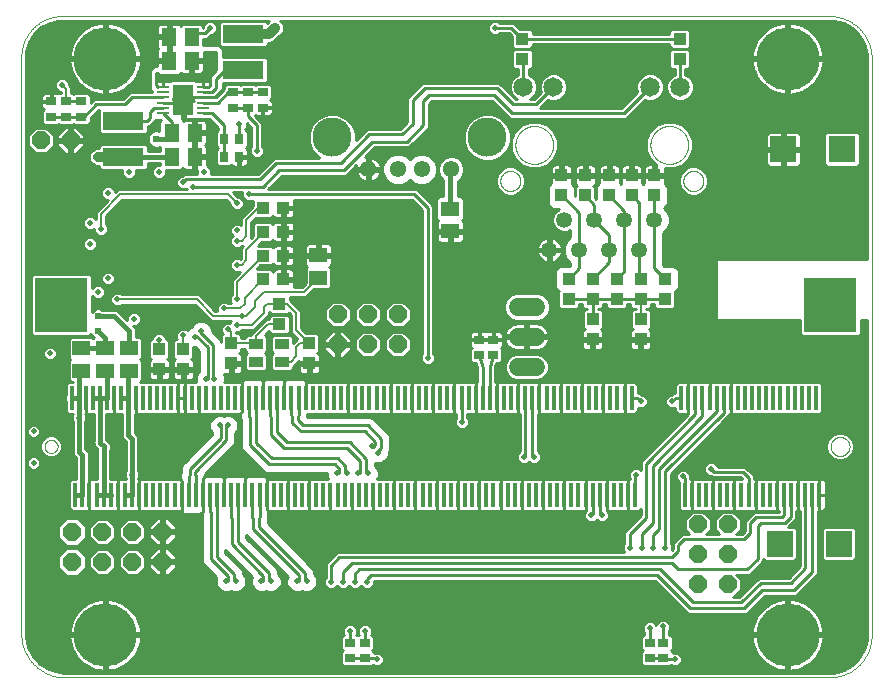
<source format=gbl>
G75*
%MOIN*%
%OFA0B0*%
%FSLAX25Y25*%
%IPPOS*%
%LPD*%
%AMOC8*
5,1,8,0,0,1.08239X$1,22.5*
%
%ADD10C,0.00000*%
%ADD11R,0.01378X0.07874*%
%ADD12R,0.17717X0.18110*%
%ADD13R,0.03937X0.00984*%
%ADD14R,0.06693X0.09843*%
%ADD15R,0.13780X0.05906*%
%ADD16C,0.06000*%
%ADD17R,0.02756X0.03543*%
%ADD18R,0.03543X0.02756*%
%ADD19R,0.05118X0.05906*%
%ADD20OC8,0.06000*%
%ADD21R,0.05906X0.05118*%
%ADD22C,0.21000*%
%ADD23R,0.08600X0.08600*%
%ADD24R,0.04331X0.03937*%
%ADD25R,0.03937X0.04331*%
%ADD26C,0.05315*%
%ADD27C,0.06496*%
%ADD28C,0.13055*%
%ADD29C,0.05433*%
%ADD30R,0.04724X0.03543*%
%ADD31C,0.01000*%
%ADD32C,0.01200*%
%ADD33C,0.02375*%
%ADD34C,0.01600*%
%ADD35C,0.02000*%
%ADD36C,0.03543*%
%ADD37C,0.03200*%
%ADD38C,0.00800*%
%ADD39C,0.02953*%
%ADD40C,0.00801*%
D10*
X0015673Y0001500D02*
X0270791Y0001500D01*
X0271133Y0001504D01*
X0271476Y0001517D01*
X0271818Y0001537D01*
X0272159Y0001566D01*
X0272499Y0001603D01*
X0272839Y0001649D01*
X0273177Y0001702D01*
X0273514Y0001764D01*
X0273849Y0001834D01*
X0274183Y0001912D01*
X0274514Y0001998D01*
X0274844Y0002092D01*
X0275171Y0002194D01*
X0275495Y0002303D01*
X0275817Y0002421D01*
X0276136Y0002546D01*
X0276451Y0002679D01*
X0276764Y0002820D01*
X0277072Y0002968D01*
X0277378Y0003123D01*
X0277679Y0003286D01*
X0277976Y0003456D01*
X0278269Y0003633D01*
X0278558Y0003818D01*
X0278842Y0004009D01*
X0279122Y0004207D01*
X0279396Y0004411D01*
X0279666Y0004623D01*
X0279930Y0004840D01*
X0280189Y0005064D01*
X0280443Y0005295D01*
X0280691Y0005531D01*
X0280933Y0005773D01*
X0281169Y0006021D01*
X0281400Y0006275D01*
X0281624Y0006534D01*
X0281841Y0006798D01*
X0282053Y0007068D01*
X0282257Y0007342D01*
X0282455Y0007622D01*
X0282646Y0007906D01*
X0282831Y0008195D01*
X0283008Y0008488D01*
X0283178Y0008785D01*
X0283341Y0009086D01*
X0283496Y0009392D01*
X0283644Y0009700D01*
X0283785Y0010013D01*
X0283918Y0010328D01*
X0284043Y0010647D01*
X0284161Y0010969D01*
X0284270Y0011293D01*
X0284372Y0011620D01*
X0284466Y0011950D01*
X0284552Y0012281D01*
X0284630Y0012615D01*
X0284700Y0012950D01*
X0284762Y0013287D01*
X0284815Y0013625D01*
X0284861Y0013965D01*
X0284898Y0014305D01*
X0284927Y0014646D01*
X0284947Y0014988D01*
X0284960Y0015331D01*
X0284964Y0015673D01*
X0284965Y0015673D02*
X0284965Y0207799D01*
X0284964Y0207799D02*
X0284960Y0208141D01*
X0284947Y0208484D01*
X0284927Y0208826D01*
X0284898Y0209167D01*
X0284861Y0209507D01*
X0284815Y0209847D01*
X0284762Y0210185D01*
X0284700Y0210522D01*
X0284630Y0210857D01*
X0284552Y0211191D01*
X0284466Y0211522D01*
X0284372Y0211852D01*
X0284270Y0212179D01*
X0284161Y0212503D01*
X0284043Y0212825D01*
X0283918Y0213144D01*
X0283785Y0213459D01*
X0283644Y0213772D01*
X0283496Y0214080D01*
X0283341Y0214386D01*
X0283178Y0214687D01*
X0283008Y0214984D01*
X0282831Y0215277D01*
X0282646Y0215566D01*
X0282455Y0215850D01*
X0282257Y0216130D01*
X0282053Y0216404D01*
X0281841Y0216674D01*
X0281624Y0216938D01*
X0281400Y0217197D01*
X0281169Y0217451D01*
X0280933Y0217699D01*
X0280691Y0217941D01*
X0280443Y0218177D01*
X0280189Y0218408D01*
X0279930Y0218632D01*
X0279666Y0218849D01*
X0279396Y0219061D01*
X0279122Y0219265D01*
X0278842Y0219463D01*
X0278558Y0219654D01*
X0278269Y0219839D01*
X0277976Y0220016D01*
X0277679Y0220186D01*
X0277378Y0220349D01*
X0277072Y0220504D01*
X0276764Y0220652D01*
X0276451Y0220793D01*
X0276136Y0220926D01*
X0275817Y0221051D01*
X0275495Y0221169D01*
X0275171Y0221278D01*
X0274844Y0221380D01*
X0274514Y0221474D01*
X0274183Y0221560D01*
X0273849Y0221638D01*
X0273514Y0221708D01*
X0273177Y0221770D01*
X0272839Y0221823D01*
X0272499Y0221869D01*
X0272159Y0221906D01*
X0271818Y0221935D01*
X0271476Y0221955D01*
X0271133Y0221968D01*
X0270791Y0221972D01*
X0015673Y0221972D01*
X0001500Y0208799D02*
X0001500Y0016673D01*
X0001492Y0016318D01*
X0001492Y0015963D01*
X0001502Y0015609D01*
X0001520Y0015254D01*
X0001546Y0014901D01*
X0001581Y0014548D01*
X0001625Y0014195D01*
X0001677Y0013845D01*
X0001737Y0013495D01*
X0001806Y0013147D01*
X0001884Y0012801D01*
X0001969Y0012456D01*
X0002063Y0012114D01*
X0002165Y0011774D01*
X0002276Y0011437D01*
X0002394Y0011103D01*
X0002521Y0010771D01*
X0002655Y0010443D01*
X0002798Y0010118D01*
X0002948Y0009797D01*
X0003106Y0009479D01*
X0003271Y0009165D01*
X0003445Y0008855D01*
X0003625Y0008550D01*
X0003813Y0008249D01*
X0004008Y0007953D01*
X0004210Y0007661D01*
X0004419Y0007375D01*
X0004635Y0007093D01*
X0004858Y0006817D01*
X0005088Y0006546D01*
X0005323Y0006281D01*
X0005566Y0006022D01*
X0005814Y0005769D01*
X0006068Y0005521D01*
X0006329Y0005280D01*
X0006595Y0005046D01*
X0006867Y0004817D01*
X0007144Y0004596D01*
X0007426Y0004381D01*
X0007714Y0004173D01*
X0008006Y0003972D01*
X0008303Y0003778D01*
X0008605Y0003592D01*
X0008911Y0003413D01*
X0009222Y0003241D01*
X0009536Y0003077D01*
X0009855Y0002920D01*
X0010177Y0002771D01*
X0010502Y0002630D01*
X0010831Y0002497D01*
X0011163Y0002372D01*
X0011498Y0002255D01*
X0011836Y0002146D01*
X0012176Y0002046D01*
X0012518Y0001953D01*
X0012863Y0001869D01*
X0013210Y0001793D01*
X0013558Y0001726D01*
X0013908Y0001667D01*
X0014259Y0001616D01*
X0014611Y0001574D01*
X0014965Y0001541D01*
X0015319Y0001516D01*
X0015673Y0001500D01*
X0009276Y0078500D02*
X0009278Y0078593D01*
X0009284Y0078685D01*
X0009294Y0078777D01*
X0009308Y0078868D01*
X0009325Y0078959D01*
X0009347Y0079049D01*
X0009372Y0079138D01*
X0009401Y0079226D01*
X0009434Y0079312D01*
X0009471Y0079397D01*
X0009511Y0079481D01*
X0009555Y0079562D01*
X0009602Y0079642D01*
X0009652Y0079720D01*
X0009706Y0079795D01*
X0009763Y0079868D01*
X0009823Y0079938D01*
X0009886Y0080006D01*
X0009952Y0080071D01*
X0010020Y0080133D01*
X0010091Y0080193D01*
X0010165Y0080249D01*
X0010241Y0080302D01*
X0010319Y0080351D01*
X0010399Y0080398D01*
X0010481Y0080440D01*
X0010565Y0080480D01*
X0010650Y0080515D01*
X0010737Y0080547D01*
X0010825Y0080576D01*
X0010914Y0080600D01*
X0011004Y0080621D01*
X0011095Y0080637D01*
X0011187Y0080650D01*
X0011279Y0080659D01*
X0011372Y0080664D01*
X0011464Y0080665D01*
X0011557Y0080662D01*
X0011649Y0080655D01*
X0011741Y0080644D01*
X0011832Y0080629D01*
X0011923Y0080611D01*
X0012013Y0080588D01*
X0012101Y0080562D01*
X0012189Y0080532D01*
X0012275Y0080498D01*
X0012359Y0080461D01*
X0012442Y0080419D01*
X0012523Y0080375D01*
X0012603Y0080327D01*
X0012680Y0080276D01*
X0012754Y0080221D01*
X0012827Y0080163D01*
X0012897Y0080103D01*
X0012964Y0080039D01*
X0013028Y0079973D01*
X0013090Y0079903D01*
X0013148Y0079832D01*
X0013203Y0079758D01*
X0013255Y0079681D01*
X0013304Y0079602D01*
X0013350Y0079522D01*
X0013392Y0079439D01*
X0013430Y0079355D01*
X0013465Y0079269D01*
X0013496Y0079182D01*
X0013523Y0079094D01*
X0013546Y0079004D01*
X0013566Y0078914D01*
X0013582Y0078823D01*
X0013594Y0078731D01*
X0013602Y0078639D01*
X0013606Y0078546D01*
X0013606Y0078454D01*
X0013602Y0078361D01*
X0013594Y0078269D01*
X0013582Y0078177D01*
X0013566Y0078086D01*
X0013546Y0077996D01*
X0013523Y0077906D01*
X0013496Y0077818D01*
X0013465Y0077731D01*
X0013430Y0077645D01*
X0013392Y0077561D01*
X0013350Y0077478D01*
X0013304Y0077398D01*
X0013255Y0077319D01*
X0013203Y0077242D01*
X0013148Y0077168D01*
X0013090Y0077097D01*
X0013028Y0077027D01*
X0012964Y0076961D01*
X0012897Y0076897D01*
X0012827Y0076837D01*
X0012754Y0076779D01*
X0012680Y0076724D01*
X0012603Y0076673D01*
X0012524Y0076625D01*
X0012442Y0076581D01*
X0012359Y0076539D01*
X0012275Y0076502D01*
X0012189Y0076468D01*
X0012101Y0076438D01*
X0012013Y0076412D01*
X0011923Y0076389D01*
X0011832Y0076371D01*
X0011741Y0076356D01*
X0011649Y0076345D01*
X0011557Y0076338D01*
X0011464Y0076335D01*
X0011372Y0076336D01*
X0011279Y0076341D01*
X0011187Y0076350D01*
X0011095Y0076363D01*
X0011004Y0076379D01*
X0010914Y0076400D01*
X0010825Y0076424D01*
X0010737Y0076453D01*
X0010650Y0076485D01*
X0010565Y0076520D01*
X0010481Y0076560D01*
X0010399Y0076602D01*
X0010319Y0076649D01*
X0010241Y0076698D01*
X0010165Y0076751D01*
X0010091Y0076807D01*
X0010020Y0076867D01*
X0009952Y0076929D01*
X0009886Y0076994D01*
X0009823Y0077062D01*
X0009763Y0077132D01*
X0009706Y0077205D01*
X0009652Y0077280D01*
X0009602Y0077358D01*
X0009555Y0077438D01*
X0009511Y0077519D01*
X0009471Y0077603D01*
X0009434Y0077688D01*
X0009401Y0077774D01*
X0009372Y0077862D01*
X0009347Y0077951D01*
X0009325Y0078041D01*
X0009308Y0078132D01*
X0009294Y0078223D01*
X0009284Y0078315D01*
X0009278Y0078407D01*
X0009276Y0078500D01*
X0161142Y0166992D02*
X0161144Y0167107D01*
X0161150Y0167223D01*
X0161160Y0167338D01*
X0161174Y0167453D01*
X0161192Y0167567D01*
X0161214Y0167680D01*
X0161239Y0167793D01*
X0161269Y0167904D01*
X0161302Y0168015D01*
X0161339Y0168124D01*
X0161380Y0168232D01*
X0161425Y0168339D01*
X0161473Y0168444D01*
X0161525Y0168547D01*
X0161581Y0168648D01*
X0161640Y0168748D01*
X0161702Y0168845D01*
X0161768Y0168940D01*
X0161836Y0169033D01*
X0161908Y0169123D01*
X0161983Y0169211D01*
X0162062Y0169296D01*
X0162143Y0169378D01*
X0162226Y0169458D01*
X0162313Y0169534D01*
X0162402Y0169608D01*
X0162493Y0169678D01*
X0162587Y0169746D01*
X0162683Y0169810D01*
X0162782Y0169870D01*
X0162882Y0169927D01*
X0162984Y0169981D01*
X0163088Y0170031D01*
X0163194Y0170078D01*
X0163301Y0170121D01*
X0163410Y0170160D01*
X0163520Y0170195D01*
X0163631Y0170226D01*
X0163743Y0170254D01*
X0163856Y0170278D01*
X0163970Y0170298D01*
X0164085Y0170314D01*
X0164200Y0170326D01*
X0164315Y0170334D01*
X0164430Y0170338D01*
X0164546Y0170338D01*
X0164661Y0170334D01*
X0164776Y0170326D01*
X0164891Y0170314D01*
X0165006Y0170298D01*
X0165120Y0170278D01*
X0165233Y0170254D01*
X0165345Y0170226D01*
X0165456Y0170195D01*
X0165566Y0170160D01*
X0165675Y0170121D01*
X0165782Y0170078D01*
X0165888Y0170031D01*
X0165992Y0169981D01*
X0166094Y0169927D01*
X0166194Y0169870D01*
X0166293Y0169810D01*
X0166389Y0169746D01*
X0166483Y0169678D01*
X0166574Y0169608D01*
X0166663Y0169534D01*
X0166750Y0169458D01*
X0166833Y0169378D01*
X0166914Y0169296D01*
X0166993Y0169211D01*
X0167068Y0169123D01*
X0167140Y0169033D01*
X0167208Y0168940D01*
X0167274Y0168845D01*
X0167336Y0168748D01*
X0167395Y0168648D01*
X0167451Y0168547D01*
X0167503Y0168444D01*
X0167551Y0168339D01*
X0167596Y0168232D01*
X0167637Y0168124D01*
X0167674Y0168015D01*
X0167707Y0167904D01*
X0167737Y0167793D01*
X0167762Y0167680D01*
X0167784Y0167567D01*
X0167802Y0167453D01*
X0167816Y0167338D01*
X0167826Y0167223D01*
X0167832Y0167107D01*
X0167834Y0166992D01*
X0167832Y0166877D01*
X0167826Y0166761D01*
X0167816Y0166646D01*
X0167802Y0166531D01*
X0167784Y0166417D01*
X0167762Y0166304D01*
X0167737Y0166191D01*
X0167707Y0166080D01*
X0167674Y0165969D01*
X0167637Y0165860D01*
X0167596Y0165752D01*
X0167551Y0165645D01*
X0167503Y0165540D01*
X0167451Y0165437D01*
X0167395Y0165336D01*
X0167336Y0165236D01*
X0167274Y0165139D01*
X0167208Y0165044D01*
X0167140Y0164951D01*
X0167068Y0164861D01*
X0166993Y0164773D01*
X0166914Y0164688D01*
X0166833Y0164606D01*
X0166750Y0164526D01*
X0166663Y0164450D01*
X0166574Y0164376D01*
X0166483Y0164306D01*
X0166389Y0164238D01*
X0166293Y0164174D01*
X0166194Y0164114D01*
X0166094Y0164057D01*
X0165992Y0164003D01*
X0165888Y0163953D01*
X0165782Y0163906D01*
X0165675Y0163863D01*
X0165566Y0163824D01*
X0165456Y0163789D01*
X0165345Y0163758D01*
X0165233Y0163730D01*
X0165120Y0163706D01*
X0165006Y0163686D01*
X0164891Y0163670D01*
X0164776Y0163658D01*
X0164661Y0163650D01*
X0164546Y0163646D01*
X0164430Y0163646D01*
X0164315Y0163650D01*
X0164200Y0163658D01*
X0164085Y0163670D01*
X0163970Y0163686D01*
X0163856Y0163706D01*
X0163743Y0163730D01*
X0163631Y0163758D01*
X0163520Y0163789D01*
X0163410Y0163824D01*
X0163301Y0163863D01*
X0163194Y0163906D01*
X0163088Y0163953D01*
X0162984Y0164003D01*
X0162882Y0164057D01*
X0162782Y0164114D01*
X0162683Y0164174D01*
X0162587Y0164238D01*
X0162493Y0164306D01*
X0162402Y0164376D01*
X0162313Y0164450D01*
X0162226Y0164526D01*
X0162143Y0164606D01*
X0162062Y0164688D01*
X0161983Y0164773D01*
X0161908Y0164861D01*
X0161836Y0164951D01*
X0161768Y0165044D01*
X0161702Y0165139D01*
X0161640Y0165236D01*
X0161581Y0165336D01*
X0161525Y0165437D01*
X0161473Y0165540D01*
X0161425Y0165645D01*
X0161380Y0165752D01*
X0161339Y0165860D01*
X0161302Y0165969D01*
X0161269Y0166080D01*
X0161239Y0166191D01*
X0161214Y0166304D01*
X0161192Y0166417D01*
X0161174Y0166531D01*
X0161160Y0166646D01*
X0161150Y0166761D01*
X0161144Y0166877D01*
X0161142Y0166992D01*
X0166201Y0179000D02*
X0166203Y0179158D01*
X0166209Y0179316D01*
X0166219Y0179474D01*
X0166233Y0179632D01*
X0166251Y0179789D01*
X0166272Y0179946D01*
X0166298Y0180102D01*
X0166328Y0180258D01*
X0166361Y0180413D01*
X0166399Y0180566D01*
X0166440Y0180719D01*
X0166485Y0180871D01*
X0166534Y0181022D01*
X0166587Y0181171D01*
X0166643Y0181319D01*
X0166703Y0181465D01*
X0166767Y0181610D01*
X0166835Y0181753D01*
X0166906Y0181895D01*
X0166980Y0182035D01*
X0167058Y0182172D01*
X0167140Y0182308D01*
X0167224Y0182442D01*
X0167313Y0182573D01*
X0167404Y0182702D01*
X0167499Y0182829D01*
X0167596Y0182954D01*
X0167697Y0183076D01*
X0167801Y0183195D01*
X0167908Y0183312D01*
X0168018Y0183426D01*
X0168131Y0183537D01*
X0168246Y0183646D01*
X0168364Y0183751D01*
X0168485Y0183853D01*
X0168608Y0183953D01*
X0168734Y0184049D01*
X0168862Y0184142D01*
X0168992Y0184232D01*
X0169125Y0184318D01*
X0169260Y0184402D01*
X0169396Y0184481D01*
X0169535Y0184558D01*
X0169676Y0184630D01*
X0169818Y0184700D01*
X0169962Y0184765D01*
X0170108Y0184827D01*
X0170255Y0184885D01*
X0170404Y0184940D01*
X0170554Y0184991D01*
X0170705Y0185038D01*
X0170857Y0185081D01*
X0171010Y0185120D01*
X0171165Y0185156D01*
X0171320Y0185187D01*
X0171476Y0185215D01*
X0171632Y0185239D01*
X0171789Y0185259D01*
X0171947Y0185275D01*
X0172104Y0185287D01*
X0172263Y0185295D01*
X0172421Y0185299D01*
X0172579Y0185299D01*
X0172737Y0185295D01*
X0172896Y0185287D01*
X0173053Y0185275D01*
X0173211Y0185259D01*
X0173368Y0185239D01*
X0173524Y0185215D01*
X0173680Y0185187D01*
X0173835Y0185156D01*
X0173990Y0185120D01*
X0174143Y0185081D01*
X0174295Y0185038D01*
X0174446Y0184991D01*
X0174596Y0184940D01*
X0174745Y0184885D01*
X0174892Y0184827D01*
X0175038Y0184765D01*
X0175182Y0184700D01*
X0175324Y0184630D01*
X0175465Y0184558D01*
X0175604Y0184481D01*
X0175740Y0184402D01*
X0175875Y0184318D01*
X0176008Y0184232D01*
X0176138Y0184142D01*
X0176266Y0184049D01*
X0176392Y0183953D01*
X0176515Y0183853D01*
X0176636Y0183751D01*
X0176754Y0183646D01*
X0176869Y0183537D01*
X0176982Y0183426D01*
X0177092Y0183312D01*
X0177199Y0183195D01*
X0177303Y0183076D01*
X0177404Y0182954D01*
X0177501Y0182829D01*
X0177596Y0182702D01*
X0177687Y0182573D01*
X0177776Y0182442D01*
X0177860Y0182308D01*
X0177942Y0182172D01*
X0178020Y0182035D01*
X0178094Y0181895D01*
X0178165Y0181753D01*
X0178233Y0181610D01*
X0178297Y0181465D01*
X0178357Y0181319D01*
X0178413Y0181171D01*
X0178466Y0181022D01*
X0178515Y0180871D01*
X0178560Y0180719D01*
X0178601Y0180566D01*
X0178639Y0180413D01*
X0178672Y0180258D01*
X0178702Y0180102D01*
X0178728Y0179946D01*
X0178749Y0179789D01*
X0178767Y0179632D01*
X0178781Y0179474D01*
X0178791Y0179316D01*
X0178797Y0179158D01*
X0178799Y0179000D01*
X0178797Y0178842D01*
X0178791Y0178684D01*
X0178781Y0178526D01*
X0178767Y0178368D01*
X0178749Y0178211D01*
X0178728Y0178054D01*
X0178702Y0177898D01*
X0178672Y0177742D01*
X0178639Y0177587D01*
X0178601Y0177434D01*
X0178560Y0177281D01*
X0178515Y0177129D01*
X0178466Y0176978D01*
X0178413Y0176829D01*
X0178357Y0176681D01*
X0178297Y0176535D01*
X0178233Y0176390D01*
X0178165Y0176247D01*
X0178094Y0176105D01*
X0178020Y0175965D01*
X0177942Y0175828D01*
X0177860Y0175692D01*
X0177776Y0175558D01*
X0177687Y0175427D01*
X0177596Y0175298D01*
X0177501Y0175171D01*
X0177404Y0175046D01*
X0177303Y0174924D01*
X0177199Y0174805D01*
X0177092Y0174688D01*
X0176982Y0174574D01*
X0176869Y0174463D01*
X0176754Y0174354D01*
X0176636Y0174249D01*
X0176515Y0174147D01*
X0176392Y0174047D01*
X0176266Y0173951D01*
X0176138Y0173858D01*
X0176008Y0173768D01*
X0175875Y0173682D01*
X0175740Y0173598D01*
X0175604Y0173519D01*
X0175465Y0173442D01*
X0175324Y0173370D01*
X0175182Y0173300D01*
X0175038Y0173235D01*
X0174892Y0173173D01*
X0174745Y0173115D01*
X0174596Y0173060D01*
X0174446Y0173009D01*
X0174295Y0172962D01*
X0174143Y0172919D01*
X0173990Y0172880D01*
X0173835Y0172844D01*
X0173680Y0172813D01*
X0173524Y0172785D01*
X0173368Y0172761D01*
X0173211Y0172741D01*
X0173053Y0172725D01*
X0172896Y0172713D01*
X0172737Y0172705D01*
X0172579Y0172701D01*
X0172421Y0172701D01*
X0172263Y0172705D01*
X0172104Y0172713D01*
X0171947Y0172725D01*
X0171789Y0172741D01*
X0171632Y0172761D01*
X0171476Y0172785D01*
X0171320Y0172813D01*
X0171165Y0172844D01*
X0171010Y0172880D01*
X0170857Y0172919D01*
X0170705Y0172962D01*
X0170554Y0173009D01*
X0170404Y0173060D01*
X0170255Y0173115D01*
X0170108Y0173173D01*
X0169962Y0173235D01*
X0169818Y0173300D01*
X0169676Y0173370D01*
X0169535Y0173442D01*
X0169396Y0173519D01*
X0169260Y0173598D01*
X0169125Y0173682D01*
X0168992Y0173768D01*
X0168862Y0173858D01*
X0168734Y0173951D01*
X0168608Y0174047D01*
X0168485Y0174147D01*
X0168364Y0174249D01*
X0168246Y0174354D01*
X0168131Y0174463D01*
X0168018Y0174574D01*
X0167908Y0174688D01*
X0167801Y0174805D01*
X0167697Y0174924D01*
X0167596Y0175046D01*
X0167499Y0175171D01*
X0167404Y0175298D01*
X0167313Y0175427D01*
X0167224Y0175558D01*
X0167140Y0175692D01*
X0167058Y0175828D01*
X0166980Y0175965D01*
X0166906Y0176105D01*
X0166835Y0176247D01*
X0166767Y0176390D01*
X0166703Y0176535D01*
X0166643Y0176681D01*
X0166587Y0176829D01*
X0166534Y0176978D01*
X0166485Y0177129D01*
X0166440Y0177281D01*
X0166399Y0177434D01*
X0166361Y0177587D01*
X0166328Y0177742D01*
X0166298Y0177898D01*
X0166272Y0178054D01*
X0166251Y0178211D01*
X0166233Y0178368D01*
X0166219Y0178526D01*
X0166209Y0178684D01*
X0166203Y0178842D01*
X0166201Y0179000D01*
X0211201Y0179000D02*
X0211203Y0179158D01*
X0211209Y0179316D01*
X0211219Y0179474D01*
X0211233Y0179632D01*
X0211251Y0179789D01*
X0211272Y0179946D01*
X0211298Y0180102D01*
X0211328Y0180258D01*
X0211361Y0180413D01*
X0211399Y0180566D01*
X0211440Y0180719D01*
X0211485Y0180871D01*
X0211534Y0181022D01*
X0211587Y0181171D01*
X0211643Y0181319D01*
X0211703Y0181465D01*
X0211767Y0181610D01*
X0211835Y0181753D01*
X0211906Y0181895D01*
X0211980Y0182035D01*
X0212058Y0182172D01*
X0212140Y0182308D01*
X0212224Y0182442D01*
X0212313Y0182573D01*
X0212404Y0182702D01*
X0212499Y0182829D01*
X0212596Y0182954D01*
X0212697Y0183076D01*
X0212801Y0183195D01*
X0212908Y0183312D01*
X0213018Y0183426D01*
X0213131Y0183537D01*
X0213246Y0183646D01*
X0213364Y0183751D01*
X0213485Y0183853D01*
X0213608Y0183953D01*
X0213734Y0184049D01*
X0213862Y0184142D01*
X0213992Y0184232D01*
X0214125Y0184318D01*
X0214260Y0184402D01*
X0214396Y0184481D01*
X0214535Y0184558D01*
X0214676Y0184630D01*
X0214818Y0184700D01*
X0214962Y0184765D01*
X0215108Y0184827D01*
X0215255Y0184885D01*
X0215404Y0184940D01*
X0215554Y0184991D01*
X0215705Y0185038D01*
X0215857Y0185081D01*
X0216010Y0185120D01*
X0216165Y0185156D01*
X0216320Y0185187D01*
X0216476Y0185215D01*
X0216632Y0185239D01*
X0216789Y0185259D01*
X0216947Y0185275D01*
X0217104Y0185287D01*
X0217263Y0185295D01*
X0217421Y0185299D01*
X0217579Y0185299D01*
X0217737Y0185295D01*
X0217896Y0185287D01*
X0218053Y0185275D01*
X0218211Y0185259D01*
X0218368Y0185239D01*
X0218524Y0185215D01*
X0218680Y0185187D01*
X0218835Y0185156D01*
X0218990Y0185120D01*
X0219143Y0185081D01*
X0219295Y0185038D01*
X0219446Y0184991D01*
X0219596Y0184940D01*
X0219745Y0184885D01*
X0219892Y0184827D01*
X0220038Y0184765D01*
X0220182Y0184700D01*
X0220324Y0184630D01*
X0220465Y0184558D01*
X0220604Y0184481D01*
X0220740Y0184402D01*
X0220875Y0184318D01*
X0221008Y0184232D01*
X0221138Y0184142D01*
X0221266Y0184049D01*
X0221392Y0183953D01*
X0221515Y0183853D01*
X0221636Y0183751D01*
X0221754Y0183646D01*
X0221869Y0183537D01*
X0221982Y0183426D01*
X0222092Y0183312D01*
X0222199Y0183195D01*
X0222303Y0183076D01*
X0222404Y0182954D01*
X0222501Y0182829D01*
X0222596Y0182702D01*
X0222687Y0182573D01*
X0222776Y0182442D01*
X0222860Y0182308D01*
X0222942Y0182172D01*
X0223020Y0182035D01*
X0223094Y0181895D01*
X0223165Y0181753D01*
X0223233Y0181610D01*
X0223297Y0181465D01*
X0223357Y0181319D01*
X0223413Y0181171D01*
X0223466Y0181022D01*
X0223515Y0180871D01*
X0223560Y0180719D01*
X0223601Y0180566D01*
X0223639Y0180413D01*
X0223672Y0180258D01*
X0223702Y0180102D01*
X0223728Y0179946D01*
X0223749Y0179789D01*
X0223767Y0179632D01*
X0223781Y0179474D01*
X0223791Y0179316D01*
X0223797Y0179158D01*
X0223799Y0179000D01*
X0223797Y0178842D01*
X0223791Y0178684D01*
X0223781Y0178526D01*
X0223767Y0178368D01*
X0223749Y0178211D01*
X0223728Y0178054D01*
X0223702Y0177898D01*
X0223672Y0177742D01*
X0223639Y0177587D01*
X0223601Y0177434D01*
X0223560Y0177281D01*
X0223515Y0177129D01*
X0223466Y0176978D01*
X0223413Y0176829D01*
X0223357Y0176681D01*
X0223297Y0176535D01*
X0223233Y0176390D01*
X0223165Y0176247D01*
X0223094Y0176105D01*
X0223020Y0175965D01*
X0222942Y0175828D01*
X0222860Y0175692D01*
X0222776Y0175558D01*
X0222687Y0175427D01*
X0222596Y0175298D01*
X0222501Y0175171D01*
X0222404Y0175046D01*
X0222303Y0174924D01*
X0222199Y0174805D01*
X0222092Y0174688D01*
X0221982Y0174574D01*
X0221869Y0174463D01*
X0221754Y0174354D01*
X0221636Y0174249D01*
X0221515Y0174147D01*
X0221392Y0174047D01*
X0221266Y0173951D01*
X0221138Y0173858D01*
X0221008Y0173768D01*
X0220875Y0173682D01*
X0220740Y0173598D01*
X0220604Y0173519D01*
X0220465Y0173442D01*
X0220324Y0173370D01*
X0220182Y0173300D01*
X0220038Y0173235D01*
X0219892Y0173173D01*
X0219745Y0173115D01*
X0219596Y0173060D01*
X0219446Y0173009D01*
X0219295Y0172962D01*
X0219143Y0172919D01*
X0218990Y0172880D01*
X0218835Y0172844D01*
X0218680Y0172813D01*
X0218524Y0172785D01*
X0218368Y0172761D01*
X0218211Y0172741D01*
X0218053Y0172725D01*
X0217896Y0172713D01*
X0217737Y0172705D01*
X0217579Y0172701D01*
X0217421Y0172701D01*
X0217263Y0172705D01*
X0217104Y0172713D01*
X0216947Y0172725D01*
X0216789Y0172741D01*
X0216632Y0172761D01*
X0216476Y0172785D01*
X0216320Y0172813D01*
X0216165Y0172844D01*
X0216010Y0172880D01*
X0215857Y0172919D01*
X0215705Y0172962D01*
X0215554Y0173009D01*
X0215404Y0173060D01*
X0215255Y0173115D01*
X0215108Y0173173D01*
X0214962Y0173235D01*
X0214818Y0173300D01*
X0214676Y0173370D01*
X0214535Y0173442D01*
X0214396Y0173519D01*
X0214260Y0173598D01*
X0214125Y0173682D01*
X0213992Y0173768D01*
X0213862Y0173858D01*
X0213734Y0173951D01*
X0213608Y0174047D01*
X0213485Y0174147D01*
X0213364Y0174249D01*
X0213246Y0174354D01*
X0213131Y0174463D01*
X0213018Y0174574D01*
X0212908Y0174688D01*
X0212801Y0174805D01*
X0212697Y0174924D01*
X0212596Y0175046D01*
X0212499Y0175171D01*
X0212404Y0175298D01*
X0212313Y0175427D01*
X0212224Y0175558D01*
X0212140Y0175692D01*
X0212058Y0175828D01*
X0211980Y0175965D01*
X0211906Y0176105D01*
X0211835Y0176247D01*
X0211767Y0176390D01*
X0211703Y0176535D01*
X0211643Y0176681D01*
X0211587Y0176829D01*
X0211534Y0176978D01*
X0211485Y0177129D01*
X0211440Y0177281D01*
X0211399Y0177434D01*
X0211361Y0177587D01*
X0211328Y0177742D01*
X0211298Y0177898D01*
X0211272Y0178054D01*
X0211251Y0178211D01*
X0211233Y0178368D01*
X0211219Y0178526D01*
X0211209Y0178684D01*
X0211203Y0178842D01*
X0211201Y0179000D01*
X0222166Y0166992D02*
X0222168Y0167107D01*
X0222174Y0167223D01*
X0222184Y0167338D01*
X0222198Y0167453D01*
X0222216Y0167567D01*
X0222238Y0167680D01*
X0222263Y0167793D01*
X0222293Y0167904D01*
X0222326Y0168015D01*
X0222363Y0168124D01*
X0222404Y0168232D01*
X0222449Y0168339D01*
X0222497Y0168444D01*
X0222549Y0168547D01*
X0222605Y0168648D01*
X0222664Y0168748D01*
X0222726Y0168845D01*
X0222792Y0168940D01*
X0222860Y0169033D01*
X0222932Y0169123D01*
X0223007Y0169211D01*
X0223086Y0169296D01*
X0223167Y0169378D01*
X0223250Y0169458D01*
X0223337Y0169534D01*
X0223426Y0169608D01*
X0223517Y0169678D01*
X0223611Y0169746D01*
X0223707Y0169810D01*
X0223806Y0169870D01*
X0223906Y0169927D01*
X0224008Y0169981D01*
X0224112Y0170031D01*
X0224218Y0170078D01*
X0224325Y0170121D01*
X0224434Y0170160D01*
X0224544Y0170195D01*
X0224655Y0170226D01*
X0224767Y0170254D01*
X0224880Y0170278D01*
X0224994Y0170298D01*
X0225109Y0170314D01*
X0225224Y0170326D01*
X0225339Y0170334D01*
X0225454Y0170338D01*
X0225570Y0170338D01*
X0225685Y0170334D01*
X0225800Y0170326D01*
X0225915Y0170314D01*
X0226030Y0170298D01*
X0226144Y0170278D01*
X0226257Y0170254D01*
X0226369Y0170226D01*
X0226480Y0170195D01*
X0226590Y0170160D01*
X0226699Y0170121D01*
X0226806Y0170078D01*
X0226912Y0170031D01*
X0227016Y0169981D01*
X0227118Y0169927D01*
X0227218Y0169870D01*
X0227317Y0169810D01*
X0227413Y0169746D01*
X0227507Y0169678D01*
X0227598Y0169608D01*
X0227687Y0169534D01*
X0227774Y0169458D01*
X0227857Y0169378D01*
X0227938Y0169296D01*
X0228017Y0169211D01*
X0228092Y0169123D01*
X0228164Y0169033D01*
X0228232Y0168940D01*
X0228298Y0168845D01*
X0228360Y0168748D01*
X0228419Y0168648D01*
X0228475Y0168547D01*
X0228527Y0168444D01*
X0228575Y0168339D01*
X0228620Y0168232D01*
X0228661Y0168124D01*
X0228698Y0168015D01*
X0228731Y0167904D01*
X0228761Y0167793D01*
X0228786Y0167680D01*
X0228808Y0167567D01*
X0228826Y0167453D01*
X0228840Y0167338D01*
X0228850Y0167223D01*
X0228856Y0167107D01*
X0228858Y0166992D01*
X0228856Y0166877D01*
X0228850Y0166761D01*
X0228840Y0166646D01*
X0228826Y0166531D01*
X0228808Y0166417D01*
X0228786Y0166304D01*
X0228761Y0166191D01*
X0228731Y0166080D01*
X0228698Y0165969D01*
X0228661Y0165860D01*
X0228620Y0165752D01*
X0228575Y0165645D01*
X0228527Y0165540D01*
X0228475Y0165437D01*
X0228419Y0165336D01*
X0228360Y0165236D01*
X0228298Y0165139D01*
X0228232Y0165044D01*
X0228164Y0164951D01*
X0228092Y0164861D01*
X0228017Y0164773D01*
X0227938Y0164688D01*
X0227857Y0164606D01*
X0227774Y0164526D01*
X0227687Y0164450D01*
X0227598Y0164376D01*
X0227507Y0164306D01*
X0227413Y0164238D01*
X0227317Y0164174D01*
X0227218Y0164114D01*
X0227118Y0164057D01*
X0227016Y0164003D01*
X0226912Y0163953D01*
X0226806Y0163906D01*
X0226699Y0163863D01*
X0226590Y0163824D01*
X0226480Y0163789D01*
X0226369Y0163758D01*
X0226257Y0163730D01*
X0226144Y0163706D01*
X0226030Y0163686D01*
X0225915Y0163670D01*
X0225800Y0163658D01*
X0225685Y0163650D01*
X0225570Y0163646D01*
X0225454Y0163646D01*
X0225339Y0163650D01*
X0225224Y0163658D01*
X0225109Y0163670D01*
X0224994Y0163686D01*
X0224880Y0163706D01*
X0224767Y0163730D01*
X0224655Y0163758D01*
X0224544Y0163789D01*
X0224434Y0163824D01*
X0224325Y0163863D01*
X0224218Y0163906D01*
X0224112Y0163953D01*
X0224008Y0164003D01*
X0223906Y0164057D01*
X0223806Y0164114D01*
X0223707Y0164174D01*
X0223611Y0164238D01*
X0223517Y0164306D01*
X0223426Y0164376D01*
X0223337Y0164450D01*
X0223250Y0164526D01*
X0223167Y0164606D01*
X0223086Y0164688D01*
X0223007Y0164773D01*
X0222932Y0164861D01*
X0222860Y0164951D01*
X0222792Y0165044D01*
X0222726Y0165139D01*
X0222664Y0165236D01*
X0222605Y0165336D01*
X0222549Y0165437D01*
X0222497Y0165540D01*
X0222449Y0165645D01*
X0222404Y0165752D01*
X0222363Y0165860D01*
X0222326Y0165969D01*
X0222293Y0166080D01*
X0222263Y0166191D01*
X0222238Y0166304D01*
X0222216Y0166417D01*
X0222198Y0166531D01*
X0222184Y0166646D01*
X0222174Y0166761D01*
X0222168Y0166877D01*
X0222166Y0166992D01*
X0271283Y0078500D02*
X0271285Y0078612D01*
X0271291Y0078723D01*
X0271301Y0078835D01*
X0271315Y0078946D01*
X0271332Y0079056D01*
X0271354Y0079166D01*
X0271380Y0079275D01*
X0271409Y0079383D01*
X0271442Y0079489D01*
X0271479Y0079595D01*
X0271520Y0079699D01*
X0271565Y0079802D01*
X0271613Y0079903D01*
X0271664Y0080002D01*
X0271719Y0080099D01*
X0271778Y0080194D01*
X0271839Y0080288D01*
X0271904Y0080379D01*
X0271973Y0080467D01*
X0272044Y0080553D01*
X0272118Y0080637D01*
X0272196Y0080717D01*
X0272276Y0080795D01*
X0272359Y0080871D01*
X0272444Y0080943D01*
X0272532Y0081012D01*
X0272622Y0081078D01*
X0272715Y0081140D01*
X0272810Y0081200D01*
X0272907Y0081256D01*
X0273005Y0081308D01*
X0273106Y0081357D01*
X0273208Y0081402D01*
X0273312Y0081444D01*
X0273417Y0081482D01*
X0273524Y0081516D01*
X0273631Y0081546D01*
X0273740Y0081573D01*
X0273849Y0081595D01*
X0273960Y0081614D01*
X0274070Y0081629D01*
X0274182Y0081640D01*
X0274293Y0081647D01*
X0274405Y0081650D01*
X0274517Y0081649D01*
X0274629Y0081644D01*
X0274740Y0081635D01*
X0274851Y0081622D01*
X0274962Y0081605D01*
X0275072Y0081585D01*
X0275181Y0081560D01*
X0275289Y0081532D01*
X0275396Y0081499D01*
X0275502Y0081463D01*
X0275606Y0081423D01*
X0275709Y0081380D01*
X0275811Y0081333D01*
X0275910Y0081282D01*
X0276008Y0081228D01*
X0276104Y0081170D01*
X0276198Y0081109D01*
X0276289Y0081045D01*
X0276378Y0080978D01*
X0276465Y0080907D01*
X0276549Y0080833D01*
X0276631Y0080757D01*
X0276709Y0080677D01*
X0276785Y0080595D01*
X0276858Y0080510D01*
X0276928Y0080423D01*
X0276994Y0080333D01*
X0277058Y0080241D01*
X0277118Y0080147D01*
X0277175Y0080051D01*
X0277228Y0079952D01*
X0277278Y0079852D01*
X0277324Y0079751D01*
X0277367Y0079647D01*
X0277406Y0079542D01*
X0277441Y0079436D01*
X0277472Y0079329D01*
X0277500Y0079220D01*
X0277523Y0079111D01*
X0277543Y0079001D01*
X0277559Y0078890D01*
X0277571Y0078779D01*
X0277579Y0078668D01*
X0277583Y0078556D01*
X0277583Y0078444D01*
X0277579Y0078332D01*
X0277571Y0078221D01*
X0277559Y0078110D01*
X0277543Y0077999D01*
X0277523Y0077889D01*
X0277500Y0077780D01*
X0277472Y0077671D01*
X0277441Y0077564D01*
X0277406Y0077458D01*
X0277367Y0077353D01*
X0277324Y0077249D01*
X0277278Y0077148D01*
X0277228Y0077048D01*
X0277175Y0076949D01*
X0277118Y0076853D01*
X0277058Y0076759D01*
X0276994Y0076667D01*
X0276928Y0076577D01*
X0276858Y0076490D01*
X0276785Y0076405D01*
X0276709Y0076323D01*
X0276631Y0076243D01*
X0276549Y0076167D01*
X0276465Y0076093D01*
X0276378Y0076022D01*
X0276289Y0075955D01*
X0276198Y0075891D01*
X0276104Y0075830D01*
X0276008Y0075772D01*
X0275910Y0075718D01*
X0275811Y0075667D01*
X0275709Y0075620D01*
X0275606Y0075577D01*
X0275502Y0075537D01*
X0275396Y0075501D01*
X0275289Y0075468D01*
X0275181Y0075440D01*
X0275072Y0075415D01*
X0274962Y0075395D01*
X0274851Y0075378D01*
X0274740Y0075365D01*
X0274629Y0075356D01*
X0274517Y0075351D01*
X0274405Y0075350D01*
X0274293Y0075353D01*
X0274182Y0075360D01*
X0274070Y0075371D01*
X0273960Y0075386D01*
X0273849Y0075405D01*
X0273740Y0075427D01*
X0273631Y0075454D01*
X0273524Y0075484D01*
X0273417Y0075518D01*
X0273312Y0075556D01*
X0273208Y0075598D01*
X0273106Y0075643D01*
X0273005Y0075692D01*
X0272907Y0075744D01*
X0272810Y0075800D01*
X0272715Y0075860D01*
X0272622Y0075922D01*
X0272532Y0075988D01*
X0272444Y0076057D01*
X0272359Y0076129D01*
X0272276Y0076205D01*
X0272196Y0076283D01*
X0272118Y0076363D01*
X0272044Y0076447D01*
X0271973Y0076533D01*
X0271904Y0076621D01*
X0271839Y0076712D01*
X0271778Y0076806D01*
X0271719Y0076901D01*
X0271664Y0076998D01*
X0271613Y0077097D01*
X0271565Y0077198D01*
X0271520Y0077301D01*
X0271479Y0077405D01*
X0271442Y0077511D01*
X0271409Y0077617D01*
X0271380Y0077725D01*
X0271354Y0077834D01*
X0271332Y0077944D01*
X0271315Y0078054D01*
X0271301Y0078165D01*
X0271291Y0078277D01*
X0271285Y0078388D01*
X0271283Y0078500D01*
X0015673Y0221972D02*
X0015342Y0221980D01*
X0015012Y0221980D01*
X0014681Y0221972D01*
X0014351Y0221956D01*
X0014021Y0221932D01*
X0013692Y0221901D01*
X0013364Y0221861D01*
X0013037Y0221813D01*
X0012711Y0221758D01*
X0012386Y0221694D01*
X0012063Y0221623D01*
X0011742Y0221544D01*
X0011423Y0221457D01*
X0011107Y0221363D01*
X0010792Y0221261D01*
X0010480Y0221151D01*
X0010171Y0221034D01*
X0009865Y0220909D01*
X0009562Y0220777D01*
X0009262Y0220638D01*
X0008965Y0220492D01*
X0008672Y0220338D01*
X0008383Y0220177D01*
X0008098Y0220010D01*
X0007817Y0219836D01*
X0007541Y0219654D01*
X0007269Y0219467D01*
X0007001Y0219272D01*
X0006738Y0219072D01*
X0006480Y0218865D01*
X0006228Y0218652D01*
X0005980Y0218433D01*
X0005738Y0218207D01*
X0005501Y0217977D01*
X0005270Y0217740D01*
X0005045Y0217498D01*
X0004826Y0217251D01*
X0004612Y0216998D01*
X0004405Y0216740D01*
X0004204Y0216478D01*
X0004010Y0216210D01*
X0003822Y0215938D01*
X0003641Y0215662D01*
X0003466Y0215381D01*
X0003299Y0215096D01*
X0003138Y0214807D01*
X0002984Y0214514D01*
X0002838Y0214218D01*
X0002698Y0213918D01*
X0002566Y0213615D01*
X0002441Y0213309D01*
X0002324Y0213000D01*
X0002214Y0212688D01*
X0002112Y0212373D01*
X0002017Y0212057D01*
X0001930Y0211738D01*
X0001851Y0211417D01*
X0001779Y0211094D01*
X0001716Y0210769D01*
X0001660Y0210443D01*
X0001612Y0210116D01*
X0001572Y0209788D01*
X0001540Y0209459D01*
X0001516Y0209129D01*
X0001500Y0208799D01*
D11*
X0018331Y0094642D03*
X0020693Y0094642D03*
X0023055Y0094642D03*
X0025417Y0094642D03*
X0027780Y0094642D03*
X0030142Y0094642D03*
X0032504Y0094642D03*
X0034866Y0094642D03*
X0037228Y0094642D03*
X0039591Y0094642D03*
X0041953Y0094642D03*
X0044315Y0094642D03*
X0046677Y0094642D03*
X0049039Y0094642D03*
X0051402Y0094642D03*
X0053764Y0094642D03*
X0056126Y0094642D03*
X0058488Y0094642D03*
X0060850Y0094642D03*
X0063213Y0094642D03*
X0065575Y0094642D03*
X0067937Y0094642D03*
X0070299Y0094642D03*
X0072661Y0094642D03*
X0075024Y0094642D03*
X0077386Y0094642D03*
X0079748Y0094642D03*
X0082110Y0094642D03*
X0084472Y0094642D03*
X0086835Y0094642D03*
X0089197Y0094642D03*
X0091559Y0094642D03*
X0093921Y0094642D03*
X0096283Y0094642D03*
X0098646Y0094642D03*
X0101008Y0094642D03*
X0103370Y0094642D03*
X0105732Y0094642D03*
X0108094Y0094642D03*
X0110457Y0094642D03*
X0112819Y0094642D03*
X0115181Y0094642D03*
X0117543Y0094642D03*
X0119906Y0094642D03*
X0122268Y0094642D03*
X0124630Y0094642D03*
X0126992Y0094642D03*
X0129354Y0094642D03*
X0131717Y0094642D03*
X0134079Y0094642D03*
X0136441Y0094642D03*
X0138803Y0094642D03*
X0141165Y0094642D03*
X0143528Y0094642D03*
X0145890Y0094642D03*
X0148252Y0094642D03*
X0150614Y0094642D03*
X0152976Y0094642D03*
X0155339Y0094642D03*
X0157701Y0094642D03*
X0160063Y0094642D03*
X0162425Y0094642D03*
X0164787Y0094642D03*
X0167150Y0094642D03*
X0169512Y0094642D03*
X0171874Y0094642D03*
X0174236Y0094642D03*
X0176598Y0094642D03*
X0178961Y0094642D03*
X0181323Y0094642D03*
X0183685Y0094642D03*
X0186047Y0094642D03*
X0188409Y0094642D03*
X0190772Y0094642D03*
X0193134Y0094642D03*
X0195496Y0094642D03*
X0197858Y0094642D03*
X0200220Y0094642D03*
X0202583Y0094642D03*
X0204945Y0094642D03*
X0221480Y0094642D03*
X0223843Y0094642D03*
X0226205Y0094642D03*
X0228567Y0094642D03*
X0230929Y0094642D03*
X0233291Y0094642D03*
X0235654Y0094642D03*
X0238016Y0094642D03*
X0240378Y0094642D03*
X0242740Y0094642D03*
X0245102Y0094642D03*
X0247465Y0094642D03*
X0249827Y0094642D03*
X0252189Y0094642D03*
X0254551Y0094642D03*
X0256913Y0094642D03*
X0259276Y0094642D03*
X0261638Y0094642D03*
X0264000Y0094642D03*
X0266362Y0094642D03*
X0265181Y0062358D03*
X0262819Y0062358D03*
X0260457Y0062358D03*
X0258094Y0062358D03*
X0255732Y0062358D03*
X0253370Y0062358D03*
X0251008Y0062358D03*
X0248646Y0062358D03*
X0246283Y0062358D03*
X0243921Y0062358D03*
X0241559Y0062358D03*
X0239197Y0062358D03*
X0236835Y0062358D03*
X0234472Y0062358D03*
X0232110Y0062358D03*
X0229748Y0062358D03*
X0227386Y0062358D03*
X0225024Y0062358D03*
X0222661Y0062358D03*
X0206126Y0062358D03*
X0203764Y0062358D03*
X0201402Y0062358D03*
X0199039Y0062358D03*
X0196677Y0062358D03*
X0194315Y0062358D03*
X0191953Y0062358D03*
X0189591Y0062358D03*
X0187228Y0062358D03*
X0184866Y0062358D03*
X0182504Y0062358D03*
X0180142Y0062358D03*
X0177780Y0062358D03*
X0175417Y0062358D03*
X0173055Y0062358D03*
X0170693Y0062358D03*
X0168331Y0062358D03*
X0165969Y0062358D03*
X0163606Y0062358D03*
X0161244Y0062358D03*
X0158882Y0062358D03*
X0156520Y0062358D03*
X0154157Y0062358D03*
X0151795Y0062358D03*
X0149433Y0062358D03*
X0147071Y0062358D03*
X0144709Y0062358D03*
X0142346Y0062358D03*
X0139984Y0062358D03*
X0137622Y0062358D03*
X0135260Y0062358D03*
X0132898Y0062358D03*
X0130535Y0062358D03*
X0128173Y0062358D03*
X0125811Y0062358D03*
X0123449Y0062358D03*
X0121087Y0062358D03*
X0118724Y0062358D03*
X0116362Y0062358D03*
X0114000Y0062358D03*
X0111638Y0062358D03*
X0109276Y0062358D03*
X0106913Y0062358D03*
X0104551Y0062358D03*
X0102189Y0062358D03*
X0099827Y0062358D03*
X0097465Y0062358D03*
X0095102Y0062358D03*
X0092740Y0062358D03*
X0090378Y0062358D03*
X0088016Y0062358D03*
X0085654Y0062358D03*
X0083291Y0062358D03*
X0080929Y0062358D03*
X0078567Y0062358D03*
X0076205Y0062358D03*
X0073843Y0062358D03*
X0071480Y0062358D03*
X0069118Y0062358D03*
X0066756Y0062358D03*
X0064394Y0062358D03*
X0062031Y0062358D03*
X0059669Y0062358D03*
X0057307Y0062358D03*
X0054945Y0062358D03*
X0052583Y0062358D03*
X0050220Y0062358D03*
X0047858Y0062358D03*
X0045496Y0062358D03*
X0043134Y0062358D03*
X0040772Y0062358D03*
X0038409Y0062358D03*
X0036047Y0062358D03*
X0033685Y0062358D03*
X0031323Y0062358D03*
X0028961Y0062358D03*
X0026598Y0062358D03*
X0024236Y0062358D03*
X0021874Y0062358D03*
X0019512Y0062358D03*
X0267543Y0062358D03*
D12*
X0271087Y0125744D03*
X0014787Y0125744D03*
D13*
X0048807Y0189571D03*
X0048807Y0191343D03*
X0048807Y0193114D03*
X0048807Y0194886D03*
X0048807Y0196657D03*
X0048807Y0198429D03*
X0062193Y0198429D03*
X0062193Y0196657D03*
X0062193Y0194886D03*
X0062193Y0193114D03*
X0062193Y0191343D03*
X0062193Y0189571D03*
D14*
X0055500Y0194000D03*
D15*
X0035500Y0187004D03*
X0035500Y0174996D03*
X0075500Y0203996D03*
X0075500Y0216004D03*
D16*
X0167000Y0125000D02*
X0173000Y0125000D01*
X0173000Y0115000D02*
X0167000Y0115000D01*
X0167000Y0105000D02*
X0173000Y0105000D01*
D17*
X0074059Y0175000D03*
X0068941Y0175000D03*
X0068941Y0181000D03*
X0074059Y0181000D03*
D18*
X0072000Y0191441D03*
X0077000Y0191441D03*
X0082000Y0191441D03*
X0082000Y0196559D03*
X0077000Y0196559D03*
X0072000Y0196559D03*
X0021500Y0193559D03*
X0016500Y0193559D03*
X0011500Y0193559D03*
X0011500Y0188441D03*
X0016500Y0188441D03*
X0021500Y0188441D03*
X0154200Y0114059D03*
X0158800Y0114059D03*
X0158800Y0108941D03*
X0154200Y0108941D03*
X0116000Y0013059D03*
X0111000Y0013059D03*
X0111000Y0007941D03*
X0116000Y0007941D03*
X0211000Y0007941D03*
X0215500Y0007941D03*
X0215500Y0013059D03*
X0211000Y0013059D03*
D19*
X0059240Y0175000D03*
X0051760Y0175000D03*
X0051760Y0183000D03*
X0059240Y0183000D03*
X0058240Y0207000D03*
X0050760Y0207000D03*
X0050760Y0215000D03*
X0058240Y0215000D03*
D20*
X0018000Y0180500D03*
X0008000Y0180500D03*
X0107000Y0122500D03*
X0117000Y0122500D03*
X0117000Y0112500D03*
X0107000Y0112500D03*
X0127000Y0112500D03*
X0127000Y0122500D03*
X0048500Y0050000D03*
X0038500Y0050000D03*
X0028500Y0050000D03*
X0018500Y0050000D03*
X0018500Y0040000D03*
X0028500Y0040000D03*
X0038500Y0040000D03*
X0048500Y0040000D03*
X0227000Y0042500D03*
X0237000Y0042500D03*
X0237000Y0032500D03*
X0227000Y0032500D03*
X0227000Y0052500D03*
X0237000Y0052500D03*
D21*
X0144500Y0150260D03*
X0144500Y0157740D03*
X0100500Y0142240D03*
X0100500Y0134760D03*
X0037500Y0111240D03*
X0037500Y0103760D03*
X0029500Y0103760D03*
X0029500Y0111240D03*
X0021500Y0111240D03*
X0021500Y0103760D03*
D22*
X0029453Y0015673D03*
X0257012Y0015673D03*
X0257012Y0207799D03*
X0029453Y0207799D03*
D23*
X0254315Y0046000D03*
X0274000Y0046000D03*
X0275185Y0177500D03*
X0255500Y0177500D03*
D24*
X0221000Y0207654D03*
X0221000Y0214346D03*
X0168500Y0214346D03*
X0168500Y0207654D03*
X0088846Y0158000D03*
X0082154Y0158000D03*
X0082154Y0150000D03*
X0088846Y0150000D03*
X0088846Y0142100D03*
X0082154Y0142100D03*
X0087500Y0125846D03*
X0087500Y0119154D03*
X0184000Y0127654D03*
X0184000Y0134346D03*
X0192000Y0134346D03*
X0200000Y0134346D03*
X0200000Y0127654D03*
X0192000Y0127654D03*
X0208000Y0127654D03*
X0208000Y0134346D03*
X0216000Y0134346D03*
X0216000Y0127654D03*
D25*
X0208000Y0120846D03*
X0208000Y0114154D03*
X0192000Y0114154D03*
X0192000Y0120846D03*
X0189500Y0162154D03*
X0197500Y0162154D03*
X0197500Y0168846D03*
X0189500Y0168846D03*
X0181500Y0168846D03*
X0181500Y0162154D03*
X0205000Y0162154D03*
X0205000Y0168846D03*
X0212500Y0168846D03*
X0212500Y0162154D03*
X0097500Y0112846D03*
X0097500Y0106154D03*
X0071500Y0106154D03*
X0071500Y0112846D03*
X0055500Y0110846D03*
X0055500Y0104154D03*
X0047500Y0104154D03*
X0047500Y0110846D03*
X0082154Y0134200D03*
X0088846Y0134200D03*
D26*
X0177520Y0144000D03*
X0187520Y0144000D03*
X0197520Y0144000D03*
X0207520Y0144000D03*
X0212520Y0154000D03*
X0202520Y0154000D03*
X0192520Y0154000D03*
X0182520Y0154000D03*
D27*
X0178898Y0198291D03*
X0168898Y0198291D03*
X0211102Y0198291D03*
X0221102Y0198291D03*
D28*
X0156866Y0181500D03*
X0105134Y0181500D03*
D29*
X0117220Y0170870D03*
X0127063Y0170870D03*
X0134937Y0170870D03*
X0144780Y0170870D03*
D30*
X0088331Y0112650D03*
X0088331Y0106744D03*
X0079669Y0106744D03*
X0079669Y0112650D03*
D31*
X0021718Y0006493D02*
X0007332Y0006493D01*
X0007797Y0005995D02*
X0005448Y0008509D01*
X0003830Y0011546D01*
X0003053Y0014899D01*
X0003000Y0016594D01*
X0003000Y0016648D01*
X0003020Y0017243D01*
X0003000Y0017265D01*
X0003000Y0208754D01*
X0003161Y0210330D01*
X0003161Y0210330D01*
X0004096Y0213369D01*
X0005786Y0216064D01*
X0008115Y0218229D01*
X0010926Y0219717D01*
X0014026Y0220427D01*
X0015584Y0220472D01*
X0015646Y0220472D01*
X0016239Y0220451D01*
X0016263Y0220472D01*
X0084128Y0220472D01*
X0083420Y0219764D01*
X0082928Y0220257D01*
X0068072Y0220257D01*
X0067310Y0219495D01*
X0067310Y0212513D01*
X0068072Y0211751D01*
X0082928Y0211751D01*
X0083690Y0212513D01*
X0083690Y0213104D01*
X0083993Y0213104D01*
X0084567Y0213103D01*
X0084570Y0213104D01*
X0084573Y0213104D01*
X0085102Y0213323D01*
X0085634Y0213542D01*
X0085636Y0213544D01*
X0085639Y0213545D01*
X0086044Y0213951D01*
X0087321Y0215222D01*
X0087740Y0215396D01*
X0088604Y0216260D01*
X0089072Y0217389D01*
X0089072Y0218611D01*
X0088604Y0219740D01*
X0087872Y0220472D01*
X0270791Y0220472D01*
X0272446Y0220364D01*
X0275641Y0219508D01*
X0278506Y0217854D01*
X0280846Y0215514D01*
X0282500Y0212649D01*
X0283356Y0209453D01*
X0283465Y0207799D01*
X0283465Y0141000D01*
X0233000Y0141000D01*
X0233000Y0120500D01*
X0260928Y0120500D01*
X0260928Y0116150D01*
X0261690Y0115389D01*
X0280483Y0115389D01*
X0281245Y0116150D01*
X0281245Y0120500D01*
X0283465Y0120500D01*
X0283465Y0015673D01*
X0283356Y0014019D01*
X0282500Y0010823D01*
X0280846Y0007958D01*
X0278506Y0005619D01*
X0275641Y0003965D01*
X0272446Y0003108D01*
X0270791Y0003000D01*
X0015716Y0003000D01*
X0014009Y0003170D01*
X0010717Y0004174D01*
X0007797Y0005995D01*
X0008600Y0005494D02*
X0023098Y0005494D01*
X0023639Y0005154D02*
X0024853Y0004569D01*
X0026125Y0004124D01*
X0027440Y0003824D01*
X0028779Y0003673D01*
X0028953Y0003673D01*
X0028953Y0015173D01*
X0029953Y0015173D01*
X0029953Y0016173D01*
X0041453Y0016173D01*
X0041453Y0016347D01*
X0041302Y0017686D01*
X0041002Y0019000D01*
X0040557Y0020273D01*
X0039972Y0021487D01*
X0039255Y0022628D01*
X0038415Y0023682D01*
X0037462Y0024635D01*
X0036408Y0025475D01*
X0035267Y0026192D01*
X0034052Y0026777D01*
X0032780Y0027222D01*
X0031466Y0027522D01*
X0030127Y0027673D01*
X0029953Y0027673D01*
X0029953Y0016173D01*
X0028953Y0016173D01*
X0028953Y0015173D01*
X0017453Y0015173D01*
X0017453Y0014999D01*
X0017604Y0013660D01*
X0017904Y0012346D01*
X0018349Y0011074D01*
X0018934Y0009859D01*
X0019651Y0008718D01*
X0020491Y0007664D01*
X0021444Y0006711D01*
X0022498Y0005871D01*
X0023639Y0005154D01*
X0025064Y0004496D02*
X0010201Y0004496D01*
X0012937Y0003497D02*
X0273896Y0003497D01*
X0276561Y0004496D02*
X0261401Y0004496D01*
X0261611Y0004569D02*
X0262826Y0005154D01*
X0263967Y0005871D01*
X0265021Y0006711D01*
X0265974Y0007664D01*
X0266814Y0008718D01*
X0267531Y0009859D01*
X0268116Y0011074D01*
X0268561Y0012346D01*
X0268861Y0013660D01*
X0269012Y0014999D01*
X0269012Y0015173D01*
X0257512Y0015173D01*
X0257512Y0016173D01*
X0269012Y0016173D01*
X0269012Y0016347D01*
X0268861Y0017686D01*
X0268561Y0019000D01*
X0268116Y0020273D01*
X0267531Y0021487D01*
X0266814Y0022628D01*
X0265974Y0023682D01*
X0265021Y0024635D01*
X0263967Y0025475D01*
X0262826Y0026192D01*
X0261611Y0026777D01*
X0260339Y0027222D01*
X0259025Y0027522D01*
X0257686Y0027673D01*
X0257512Y0027673D01*
X0257512Y0016173D01*
X0256512Y0016173D01*
X0256512Y0015173D01*
X0257512Y0015173D01*
X0257512Y0003673D01*
X0257686Y0003673D01*
X0259025Y0003824D01*
X0260339Y0004124D01*
X0261611Y0004569D01*
X0263367Y0005494D02*
X0278290Y0005494D01*
X0279380Y0006493D02*
X0264746Y0006493D01*
X0265800Y0007491D02*
X0280379Y0007491D01*
X0281152Y0008490D02*
X0266632Y0008490D01*
X0267298Y0009488D02*
X0281729Y0009488D01*
X0282305Y0010487D02*
X0267833Y0010487D01*
X0268260Y0011485D02*
X0282677Y0011485D01*
X0282945Y0012484D02*
X0268592Y0012484D01*
X0268820Y0013482D02*
X0283212Y0013482D01*
X0283386Y0014481D02*
X0268953Y0014481D01*
X0268997Y0016478D02*
X0283465Y0016478D01*
X0283465Y0017476D02*
X0268885Y0017476D01*
X0268681Y0018475D02*
X0283465Y0018475D01*
X0283465Y0019473D02*
X0268396Y0019473D01*
X0268020Y0020472D02*
X0283465Y0020472D01*
X0283465Y0021470D02*
X0267539Y0021470D01*
X0266914Y0022469D02*
X0283465Y0022469D01*
X0283465Y0023467D02*
X0266145Y0023467D01*
X0265190Y0024466D02*
X0283465Y0024466D01*
X0283465Y0025464D02*
X0263981Y0025464D01*
X0262264Y0026463D02*
X0283465Y0026463D01*
X0283465Y0027461D02*
X0259292Y0027461D01*
X0259746Y0028700D02*
X0260800Y0029754D01*
X0266981Y0035936D01*
X0266981Y0056921D01*
X0267543Y0056921D01*
X0267543Y0062358D01*
X0267543Y0062358D01*
X0267543Y0056921D01*
X0268430Y0056921D01*
X0268811Y0057023D01*
X0269153Y0057221D01*
X0269433Y0057500D01*
X0269630Y0057842D01*
X0269732Y0058224D01*
X0269732Y0062358D01*
X0267543Y0062358D01*
X0267543Y0067795D01*
X0266657Y0067795D01*
X0266275Y0067693D01*
X0266106Y0067595D01*
X0261894Y0067595D01*
X0261725Y0067693D01*
X0261343Y0067795D01*
X0260457Y0067795D01*
X0260457Y0062358D01*
X0260457Y0056921D01*
X0261019Y0056921D01*
X0261019Y0038564D01*
X0257254Y0034800D01*
X0247254Y0034800D01*
X0240754Y0028300D01*
X0238881Y0028300D01*
X0241300Y0030719D01*
X0241300Y0034281D01*
X0239881Y0035700D01*
X0244246Y0035700D01*
X0245300Y0036754D01*
X0248800Y0040254D01*
X0248800Y0041077D01*
X0249476Y0040400D01*
X0259153Y0040400D01*
X0259915Y0041162D01*
X0259915Y0050838D01*
X0259153Y0051600D01*
X0257146Y0051600D01*
X0257800Y0052254D01*
X0259894Y0054349D01*
X0259894Y0056921D01*
X0260457Y0056921D01*
X0260457Y0062358D01*
X0260457Y0062358D01*
X0260457Y0062358D01*
X0260457Y0067795D01*
X0259570Y0067795D01*
X0259189Y0067693D01*
X0259019Y0067595D01*
X0254807Y0067595D01*
X0254638Y0067693D01*
X0254257Y0067795D01*
X0253370Y0067795D01*
X0252484Y0067795D01*
X0252102Y0067693D01*
X0251933Y0067595D01*
X0247721Y0067595D01*
X0247551Y0067693D01*
X0247170Y0067795D01*
X0246284Y0067795D01*
X0246284Y0062358D01*
X0246284Y0056921D01*
X0247170Y0056921D01*
X0247551Y0057023D01*
X0247721Y0057121D01*
X0251933Y0057121D01*
X0252102Y0057023D01*
X0252484Y0056921D01*
X0253370Y0056921D01*
X0253370Y0062358D01*
X0253370Y0062358D01*
X0253370Y0056921D01*
X0253932Y0056921D01*
X0253932Y0056800D01*
X0245754Y0056800D01*
X0243754Y0054800D01*
X0242700Y0053746D01*
X0242700Y0050246D01*
X0241754Y0049300D01*
X0239881Y0049300D01*
X0241300Y0050719D01*
X0241300Y0054281D01*
X0238781Y0056800D01*
X0235219Y0056800D01*
X0232700Y0054281D01*
X0232700Y0050719D01*
X0234119Y0049300D01*
X0229881Y0049300D01*
X0231300Y0050719D01*
X0231300Y0054281D01*
X0228781Y0056800D01*
X0225219Y0056800D01*
X0222700Y0054281D01*
X0222700Y0050719D01*
X0224119Y0049300D01*
X0221754Y0049300D01*
X0220700Y0048246D01*
X0220700Y0048246D01*
X0219754Y0047300D01*
X0218700Y0046246D01*
X0218700Y0044246D01*
X0218500Y0044046D01*
X0218500Y0045753D01*
X0218000Y0046253D01*
X0218000Y0069454D01*
X0237454Y0088908D01*
X0237454Y0089205D01*
X0238016Y0089205D01*
X0238902Y0089205D01*
X0239284Y0089307D01*
X0239453Y0089405D01*
X0267590Y0089405D01*
X0268351Y0090166D01*
X0268351Y0099117D01*
X0267590Y0099879D01*
X0239453Y0099879D01*
X0239284Y0099977D01*
X0238902Y0100079D01*
X0238016Y0100079D01*
X0238016Y0094642D01*
X0238016Y0094642D01*
X0238016Y0100079D01*
X0237129Y0100079D01*
X0236748Y0099977D01*
X0236578Y0099879D01*
X0232366Y0099879D01*
X0232197Y0099977D01*
X0231816Y0100079D01*
X0230929Y0100079D01*
X0230043Y0100079D01*
X0229661Y0099977D01*
X0229492Y0099879D01*
X0225280Y0099879D01*
X0225110Y0099977D01*
X0224729Y0100079D01*
X0223843Y0100079D01*
X0223843Y0094642D01*
X0223842Y0094642D01*
X0223842Y0100079D01*
X0222956Y0100079D01*
X0222575Y0099977D01*
X0222405Y0099879D01*
X0220253Y0099879D01*
X0219491Y0099117D01*
X0219491Y0096442D01*
X0218896Y0096442D01*
X0218254Y0095800D01*
X0217547Y0095800D01*
X0216200Y0094453D01*
X0216200Y0092547D01*
X0217547Y0091200D01*
X0219453Y0091200D01*
X0219491Y0091239D01*
X0219491Y0090166D01*
X0220253Y0089405D01*
X0222405Y0089405D01*
X0222575Y0089307D01*
X0222956Y0089205D01*
X0223659Y0089205D01*
X0209054Y0074600D01*
X0208000Y0073546D01*
X0208000Y0070753D01*
X0207453Y0071300D01*
X0205547Y0071300D01*
X0204200Y0069953D01*
X0204200Y0068047D01*
X0204326Y0067921D01*
X0204326Y0067795D01*
X0203764Y0067795D01*
X0203764Y0062358D01*
X0203764Y0056921D01*
X0204650Y0056921D01*
X0205032Y0057023D01*
X0205201Y0057121D01*
X0207353Y0057121D01*
X0208000Y0057768D01*
X0208000Y0055546D01*
X0202500Y0050046D01*
X0202500Y0046253D01*
X0202000Y0045753D01*
X0202000Y0043847D01*
X0202547Y0043300D01*
X0106754Y0043300D01*
X0105700Y0042246D01*
X0105700Y0042246D01*
X0104054Y0040600D01*
X0103000Y0039546D01*
X0103000Y0034753D01*
X0102500Y0034253D01*
X0102500Y0032347D01*
X0103847Y0031000D01*
X0105753Y0031000D01*
X0106800Y0032047D01*
X0107847Y0031000D01*
X0109753Y0031000D01*
X0110750Y0031997D01*
X0111747Y0031000D01*
X0113653Y0031000D01*
X0114700Y0032047D01*
X0115747Y0031000D01*
X0117653Y0031000D01*
X0119000Y0032347D01*
X0119000Y0033700D01*
X0212754Y0033700D01*
X0223754Y0022700D01*
X0243246Y0022700D01*
X0249246Y0028700D01*
X0259746Y0028700D01*
X0260504Y0029458D02*
X0283465Y0029458D01*
X0283465Y0028460D02*
X0249005Y0028460D01*
X0248007Y0027461D02*
X0254731Y0027461D01*
X0254999Y0027522D02*
X0253685Y0027222D01*
X0252412Y0026777D01*
X0251198Y0026192D01*
X0250057Y0025475D01*
X0249003Y0024635D01*
X0248050Y0023682D01*
X0247210Y0022628D01*
X0246493Y0021487D01*
X0245908Y0020273D01*
X0245463Y0019000D01*
X0245163Y0017686D01*
X0245012Y0016347D01*
X0245012Y0016173D01*
X0256512Y0016173D01*
X0256512Y0027673D01*
X0256338Y0027673D01*
X0254999Y0027522D01*
X0256512Y0027461D02*
X0257512Y0027461D01*
X0257512Y0026463D02*
X0256512Y0026463D01*
X0256512Y0025464D02*
X0257512Y0025464D01*
X0257512Y0024466D02*
X0256512Y0024466D01*
X0256512Y0023467D02*
X0257512Y0023467D01*
X0257512Y0022469D02*
X0256512Y0022469D01*
X0256512Y0021470D02*
X0257512Y0021470D01*
X0257512Y0020472D02*
X0256512Y0020472D01*
X0256512Y0019473D02*
X0257512Y0019473D01*
X0257512Y0018475D02*
X0256512Y0018475D01*
X0256512Y0017476D02*
X0257512Y0017476D01*
X0257512Y0016478D02*
X0256512Y0016478D01*
X0256512Y0015479D02*
X0218068Y0015479D01*
X0217810Y0015737D02*
X0218572Y0014975D01*
X0218572Y0011143D01*
X0217929Y0010500D01*
X0218572Y0009857D01*
X0218572Y0009800D01*
X0220453Y0009800D01*
X0221800Y0008453D01*
X0221800Y0006547D01*
X0220453Y0005200D01*
X0218547Y0005200D01*
X0218147Y0005600D01*
X0217810Y0005263D01*
X0208690Y0005263D01*
X0207928Y0006025D01*
X0207928Y0009857D01*
X0208571Y0010500D01*
X0207928Y0011143D01*
X0207928Y0014975D01*
X0208690Y0015737D01*
X0209200Y0015737D01*
X0209200Y0016547D01*
X0208700Y0017047D01*
X0208700Y0018953D01*
X0210047Y0020300D01*
X0211953Y0020300D01*
X0213200Y0019053D01*
X0213200Y0019453D01*
X0214547Y0020800D01*
X0216453Y0020800D01*
X0217800Y0019453D01*
X0217800Y0017547D01*
X0217300Y0017047D01*
X0217300Y0015737D01*
X0217810Y0015737D01*
X0217300Y0016478D02*
X0245027Y0016478D01*
X0245139Y0017476D02*
X0217729Y0017476D01*
X0217800Y0018475D02*
X0245343Y0018475D01*
X0245628Y0019473D02*
X0217779Y0019473D01*
X0216781Y0020472D02*
X0246004Y0020472D01*
X0246485Y0021470D02*
X0039980Y0021470D01*
X0040461Y0020472D02*
X0214219Y0020472D01*
X0213221Y0019473D02*
X0212779Y0019473D01*
X0211000Y0018000D02*
X0211000Y0013059D01*
X0207928Y0013482D02*
X0119072Y0013482D01*
X0119072Y0012484D02*
X0207928Y0012484D01*
X0207928Y0011485D02*
X0119072Y0011485D01*
X0119072Y0011143D02*
X0118429Y0010500D01*
X0119072Y0009857D01*
X0119072Y0009800D01*
X0120953Y0009800D01*
X0122300Y0008453D01*
X0122300Y0006547D01*
X0120953Y0005200D01*
X0119047Y0005200D01*
X0118647Y0005600D01*
X0118310Y0005263D01*
X0113690Y0005263D01*
X0113500Y0005453D01*
X0113310Y0005263D01*
X0108690Y0005263D01*
X0107928Y0006025D01*
X0107928Y0009857D01*
X0108571Y0010500D01*
X0107928Y0011143D01*
X0107928Y0014975D01*
X0108690Y0015737D01*
X0109010Y0015737D01*
X0108700Y0016047D01*
X0108700Y0017953D01*
X0110047Y0019300D01*
X0111953Y0019300D01*
X0113300Y0017953D01*
X0113300Y0016047D01*
X0112990Y0015737D01*
X0113310Y0015737D01*
X0113500Y0015547D01*
X0113690Y0015737D01*
X0114010Y0015737D01*
X0113700Y0016047D01*
X0113700Y0017953D01*
X0115047Y0019300D01*
X0116953Y0019300D01*
X0118300Y0017953D01*
X0118300Y0016047D01*
X0117990Y0015737D01*
X0118310Y0015737D01*
X0119072Y0014975D01*
X0119072Y0011143D01*
X0118442Y0010487D02*
X0208558Y0010487D01*
X0207928Y0009488D02*
X0121265Y0009488D01*
X0122263Y0008490D02*
X0207928Y0008490D01*
X0207928Y0007491D02*
X0122300Y0007491D01*
X0122245Y0006493D02*
X0207928Y0006493D01*
X0208459Y0005494D02*
X0121247Y0005494D01*
X0120000Y0007500D02*
X0119559Y0007941D01*
X0116000Y0007941D01*
X0111000Y0007941D01*
X0107928Y0007491D02*
X0038241Y0007491D01*
X0038415Y0007664D02*
X0039255Y0008718D01*
X0039972Y0009859D01*
X0040557Y0011074D01*
X0041002Y0012346D01*
X0041302Y0013660D01*
X0041453Y0014999D01*
X0041453Y0015173D01*
X0029953Y0015173D01*
X0029953Y0003673D01*
X0030127Y0003673D01*
X0031466Y0003824D01*
X0032780Y0004124D01*
X0034052Y0004569D01*
X0035267Y0005154D01*
X0036408Y0005871D01*
X0037462Y0006711D01*
X0038415Y0007664D01*
X0039073Y0008490D02*
X0107928Y0008490D01*
X0107928Y0009488D02*
X0039739Y0009488D01*
X0040274Y0010487D02*
X0108558Y0010487D01*
X0107928Y0011485D02*
X0040701Y0011485D01*
X0041033Y0012484D02*
X0107928Y0012484D01*
X0107928Y0013482D02*
X0041261Y0013482D01*
X0041394Y0014481D02*
X0107928Y0014481D01*
X0108432Y0015479D02*
X0029953Y0015479D01*
X0029953Y0014481D02*
X0028953Y0014481D01*
X0028953Y0015479D02*
X0003035Y0015479D01*
X0003004Y0016478D02*
X0017467Y0016478D01*
X0017453Y0016347D02*
X0017453Y0016173D01*
X0028953Y0016173D01*
X0028953Y0027673D01*
X0028779Y0027673D01*
X0027440Y0027522D01*
X0026125Y0027222D01*
X0024853Y0026777D01*
X0023639Y0026192D01*
X0022498Y0025475D01*
X0021444Y0024635D01*
X0020491Y0023682D01*
X0019651Y0022628D01*
X0018934Y0021487D01*
X0018349Y0020273D01*
X0017904Y0019000D01*
X0017604Y0017686D01*
X0017453Y0016347D01*
X0017580Y0017476D02*
X0003000Y0017476D01*
X0003000Y0018475D02*
X0017784Y0018475D01*
X0018069Y0019473D02*
X0003000Y0019473D01*
X0003000Y0020472D02*
X0018445Y0020472D01*
X0018925Y0021470D02*
X0003000Y0021470D01*
X0003000Y0022469D02*
X0019550Y0022469D01*
X0020320Y0023467D02*
X0003000Y0023467D01*
X0003000Y0024466D02*
X0021275Y0024466D01*
X0022484Y0025464D02*
X0003000Y0025464D01*
X0003000Y0026463D02*
X0024200Y0026463D01*
X0027172Y0027461D02*
X0003000Y0027461D01*
X0003000Y0028460D02*
X0217995Y0028460D01*
X0218993Y0027461D02*
X0031733Y0027461D01*
X0029953Y0027461D02*
X0028953Y0027461D01*
X0028953Y0026463D02*
X0029953Y0026463D01*
X0029953Y0025464D02*
X0028953Y0025464D01*
X0028953Y0024466D02*
X0029953Y0024466D01*
X0029953Y0023467D02*
X0028953Y0023467D01*
X0028953Y0022469D02*
X0029953Y0022469D01*
X0029953Y0021470D02*
X0028953Y0021470D01*
X0028953Y0020472D02*
X0029953Y0020472D01*
X0029953Y0019473D02*
X0028953Y0019473D01*
X0028953Y0018475D02*
X0029953Y0018475D01*
X0029953Y0017476D02*
X0028953Y0017476D01*
X0028953Y0016478D02*
X0029953Y0016478D01*
X0029953Y0013482D02*
X0028953Y0013482D01*
X0028953Y0012484D02*
X0029953Y0012484D01*
X0029953Y0011485D02*
X0028953Y0011485D01*
X0028953Y0010487D02*
X0029953Y0010487D01*
X0029953Y0009488D02*
X0028953Y0009488D01*
X0028953Y0008490D02*
X0029953Y0008490D01*
X0029953Y0007491D02*
X0028953Y0007491D01*
X0028953Y0006493D02*
X0029953Y0006493D01*
X0029953Y0005494D02*
X0028953Y0005494D01*
X0028953Y0004496D02*
X0029953Y0004496D01*
X0033842Y0004496D02*
X0252623Y0004496D01*
X0252412Y0004569D02*
X0253685Y0004124D01*
X0254999Y0003824D01*
X0256338Y0003673D01*
X0256512Y0003673D01*
X0256512Y0015173D01*
X0245012Y0015173D01*
X0245012Y0014999D01*
X0245163Y0013660D01*
X0245463Y0012346D01*
X0245908Y0011074D01*
X0246493Y0009859D01*
X0247210Y0008718D01*
X0248050Y0007664D01*
X0249003Y0006711D01*
X0250057Y0005871D01*
X0251198Y0005154D01*
X0252412Y0004569D01*
X0250657Y0005494D02*
X0220747Y0005494D01*
X0221745Y0006493D02*
X0249277Y0006493D01*
X0248223Y0007491D02*
X0221800Y0007491D01*
X0221763Y0008490D02*
X0247392Y0008490D01*
X0246726Y0009488D02*
X0220765Y0009488D01*
X0219500Y0007500D02*
X0215941Y0007500D01*
X0215500Y0007941D01*
X0211000Y0007941D01*
X0215500Y0013059D02*
X0215500Y0018500D01*
X0218572Y0014481D02*
X0245070Y0014481D01*
X0245203Y0013482D02*
X0218572Y0013482D01*
X0218572Y0012484D02*
X0245431Y0012484D01*
X0245764Y0011485D02*
X0218572Y0011485D01*
X0217942Y0010487D02*
X0246191Y0010487D01*
X0256512Y0010487D02*
X0257512Y0010487D01*
X0257512Y0011485D02*
X0256512Y0011485D01*
X0256512Y0012484D02*
X0257512Y0012484D01*
X0257512Y0013482D02*
X0256512Y0013482D01*
X0256512Y0014481D02*
X0257512Y0014481D01*
X0257512Y0015479D02*
X0283452Y0015479D01*
X0283465Y0030457D02*
X0261502Y0030457D01*
X0262501Y0031455D02*
X0283465Y0031455D01*
X0283465Y0032454D02*
X0263499Y0032454D01*
X0264498Y0033452D02*
X0283465Y0033452D01*
X0283465Y0034451D02*
X0265496Y0034451D01*
X0266495Y0035449D02*
X0283465Y0035449D01*
X0283465Y0036448D02*
X0266981Y0036448D01*
X0266981Y0037446D02*
X0283465Y0037446D01*
X0283465Y0038445D02*
X0266981Y0038445D01*
X0266981Y0039443D02*
X0283465Y0039443D01*
X0283465Y0040442D02*
X0278880Y0040442D01*
X0278838Y0040400D02*
X0279600Y0041162D01*
X0279600Y0050838D01*
X0278838Y0051600D01*
X0269162Y0051600D01*
X0268400Y0050838D01*
X0268400Y0041162D01*
X0269162Y0040400D01*
X0278838Y0040400D01*
X0279600Y0041440D02*
X0283465Y0041440D01*
X0283465Y0042439D02*
X0279600Y0042439D01*
X0279600Y0043437D02*
X0283465Y0043437D01*
X0283465Y0044436D02*
X0279600Y0044436D01*
X0279600Y0045434D02*
X0283465Y0045434D01*
X0283465Y0046433D02*
X0279600Y0046433D01*
X0279600Y0047432D02*
X0283465Y0047432D01*
X0283465Y0048430D02*
X0279600Y0048430D01*
X0279600Y0049429D02*
X0283465Y0049429D01*
X0283465Y0050427D02*
X0279600Y0050427D01*
X0279013Y0051426D02*
X0283465Y0051426D01*
X0283465Y0052424D02*
X0266981Y0052424D01*
X0266981Y0051426D02*
X0268987Y0051426D01*
X0268400Y0050427D02*
X0266981Y0050427D01*
X0266981Y0049429D02*
X0268400Y0049429D01*
X0268400Y0048430D02*
X0266981Y0048430D01*
X0266981Y0047432D02*
X0268400Y0047432D01*
X0268400Y0046433D02*
X0266981Y0046433D01*
X0266981Y0045434D02*
X0268400Y0045434D01*
X0268400Y0044436D02*
X0266981Y0044436D01*
X0266981Y0043437D02*
X0268400Y0043437D01*
X0268400Y0042439D02*
X0266981Y0042439D01*
X0266981Y0041440D02*
X0268400Y0041440D01*
X0269120Y0040442D02*
X0266981Y0040442D01*
X0265181Y0036681D02*
X0259000Y0030500D01*
X0248500Y0030500D01*
X0242500Y0024500D01*
X0224500Y0024500D01*
X0213500Y0035500D01*
X0118000Y0035500D01*
X0116700Y0034200D01*
X0116700Y0033300D01*
X0119000Y0033452D02*
X0213002Y0033452D01*
X0214001Y0032454D02*
X0119000Y0032454D01*
X0118108Y0031455D02*
X0214999Y0031455D01*
X0215998Y0030457D02*
X0098390Y0030457D01*
X0098638Y0030560D02*
X0099614Y0031535D01*
X0100142Y0032810D01*
X0100142Y0034190D01*
X0099614Y0035465D01*
X0098961Y0036118D01*
X0098961Y0037001D01*
X0098509Y0038092D01*
X0083661Y0052941D01*
X0083661Y0053674D01*
X0083898Y0054247D01*
X0083898Y0056921D01*
X0084178Y0056921D01*
X0084559Y0057023D01*
X0084729Y0057121D01*
X0088941Y0057121D01*
X0089110Y0057023D01*
X0089491Y0056921D01*
X0090378Y0056921D01*
X0091264Y0056921D01*
X0091646Y0057023D01*
X0091815Y0057121D01*
X0096027Y0057121D01*
X0096197Y0057023D01*
X0096578Y0056921D01*
X0097464Y0056921D01*
X0097464Y0062358D01*
X0097465Y0062358D01*
X0097465Y0056921D01*
X0098351Y0056921D01*
X0098733Y0057023D01*
X0098902Y0057121D01*
X0103114Y0057121D01*
X0103283Y0057023D01*
X0103665Y0056921D01*
X0104551Y0056921D01*
X0104551Y0062358D01*
X0104551Y0062358D01*
X0104551Y0056921D01*
X0105438Y0056921D01*
X0105819Y0057023D01*
X0105988Y0057121D01*
X0110200Y0057121D01*
X0110370Y0057023D01*
X0110751Y0056921D01*
X0111638Y0056921D01*
X0112524Y0056921D01*
X0112906Y0057023D01*
X0113075Y0057121D01*
X0117287Y0057121D01*
X0117456Y0057023D01*
X0117838Y0056921D01*
X0118724Y0056921D01*
X0118724Y0062358D01*
X0118724Y0062358D01*
X0118724Y0056921D01*
X0119611Y0056921D01*
X0119992Y0057023D01*
X0120162Y0057121D01*
X0124374Y0057121D01*
X0124543Y0057023D01*
X0124925Y0056921D01*
X0125811Y0056921D01*
X0126697Y0056921D01*
X0127079Y0057023D01*
X0127248Y0057121D01*
X0131460Y0057121D01*
X0131630Y0057023D01*
X0132011Y0056921D01*
X0132898Y0056921D01*
X0133784Y0056921D01*
X0134166Y0057023D01*
X0134335Y0057121D01*
X0138547Y0057121D01*
X0138716Y0057023D01*
X0139098Y0056921D01*
X0139984Y0056921D01*
X0139984Y0062358D01*
X0139984Y0062358D01*
X0139984Y0056921D01*
X0140871Y0056921D01*
X0141252Y0057023D01*
X0141422Y0057121D01*
X0145634Y0057121D01*
X0145803Y0057023D01*
X0146184Y0056921D01*
X0147071Y0056921D01*
X0147957Y0056921D01*
X0148339Y0057023D01*
X0148508Y0057121D01*
X0152720Y0057121D01*
X0152890Y0057023D01*
X0153271Y0056921D01*
X0154157Y0056921D01*
X0154157Y0062358D01*
X0154158Y0062358D01*
X0154158Y0056921D01*
X0155044Y0056921D01*
X0155425Y0057023D01*
X0155595Y0057121D01*
X0159807Y0057121D01*
X0159976Y0057023D01*
X0160358Y0056921D01*
X0161244Y0056921D01*
X0161244Y0062358D01*
X0161244Y0062358D01*
X0161244Y0056921D01*
X0162131Y0056921D01*
X0162512Y0057023D01*
X0162681Y0057121D01*
X0166893Y0057121D01*
X0167063Y0057023D01*
X0167444Y0056921D01*
X0168331Y0056921D01*
X0169217Y0056921D01*
X0169599Y0057023D01*
X0169768Y0057121D01*
X0173980Y0057121D01*
X0174149Y0057023D01*
X0174531Y0056921D01*
X0175417Y0056921D01*
X0175417Y0062358D01*
X0175417Y0062358D01*
X0175417Y0056921D01*
X0176304Y0056921D01*
X0176685Y0057023D01*
X0176855Y0057121D01*
X0181067Y0057121D01*
X0181236Y0057023D01*
X0181617Y0056921D01*
X0182504Y0056921D01*
X0183390Y0056921D01*
X0183772Y0057023D01*
X0183941Y0057121D01*
X0188153Y0057121D01*
X0188323Y0057023D01*
X0188704Y0056921D01*
X0189590Y0056921D01*
X0189590Y0062358D01*
X0189591Y0062358D01*
X0189591Y0056921D01*
X0189669Y0056921D01*
X0189200Y0056453D01*
X0189200Y0054547D01*
X0190547Y0053200D01*
X0192453Y0053200D01*
X0193250Y0053997D01*
X0194047Y0053200D01*
X0195953Y0053200D01*
X0197300Y0054547D01*
X0197300Y0056453D01*
X0196831Y0056921D01*
X0197564Y0056921D01*
X0197945Y0057023D01*
X0198114Y0057121D01*
X0202326Y0057121D01*
X0202496Y0057023D01*
X0202877Y0056921D01*
X0203764Y0056921D01*
X0203764Y0062358D01*
X0203764Y0062358D01*
X0203750Y0062344D01*
X0203750Y0056750D01*
X0203500Y0056500D01*
X0203764Y0057417D02*
X0203764Y0057417D01*
X0203764Y0058415D02*
X0203764Y0058415D01*
X0203764Y0059414D02*
X0203764Y0059414D01*
X0203764Y0060412D02*
X0203764Y0060412D01*
X0203764Y0061411D02*
X0203764Y0061411D01*
X0203764Y0062358D02*
X0203764Y0067795D01*
X0202877Y0067795D01*
X0202496Y0067693D01*
X0202326Y0067595D01*
X0198114Y0067595D01*
X0197945Y0067693D01*
X0197564Y0067795D01*
X0196677Y0067795D01*
X0195791Y0067795D01*
X0195409Y0067693D01*
X0195240Y0067595D01*
X0191028Y0067595D01*
X0190859Y0067693D01*
X0190477Y0067795D01*
X0189591Y0067795D01*
X0189591Y0062358D01*
X0189590Y0062358D01*
X0189590Y0067795D01*
X0188704Y0067795D01*
X0188323Y0067693D01*
X0188153Y0067595D01*
X0183941Y0067595D01*
X0183772Y0067693D01*
X0183390Y0067795D01*
X0182504Y0067795D01*
X0182504Y0062358D01*
X0182504Y0056921D01*
X0182504Y0062358D01*
X0182504Y0062358D01*
X0182504Y0062358D01*
X0182504Y0067795D01*
X0181617Y0067795D01*
X0181236Y0067693D01*
X0181067Y0067595D01*
X0176855Y0067595D01*
X0176685Y0067693D01*
X0176304Y0067795D01*
X0175417Y0067795D01*
X0174531Y0067795D01*
X0174149Y0067693D01*
X0173980Y0067595D01*
X0169768Y0067595D01*
X0169599Y0067693D01*
X0169217Y0067795D01*
X0168331Y0067795D01*
X0168331Y0062358D01*
X0168331Y0056921D01*
X0168331Y0062358D01*
X0168331Y0062358D01*
X0168331Y0062358D01*
X0168331Y0067795D01*
X0167444Y0067795D01*
X0167063Y0067693D01*
X0166893Y0067595D01*
X0162681Y0067595D01*
X0162512Y0067693D01*
X0162131Y0067795D01*
X0161244Y0067795D01*
X0160358Y0067795D01*
X0159976Y0067693D01*
X0159807Y0067595D01*
X0155595Y0067595D01*
X0155425Y0067693D01*
X0155044Y0067795D01*
X0154158Y0067795D01*
X0154158Y0062358D01*
X0154157Y0062358D01*
X0154157Y0067795D01*
X0153271Y0067795D01*
X0152890Y0067693D01*
X0152720Y0067595D01*
X0148508Y0067595D01*
X0148339Y0067693D01*
X0147957Y0067795D01*
X0147071Y0067795D01*
X0147071Y0062358D01*
X0147071Y0056921D01*
X0147071Y0062358D01*
X0147071Y0062358D01*
X0147071Y0062358D01*
X0147071Y0067795D01*
X0146184Y0067795D01*
X0145803Y0067693D01*
X0145634Y0067595D01*
X0141422Y0067595D01*
X0141252Y0067693D01*
X0140871Y0067795D01*
X0139984Y0067795D01*
X0139098Y0067795D01*
X0138716Y0067693D01*
X0138547Y0067595D01*
X0134335Y0067595D01*
X0134166Y0067693D01*
X0133784Y0067795D01*
X0132898Y0067795D01*
X0132898Y0062358D01*
X0132898Y0056921D01*
X0132898Y0062358D01*
X0132898Y0062358D01*
X0132898Y0062358D01*
X0132898Y0067795D01*
X0132011Y0067795D01*
X0131630Y0067693D01*
X0131460Y0067595D01*
X0127248Y0067595D01*
X0127079Y0067693D01*
X0126697Y0067795D01*
X0125811Y0067795D01*
X0124925Y0067795D01*
X0124543Y0067693D01*
X0124374Y0067595D01*
X0120162Y0067595D01*
X0120143Y0067606D01*
X0120642Y0068810D01*
X0120642Y0070190D01*
X0120114Y0071465D01*
X0119461Y0072118D01*
X0119461Y0073144D01*
X0119865Y0072976D01*
X0121245Y0072976D01*
X0122520Y0073504D01*
X0123496Y0074480D01*
X0124024Y0075755D01*
X0124024Y0076443D01*
X0124461Y0077499D01*
X0124461Y0081501D01*
X0124009Y0082592D01*
X0118592Y0088009D01*
X0117501Y0088461D01*
X0096890Y0088461D01*
X0096890Y0089205D01*
X0097170Y0089205D01*
X0097551Y0089307D01*
X0097721Y0089405D01*
X0109019Y0089405D01*
X0109189Y0089307D01*
X0109570Y0089205D01*
X0110457Y0089205D01*
X0111343Y0089205D01*
X0111725Y0089307D01*
X0111894Y0089405D01*
X0123193Y0089405D01*
X0123362Y0089307D01*
X0123743Y0089205D01*
X0124630Y0089205D01*
X0125516Y0089205D01*
X0125898Y0089307D01*
X0126067Y0089405D01*
X0130279Y0089405D01*
X0130449Y0089307D01*
X0130830Y0089205D01*
X0131716Y0089205D01*
X0131716Y0094642D01*
X0131716Y0100079D01*
X0130830Y0100079D01*
X0130449Y0099977D01*
X0130279Y0099879D01*
X0126067Y0099879D01*
X0125898Y0099977D01*
X0125516Y0100079D01*
X0124630Y0100079D01*
X0124630Y0094642D01*
X0124630Y0094642D01*
X0124630Y0100079D01*
X0123743Y0100079D01*
X0123362Y0099977D01*
X0123193Y0099879D01*
X0111894Y0099879D01*
X0111725Y0099977D01*
X0111343Y0100079D01*
X0110457Y0100079D01*
X0110457Y0094642D01*
X0110457Y0094642D01*
X0110457Y0100079D01*
X0109570Y0100079D01*
X0109189Y0099977D01*
X0109019Y0099879D01*
X0097721Y0099879D01*
X0097551Y0099977D01*
X0097170Y0100079D01*
X0096601Y0100079D01*
X0096009Y0100671D01*
X0095101Y0101047D01*
X0092741Y0101047D01*
X0092740Y0101047D01*
X0092739Y0101047D01*
X0090379Y0101047D01*
X0089472Y0100671D01*
X0089197Y0100396D01*
X0088922Y0100671D01*
X0088015Y0101047D01*
X0085655Y0101047D01*
X0085654Y0101047D01*
X0085652Y0101047D01*
X0083292Y0101047D01*
X0082385Y0100671D01*
X0082110Y0100396D01*
X0081835Y0100671D01*
X0080928Y0101047D01*
X0078568Y0101047D01*
X0078567Y0101047D01*
X0078566Y0101047D01*
X0076206Y0101047D01*
X0075299Y0100671D01*
X0074706Y0100079D01*
X0074137Y0100079D01*
X0073756Y0099977D01*
X0073586Y0099879D01*
X0069190Y0099879D01*
X0069368Y0100310D01*
X0069368Y0101690D01*
X0069001Y0102577D01*
X0069334Y0102488D01*
X0071016Y0102488D01*
X0071016Y0105669D01*
X0071984Y0105669D01*
X0071984Y0102488D01*
X0073666Y0102488D01*
X0074047Y0102590D01*
X0074390Y0102788D01*
X0074669Y0103067D01*
X0074866Y0103409D01*
X0074968Y0103791D01*
X0074968Y0105669D01*
X0071984Y0105669D01*
X0071984Y0106638D01*
X0074968Y0106638D01*
X0074968Y0108516D01*
X0074866Y0108898D01*
X0074669Y0109240D01*
X0074390Y0109519D01*
X0074235Y0109609D01*
X0074768Y0110143D01*
X0074768Y0111146D01*
X0076007Y0111146D01*
X0076007Y0110339D01*
X0076650Y0109697D01*
X0076007Y0109054D01*
X0076007Y0104434D01*
X0076769Y0103672D01*
X0082570Y0103672D01*
X0083331Y0104434D01*
X0083331Y0109054D01*
X0082689Y0109697D01*
X0083331Y0110339D01*
X0083331Y0114960D01*
X0082598Y0115694D01*
X0084035Y0117130D01*
X0084035Y0116647D01*
X0084796Y0115885D01*
X0090204Y0115885D01*
X0090965Y0116647D01*
X0090965Y0121661D01*
X0090204Y0122422D01*
X0084796Y0122422D01*
X0084035Y0121661D01*
X0084035Y0120854D01*
X0082949Y0120854D01*
X0081954Y0119858D01*
X0077969Y0115873D01*
X0077969Y0115721D01*
X0076769Y0115721D01*
X0076007Y0114960D01*
X0076007Y0114546D01*
X0074768Y0114546D01*
X0074768Y0115550D01*
X0074007Y0116312D01*
X0073200Y0116312D01*
X0073200Y0116700D01*
X0074453Y0116700D01*
X0075053Y0117300D01*
X0079204Y0117300D01*
X0084200Y0122296D01*
X0084200Y0123174D01*
X0084796Y0122578D01*
X0090204Y0122578D01*
X0090611Y0122985D01*
X0091300Y0122296D01*
X0091300Y0116642D01*
X0093519Y0114423D01*
X0092296Y0113200D01*
X0091993Y0112897D01*
X0091993Y0114960D01*
X0091231Y0115721D01*
X0085430Y0115721D01*
X0084669Y0114960D01*
X0084669Y0110339D01*
X0085311Y0109697D01*
X0084669Y0109054D01*
X0084669Y0104434D01*
X0085430Y0103672D01*
X0091231Y0103672D01*
X0091993Y0104434D01*
X0091993Y0105089D01*
X0092944Y0106040D01*
X0094031Y0107127D01*
X0094031Y0106638D01*
X0097016Y0106638D01*
X0097016Y0105669D01*
X0097984Y0105669D01*
X0097984Y0102488D01*
X0099666Y0102488D01*
X0100047Y0102590D01*
X0100390Y0102788D01*
X0100669Y0103067D01*
X0100866Y0103409D01*
X0100968Y0103791D01*
X0100968Y0105669D01*
X0097984Y0105669D01*
X0097984Y0106638D01*
X0100968Y0106638D01*
X0100968Y0108516D01*
X0100866Y0108898D01*
X0100669Y0109240D01*
X0100390Y0109519D01*
X0100235Y0109609D01*
X0100768Y0110143D01*
X0100768Y0115550D01*
X0100007Y0116312D01*
X0096439Y0116312D01*
X0094700Y0118051D01*
X0094700Y0123704D01*
X0093704Y0124700D01*
X0090965Y0127439D01*
X0090965Y0128300D01*
X0096444Y0128300D01*
X0097440Y0129296D01*
X0099045Y0130901D01*
X0103991Y0130901D01*
X0104753Y0131662D01*
X0104753Y0137857D01*
X0104219Y0138391D01*
X0104374Y0138481D01*
X0104653Y0138760D01*
X0104851Y0139102D01*
X0104953Y0139484D01*
X0104953Y0141740D01*
X0101000Y0141740D01*
X0101000Y0142740D01*
X0104953Y0142740D01*
X0104953Y0144997D01*
X0104851Y0145378D01*
X0104653Y0145720D01*
X0104374Y0145999D01*
X0104032Y0146197D01*
X0103650Y0146299D01*
X0101000Y0146299D01*
X0101000Y0142740D01*
X0100000Y0142740D01*
X0100000Y0141740D01*
X0096047Y0141740D01*
X0096047Y0139484D01*
X0096149Y0139102D01*
X0096347Y0138760D01*
X0096626Y0138481D01*
X0096781Y0138391D01*
X0096247Y0137857D01*
X0096247Y0132911D01*
X0095036Y0131700D01*
X0092278Y0131700D01*
X0092315Y0131837D01*
X0092315Y0133716D01*
X0089331Y0133716D01*
X0089331Y0134684D01*
X0092315Y0134684D01*
X0092315Y0136563D01*
X0092213Y0136944D01*
X0092015Y0137286D01*
X0091736Y0137566D01*
X0091394Y0137763D01*
X0091012Y0137865D01*
X0089331Y0137865D01*
X0089331Y0134684D01*
X0088362Y0134684D01*
X0088362Y0137865D01*
X0086680Y0137865D01*
X0086299Y0137763D01*
X0085957Y0137566D01*
X0085678Y0137286D01*
X0085480Y0136944D01*
X0085422Y0136727D01*
X0085422Y0136904D01*
X0084661Y0137665D01*
X0080069Y0137665D01*
X0081236Y0138831D01*
X0084857Y0138831D01*
X0085391Y0139365D01*
X0085481Y0139210D01*
X0085760Y0138931D01*
X0086102Y0138734D01*
X0086484Y0138631D01*
X0088362Y0138631D01*
X0088362Y0141616D01*
X0089331Y0141616D01*
X0089331Y0142584D01*
X0092512Y0142584D01*
X0092512Y0144266D01*
X0092410Y0144647D01*
X0092212Y0144990D01*
X0091933Y0145269D01*
X0091591Y0145466D01*
X0091209Y0145568D01*
X0089331Y0145568D01*
X0089331Y0142584D01*
X0088362Y0142584D01*
X0088362Y0145568D01*
X0086484Y0145568D01*
X0086102Y0145466D01*
X0085760Y0145269D01*
X0085481Y0144990D01*
X0085391Y0144835D01*
X0084857Y0145368D01*
X0080273Y0145368D01*
X0081636Y0146731D01*
X0084857Y0146731D01*
X0085391Y0147265D01*
X0085481Y0147110D01*
X0085760Y0146831D01*
X0086102Y0146634D01*
X0086484Y0146531D01*
X0088362Y0146531D01*
X0088362Y0149516D01*
X0089331Y0149516D01*
X0089331Y0150484D01*
X0092512Y0150484D01*
X0092512Y0152166D01*
X0092410Y0152547D01*
X0092212Y0152890D01*
X0091933Y0153169D01*
X0091591Y0153366D01*
X0091209Y0153468D01*
X0089331Y0153468D01*
X0089331Y0150484D01*
X0088362Y0150484D01*
X0088362Y0153468D01*
X0086484Y0153468D01*
X0086102Y0153366D01*
X0085760Y0153169D01*
X0085481Y0152890D01*
X0085391Y0152735D01*
X0084857Y0153268D01*
X0079450Y0153268D01*
X0078688Y0152507D01*
X0078688Y0148592D01*
X0078200Y0148104D01*
X0078200Y0153296D01*
X0079636Y0154731D01*
X0084857Y0154731D01*
X0085391Y0155265D01*
X0085481Y0155110D01*
X0085760Y0154831D01*
X0086102Y0154634D01*
X0086484Y0154531D01*
X0088362Y0154531D01*
X0088362Y0157516D01*
X0089331Y0157516D01*
X0089331Y0158484D01*
X0092512Y0158484D01*
X0092512Y0160166D01*
X0092410Y0160547D01*
X0092322Y0160700D01*
X0131754Y0160700D01*
X0135200Y0157254D01*
X0135200Y0109453D01*
X0134700Y0108953D01*
X0134700Y0107047D01*
X0136047Y0105700D01*
X0137953Y0105700D01*
X0139300Y0107047D01*
X0139300Y0108953D01*
X0138800Y0109453D01*
X0138800Y0158746D01*
X0134300Y0163246D01*
X0133246Y0164300D01*
X0083846Y0164300D01*
X0088246Y0168700D01*
X0109746Y0168700D01*
X0113206Y0172161D01*
X0113108Y0171857D01*
X0113016Y0171276D01*
X0116815Y0171276D01*
X0116815Y0175075D01*
X0116233Y0174983D01*
X0115930Y0174884D01*
X0119246Y0178200D01*
X0130746Y0178200D01*
X0131800Y0179254D01*
X0131800Y0179254D01*
X0136246Y0183700D01*
X0137300Y0184754D01*
X0137300Y0192754D01*
X0138246Y0193700D01*
X0158254Y0193700D01*
X0164254Y0187700D01*
X0203057Y0187700D01*
X0209421Y0194065D01*
X0210198Y0193743D01*
X0212007Y0193743D01*
X0213679Y0194436D01*
X0214958Y0195715D01*
X0215650Y0197387D01*
X0215650Y0199196D01*
X0214958Y0200868D01*
X0213679Y0202147D01*
X0212007Y0202839D01*
X0210198Y0202839D01*
X0208526Y0202147D01*
X0207247Y0200868D01*
X0206554Y0199196D01*
X0206554Y0197387D01*
X0206876Y0196610D01*
X0201565Y0191300D01*
X0174452Y0191300D01*
X0177217Y0194065D01*
X0177993Y0193743D01*
X0179802Y0193743D01*
X0181474Y0194436D01*
X0182753Y0195715D01*
X0183446Y0197387D01*
X0183446Y0199196D01*
X0182753Y0200868D01*
X0181474Y0202147D01*
X0179802Y0202839D01*
X0177993Y0202839D01*
X0176321Y0202147D01*
X0175042Y0200868D01*
X0174350Y0199196D01*
X0174350Y0197387D01*
X0174671Y0196610D01*
X0172361Y0194300D01*
X0171146Y0194300D01*
X0171474Y0194436D01*
X0172753Y0195715D01*
X0173446Y0197387D01*
X0173446Y0199196D01*
X0172753Y0200868D01*
X0171474Y0202147D01*
X0170698Y0202468D01*
X0170698Y0204385D01*
X0171204Y0204385D01*
X0171965Y0205147D01*
X0171965Y0210161D01*
X0171204Y0210922D01*
X0165796Y0210922D01*
X0165035Y0210161D01*
X0165035Y0205147D01*
X0165796Y0204385D01*
X0167098Y0204385D01*
X0167098Y0202468D01*
X0166321Y0202147D01*
X0165042Y0200868D01*
X0164350Y0199196D01*
X0164350Y0197387D01*
X0165042Y0195715D01*
X0166321Y0194436D01*
X0166649Y0194300D01*
X0166246Y0194300D01*
X0160746Y0199800D01*
X0135254Y0199800D01*
X0134200Y0198746D01*
X0130200Y0194746D01*
X0130200Y0186746D01*
X0127754Y0184300D01*
X0116754Y0184300D01*
X0115700Y0183246D01*
X0112961Y0180507D01*
X0112961Y0183057D01*
X0111770Y0185934D01*
X0109568Y0188136D01*
X0106691Y0189328D01*
X0103577Y0189328D01*
X0100700Y0188136D01*
X0098498Y0185934D01*
X0097306Y0183057D01*
X0097306Y0179943D01*
X0098498Y0177066D01*
X0100700Y0174864D01*
X0100855Y0174800D01*
X0085754Y0174800D01*
X0084700Y0173746D01*
X0080254Y0169300D01*
X0064650Y0169300D01*
X0064650Y0170953D01*
X0063303Y0172300D01*
X0063299Y0172300D01*
X0063299Y0174500D01*
X0059740Y0174500D01*
X0059740Y0170547D01*
X0060050Y0170547D01*
X0060050Y0169300D01*
X0055754Y0169300D01*
X0055254Y0168800D01*
X0054547Y0168800D01*
X0053200Y0167453D01*
X0053200Y0165547D01*
X0054547Y0164200D01*
X0056453Y0164200D01*
X0056600Y0164347D01*
X0056600Y0164200D01*
X0033796Y0164200D01*
X0032800Y0163204D01*
X0032800Y0163953D01*
X0031453Y0165300D01*
X0029547Y0165300D01*
X0028200Y0163953D01*
X0028200Y0162047D01*
X0029547Y0160700D01*
X0030296Y0160700D01*
X0026300Y0156704D01*
X0026300Y0154453D01*
X0025453Y0155300D01*
X0023547Y0155300D01*
X0022200Y0153953D01*
X0022200Y0152047D01*
X0023547Y0150700D01*
X0025453Y0150700D01*
X0025700Y0150947D01*
X0025700Y0150047D01*
X0027047Y0148700D01*
X0028953Y0148700D01*
X0030300Y0150047D01*
X0030300Y0151953D01*
X0029700Y0152553D01*
X0029700Y0155296D01*
X0035204Y0160800D01*
X0069796Y0160800D01*
X0071200Y0159396D01*
X0071200Y0158547D01*
X0072547Y0157200D01*
X0074453Y0157200D01*
X0075800Y0158547D01*
X0075800Y0160453D01*
X0074453Y0161800D01*
X0073604Y0161800D01*
X0072204Y0163200D01*
X0075200Y0163200D01*
X0075200Y0161547D01*
X0076547Y0160200D01*
X0078453Y0160200D01*
X0078688Y0160436D01*
X0078688Y0158592D01*
X0074800Y0154704D01*
X0074800Y0152453D01*
X0074453Y0152800D01*
X0072547Y0152800D01*
X0071200Y0151453D01*
X0071200Y0149547D01*
X0071994Y0148753D01*
X0071183Y0147943D01*
X0071183Y0146037D01*
X0072530Y0144690D01*
X0074436Y0144690D01*
X0075035Y0145289D01*
X0075385Y0145289D01*
X0074800Y0144704D01*
X0074800Y0141204D01*
X0074666Y0141070D01*
X0074436Y0141300D01*
X0072530Y0141300D01*
X0071183Y0139953D01*
X0071183Y0138047D01*
X0072530Y0136700D01*
X0074296Y0136700D01*
X0072729Y0135133D01*
X0071733Y0134137D01*
X0071733Y0129093D01*
X0071133Y0128493D01*
X0071133Y0126587D01*
X0071520Y0126200D01*
X0070553Y0126200D01*
X0069953Y0126800D01*
X0068047Y0126800D01*
X0066700Y0125453D01*
X0066700Y0123700D01*
X0066204Y0123700D01*
X0060704Y0129200D01*
X0035053Y0129200D01*
X0034453Y0129800D01*
X0032547Y0129800D01*
X0031200Y0128453D01*
X0031200Y0126547D01*
X0032547Y0125200D01*
X0034453Y0125200D01*
X0035053Y0125800D01*
X0059296Y0125800D01*
X0063800Y0121296D01*
X0064796Y0120300D01*
X0071547Y0120300D01*
X0071200Y0119953D01*
X0071200Y0119800D01*
X0069547Y0119800D01*
X0068200Y0118453D01*
X0068200Y0116547D01*
X0068714Y0116033D01*
X0068231Y0115550D01*
X0068231Y0113294D01*
X0067917Y0114054D01*
X0067082Y0114889D01*
X0064958Y0117012D01*
X0064958Y0117680D01*
X0064430Y0118955D01*
X0063455Y0119930D01*
X0062180Y0120458D01*
X0060800Y0120458D01*
X0059525Y0119930D01*
X0058549Y0118955D01*
X0058255Y0118245D01*
X0057545Y0117950D01*
X0056924Y0117329D01*
X0056453Y0117800D01*
X0054547Y0117800D01*
X0053200Y0116453D01*
X0053200Y0114547D01*
X0053436Y0114312D01*
X0052993Y0114312D01*
X0052231Y0113550D01*
X0052231Y0108143D01*
X0052765Y0107609D01*
X0052610Y0107519D01*
X0052331Y0107240D01*
X0052134Y0106898D01*
X0052031Y0106516D01*
X0052031Y0104638D01*
X0055016Y0104638D01*
X0055016Y0103669D01*
X0055984Y0103669D01*
X0055984Y0100488D01*
X0057666Y0100488D01*
X0058047Y0100590D01*
X0058390Y0100788D01*
X0058669Y0101067D01*
X0058866Y0101409D01*
X0058968Y0101791D01*
X0058968Y0103669D01*
X0055984Y0103669D01*
X0055984Y0104638D01*
X0058968Y0104638D01*
X0058968Y0106516D01*
X0058866Y0106898D01*
X0058669Y0107240D01*
X0058390Y0107519D01*
X0058235Y0107609D01*
X0058768Y0108143D01*
X0058768Y0111563D01*
X0058820Y0111542D01*
X0059488Y0111542D01*
X0060631Y0110398D01*
X0060631Y0103437D01*
X0060160Y0102965D01*
X0059631Y0101690D01*
X0059631Y0100310D01*
X0059751Y0100022D01*
X0059582Y0099977D01*
X0059413Y0099879D01*
X0057563Y0099879D01*
X0057394Y0099977D01*
X0057012Y0100079D01*
X0056126Y0100079D01*
X0056126Y0094642D01*
X0056126Y0094642D01*
X0056126Y0100079D01*
X0055240Y0100079D01*
X0054945Y0100000D01*
X0054650Y0100079D01*
X0053764Y0100079D01*
X0053764Y0094642D01*
X0053764Y0094642D01*
X0055953Y0094642D01*
X0056126Y0094642D01*
X0056126Y0094642D01*
X0053764Y0094642D01*
X0053764Y0094642D01*
X0053764Y0100079D01*
X0052877Y0100079D01*
X0052496Y0099977D01*
X0052326Y0099879D01*
X0041028Y0099879D01*
X0040990Y0099901D01*
X0040991Y0099901D01*
X0041753Y0100662D01*
X0041753Y0106857D01*
X0041110Y0107500D01*
X0041753Y0108143D01*
X0041753Y0114338D01*
X0040991Y0115099D01*
X0039600Y0115099D01*
X0039600Y0117870D01*
X0038770Y0118700D01*
X0039953Y0118700D01*
X0041300Y0120047D01*
X0041300Y0121953D01*
X0039953Y0123300D01*
X0038047Y0123300D01*
X0036700Y0121953D01*
X0036700Y0120770D01*
X0033370Y0124100D01*
X0028418Y0124100D01*
X0028409Y0124109D01*
X0027495Y0124487D01*
X0026505Y0124487D01*
X0025591Y0124109D01*
X0024946Y0123463D01*
X0024946Y0128802D01*
X0026047Y0127700D01*
X0027953Y0127700D01*
X0029300Y0129047D01*
X0029300Y0130953D01*
X0027953Y0132300D01*
X0026047Y0132300D01*
X0024946Y0131198D01*
X0024946Y0135338D01*
X0024184Y0136099D01*
X0005391Y0136099D01*
X0004629Y0135338D01*
X0004629Y0116150D01*
X0005391Y0115389D01*
X0024184Y0115389D01*
X0024743Y0115948D01*
X0024891Y0115591D01*
X0025591Y0114891D01*
X0025739Y0114830D01*
X0025500Y0114590D01*
X0024991Y0115099D01*
X0018009Y0115099D01*
X0017247Y0114338D01*
X0017247Y0108143D01*
X0017890Y0107500D01*
X0017247Y0106857D01*
X0017247Y0100662D01*
X0018009Y0099901D01*
X0018593Y0099901D01*
X0018593Y0099879D01*
X0017103Y0099879D01*
X0016342Y0099117D01*
X0016342Y0095623D01*
X0016231Y0095512D01*
X0016231Y0093772D01*
X0016342Y0093661D01*
X0016342Y0090166D01*
X0017103Y0089405D01*
X0018593Y0089405D01*
X0018593Y0089153D01*
X0018393Y0088953D01*
X0018393Y0087047D01*
X0018593Y0086847D01*
X0018593Y0075937D01*
X0019774Y0074756D01*
X0019774Y0067595D01*
X0018284Y0067595D01*
X0017523Y0066834D01*
X0017523Y0063339D01*
X0017400Y0063216D01*
X0017400Y0061477D01*
X0017523Y0061354D01*
X0017523Y0057883D01*
X0018284Y0057121D01*
X0022799Y0057121D01*
X0022968Y0057023D01*
X0023350Y0056921D01*
X0024236Y0056921D01*
X0024236Y0062358D01*
X0024236Y0062358D01*
X0024236Y0056921D01*
X0025123Y0056921D01*
X0025504Y0057023D01*
X0025674Y0057121D01*
X0032248Y0057121D01*
X0032417Y0057023D01*
X0032799Y0056921D01*
X0033685Y0056921D01*
X0033685Y0062358D01*
X0033685Y0062358D01*
X0033685Y0056921D01*
X0034571Y0056921D01*
X0034953Y0057023D01*
X0035122Y0057121D01*
X0039334Y0057121D01*
X0039504Y0057023D01*
X0039885Y0056921D01*
X0040772Y0056921D01*
X0041658Y0056921D01*
X0042040Y0057023D01*
X0042209Y0057121D01*
X0053508Y0057121D01*
X0053677Y0057023D01*
X0054058Y0056921D01*
X0054627Y0056921D01*
X0055220Y0056329D01*
X0056127Y0055953D01*
X0058487Y0055953D01*
X0058488Y0055953D01*
X0058489Y0055953D01*
X0060849Y0055953D01*
X0061425Y0056191D01*
X0061425Y0056124D01*
X0061639Y0055607D01*
X0061639Y0040399D01*
X0062091Y0039307D01*
X0062926Y0038472D01*
X0066537Y0034862D01*
X0066258Y0034190D01*
X0066258Y0032810D01*
X0066786Y0031535D01*
X0067762Y0030560D01*
X0069037Y0030031D01*
X0070417Y0030031D01*
X0071400Y0030439D01*
X0072383Y0030031D01*
X0073763Y0030031D01*
X0075038Y0030560D01*
X0076014Y0031535D01*
X0076542Y0032810D01*
X0076542Y0034190D01*
X0076014Y0035465D01*
X0075361Y0036118D01*
X0075361Y0036601D01*
X0074909Y0037692D01*
X0074074Y0038528D01*
X0074074Y0038528D01*
X0069561Y0043041D01*
X0069561Y0043838D01*
X0069926Y0043472D01*
X0078395Y0035004D01*
X0078058Y0034190D01*
X0078058Y0032810D01*
X0078586Y0031535D01*
X0079562Y0030560D01*
X0080837Y0030031D01*
X0082217Y0030031D01*
X0083200Y0030439D01*
X0084183Y0030031D01*
X0085563Y0030031D01*
X0086838Y0030560D01*
X0087814Y0031535D01*
X0088342Y0032810D01*
X0088342Y0034190D01*
X0087814Y0035465D01*
X0087161Y0036118D01*
X0087161Y0036801D01*
X0086709Y0037892D01*
X0076561Y0048041D01*
X0076561Y0048838D01*
X0077026Y0048372D01*
X0090254Y0035145D01*
X0089858Y0034190D01*
X0089858Y0032810D01*
X0090386Y0031535D01*
X0091362Y0030560D01*
X0092637Y0030031D01*
X0094017Y0030031D01*
X0095000Y0030439D01*
X0095983Y0030031D01*
X0097363Y0030031D01*
X0098638Y0030560D01*
X0099534Y0031455D02*
X0103392Y0031455D01*
X0102500Y0032454D02*
X0099994Y0032454D01*
X0100142Y0033452D02*
X0102500Y0033452D01*
X0102698Y0034451D02*
X0100034Y0034451D01*
X0099620Y0035449D02*
X0103000Y0035449D01*
X0103000Y0036448D02*
X0098961Y0036448D01*
X0098776Y0037446D02*
X0103000Y0037446D01*
X0103000Y0038445D02*
X0098156Y0038445D01*
X0097158Y0039443D02*
X0103000Y0039443D01*
X0103896Y0040442D02*
X0096159Y0040442D01*
X0095161Y0041440D02*
X0104895Y0041440D01*
X0105893Y0042439D02*
X0094162Y0042439D01*
X0093164Y0043437D02*
X0202410Y0043437D01*
X0202000Y0044436D02*
X0092165Y0044436D01*
X0091167Y0045434D02*
X0202000Y0045434D01*
X0202500Y0046433D02*
X0090168Y0046433D01*
X0089170Y0047432D02*
X0202500Y0047432D01*
X0202500Y0048430D02*
X0088171Y0048430D01*
X0087173Y0049429D02*
X0202500Y0049429D01*
X0202881Y0050427D02*
X0086174Y0050427D01*
X0085176Y0051426D02*
X0203880Y0051426D01*
X0204878Y0052424D02*
X0084177Y0052424D01*
X0083661Y0053423D02*
X0190325Y0053423D01*
X0189326Y0054421D02*
X0083898Y0054421D01*
X0083898Y0055420D02*
X0189200Y0055420D01*
X0189200Y0056418D02*
X0083898Y0056418D01*
X0084000Y0056500D02*
X0083300Y0057200D01*
X0083300Y0061800D01*
X0083500Y0062000D01*
X0083500Y0063000D01*
X0083300Y0062367D02*
X0083291Y0062358D01*
X0083300Y0062367D02*
X0083300Y0067800D01*
X0084000Y0068500D01*
X0084178Y0067795D02*
X0083609Y0067795D01*
X0083016Y0068388D01*
X0082109Y0068764D01*
X0079749Y0068764D01*
X0079748Y0068763D01*
X0079747Y0068764D01*
X0077387Y0068764D01*
X0076480Y0068388D01*
X0076205Y0068113D01*
X0075930Y0068388D01*
X0075023Y0068764D01*
X0072663Y0068764D01*
X0072661Y0068763D01*
X0072660Y0068764D01*
X0070300Y0068764D01*
X0069393Y0068388D01*
X0069118Y0068113D01*
X0068843Y0068388D01*
X0067936Y0068764D01*
X0065576Y0068764D01*
X0065575Y0068763D01*
X0065574Y0068764D01*
X0063214Y0068764D01*
X0062638Y0068525D01*
X0062638Y0069167D01*
X0072417Y0078946D01*
X0072868Y0080037D01*
X0072868Y0083063D01*
X0073340Y0083535D01*
X0073868Y0084810D01*
X0073868Y0086190D01*
X0073340Y0087465D01*
X0072365Y0088440D01*
X0071090Y0088968D01*
X0069710Y0088968D01*
X0069000Y0088674D01*
X0068290Y0088968D01*
X0066910Y0088968D01*
X0065635Y0088440D01*
X0064660Y0087465D01*
X0064131Y0086190D01*
X0064131Y0084810D01*
X0064660Y0083535D01*
X0065131Y0083063D01*
X0065131Y0082602D01*
X0055918Y0073389D01*
X0055083Y0072554D01*
X0054631Y0071463D01*
X0054631Y0070005D01*
X0054339Y0069298D01*
X0054339Y0067795D01*
X0054058Y0067795D01*
X0053677Y0067693D01*
X0053508Y0067595D01*
X0042209Y0067595D01*
X0042040Y0067693D01*
X0041658Y0067795D01*
X0040772Y0067795D01*
X0040772Y0062358D01*
X0040772Y0056921D01*
X0040772Y0062358D01*
X0040772Y0062358D01*
X0040772Y0062358D01*
X0040772Y0067795D01*
X0040509Y0067795D01*
X0040509Y0067847D01*
X0040709Y0068047D01*
X0040709Y0069953D01*
X0040509Y0070153D01*
X0040509Y0081960D01*
X0039328Y0083141D01*
X0039328Y0089205D01*
X0039590Y0089205D01*
X0039590Y0094642D01*
X0039591Y0094642D01*
X0039591Y0089205D01*
X0040477Y0089205D01*
X0040859Y0089307D01*
X0041028Y0089405D01*
X0052326Y0089405D01*
X0052496Y0089307D01*
X0052877Y0089205D01*
X0053764Y0089205D01*
X0054650Y0089205D01*
X0054945Y0089284D01*
X0055240Y0089205D01*
X0056126Y0089205D01*
X0057012Y0089205D01*
X0057394Y0089307D01*
X0057563Y0089405D01*
X0059413Y0089405D01*
X0059582Y0089307D01*
X0059964Y0089205D01*
X0060850Y0089205D01*
X0060850Y0094642D01*
X0060850Y0094642D01*
X0060850Y0089205D01*
X0061737Y0089205D01*
X0062118Y0089307D01*
X0062288Y0089405D01*
X0073586Y0089405D01*
X0073756Y0089307D01*
X0074137Y0089205D01*
X0074417Y0089205D01*
X0074417Y0087832D01*
X0074639Y0087296D01*
X0074639Y0078399D01*
X0075091Y0077307D01*
X0075926Y0076472D01*
X0075926Y0076472D01*
X0082407Y0069991D01*
X0083499Y0069539D01*
X0103358Y0069539D01*
X0103358Y0068810D01*
X0103779Y0067795D01*
X0103665Y0067795D01*
X0103283Y0067693D01*
X0103114Y0067595D01*
X0098902Y0067595D01*
X0098733Y0067693D01*
X0098351Y0067795D01*
X0097465Y0067795D01*
X0097465Y0062358D01*
X0097464Y0062358D01*
X0097464Y0067795D01*
X0096578Y0067795D01*
X0096197Y0067693D01*
X0096027Y0067595D01*
X0091815Y0067595D01*
X0091646Y0067693D01*
X0091264Y0067795D01*
X0090378Y0067795D01*
X0090378Y0062358D01*
X0090378Y0056921D01*
X0090378Y0062358D01*
X0090378Y0062358D01*
X0090378Y0062358D01*
X0090378Y0067795D01*
X0089491Y0067795D01*
X0089110Y0067693D01*
X0088941Y0067595D01*
X0084729Y0067595D01*
X0084559Y0067693D01*
X0084178Y0067795D01*
X0082987Y0068400D02*
X0103528Y0068400D01*
X0103358Y0069399D02*
X0062870Y0069399D01*
X0063000Y0069000D02*
X0062000Y0068000D01*
X0062000Y0065650D01*
X0059669Y0062358D02*
X0059669Y0069000D01*
X0059400Y0069000D01*
X0059400Y0070127D01*
X0069900Y0080627D01*
X0069900Y0085500D01*
X0070400Y0085500D01*
X0068100Y0085500D02*
X0068100Y0081373D01*
X0057600Y0070873D01*
X0057600Y0069000D01*
X0057307Y0068707D01*
X0057307Y0062358D01*
X0055000Y0062500D02*
X0055000Y0056500D01*
X0055500Y0056000D01*
X0055130Y0056418D02*
X0003000Y0056418D01*
X0003000Y0055420D02*
X0061639Y0055420D01*
X0061639Y0054421D02*
X0050443Y0054421D01*
X0050364Y0054500D02*
X0049000Y0054500D01*
X0049000Y0050500D01*
X0053000Y0050500D01*
X0053000Y0051864D01*
X0050364Y0054500D01*
X0049000Y0054421D02*
X0048000Y0054421D01*
X0048000Y0054500D02*
X0046636Y0054500D01*
X0044000Y0051864D01*
X0044000Y0050500D01*
X0048000Y0050500D01*
X0048000Y0054500D01*
X0048000Y0053423D02*
X0049000Y0053423D01*
X0049000Y0052424D02*
X0048000Y0052424D01*
X0048000Y0051426D02*
X0049000Y0051426D01*
X0049000Y0050500D02*
X0048000Y0050500D01*
X0048000Y0049500D01*
X0049000Y0049500D01*
X0049000Y0050500D01*
X0049000Y0050427D02*
X0061639Y0050427D01*
X0061639Y0049429D02*
X0053000Y0049429D01*
X0053000Y0049500D02*
X0049000Y0049500D01*
X0049000Y0045500D01*
X0050364Y0045500D01*
X0053000Y0048136D01*
X0053000Y0049500D01*
X0053000Y0048430D02*
X0061639Y0048430D01*
X0061639Y0047432D02*
X0052295Y0047432D01*
X0051297Y0046433D02*
X0061639Y0046433D01*
X0061639Y0045434D02*
X0020555Y0045434D01*
X0020439Y0045319D02*
X0023181Y0048061D01*
X0023181Y0051939D01*
X0020439Y0054681D01*
X0016561Y0054681D01*
X0013819Y0051939D01*
X0013819Y0048061D01*
X0016561Y0045319D01*
X0020439Y0045319D01*
X0020439Y0044681D02*
X0016561Y0044681D01*
X0013819Y0041939D01*
X0013819Y0038061D01*
X0016561Y0035319D01*
X0020439Y0035319D01*
X0023181Y0038061D01*
X0023181Y0041939D01*
X0020439Y0044681D01*
X0020684Y0044436D02*
X0046572Y0044436D01*
X0046636Y0044500D02*
X0044000Y0041864D01*
X0044000Y0040500D01*
X0048000Y0040500D01*
X0048000Y0044500D01*
X0046636Y0044500D01*
X0046636Y0045500D02*
X0048000Y0045500D01*
X0048000Y0049500D01*
X0044000Y0049500D01*
X0044000Y0048136D01*
X0046636Y0045500D01*
X0045703Y0046433D02*
X0041014Y0046433D01*
X0040281Y0045700D02*
X0042800Y0048219D01*
X0042800Y0051781D01*
X0040281Y0054300D01*
X0036719Y0054300D01*
X0034200Y0051781D01*
X0034200Y0048219D01*
X0036719Y0045700D01*
X0040281Y0045700D01*
X0040281Y0044300D02*
X0036719Y0044300D01*
X0034200Y0041781D01*
X0034200Y0038219D01*
X0036719Y0035700D01*
X0040281Y0035700D01*
X0042800Y0038219D01*
X0042800Y0041781D01*
X0040281Y0044300D01*
X0041144Y0043437D02*
X0045574Y0043437D01*
X0044575Y0042439D02*
X0042142Y0042439D01*
X0042800Y0041440D02*
X0044000Y0041440D01*
X0042800Y0040442D02*
X0048000Y0040442D01*
X0048000Y0040500D02*
X0048000Y0039500D01*
X0049000Y0039500D01*
X0049000Y0040500D01*
X0053000Y0040500D01*
X0053000Y0041864D01*
X0050364Y0044500D01*
X0049000Y0044500D01*
X0049000Y0040500D01*
X0048000Y0040500D01*
X0048000Y0041440D02*
X0049000Y0041440D01*
X0049000Y0040442D02*
X0061639Y0040442D01*
X0061639Y0041440D02*
X0053000Y0041440D01*
X0052425Y0042439D02*
X0061639Y0042439D01*
X0061639Y0043437D02*
X0051426Y0043437D01*
X0050428Y0044436D02*
X0061639Y0044436D01*
X0064608Y0040989D02*
X0064608Y0056500D01*
X0064394Y0056714D01*
X0064394Y0062358D01*
X0066756Y0062358D02*
X0066756Y0056664D01*
X0066592Y0056500D01*
X0066592Y0041811D01*
X0072392Y0036011D01*
X0072392Y0033500D01*
X0073073Y0033500D01*
X0070408Y0033500D02*
X0070408Y0035189D01*
X0064608Y0040989D01*
X0062035Y0039443D02*
X0053000Y0039443D01*
X0053000Y0039500D02*
X0049000Y0039500D01*
X0049000Y0035500D01*
X0050364Y0035500D01*
X0053000Y0038136D01*
X0053000Y0039500D01*
X0053000Y0038445D02*
X0062954Y0038445D01*
X0063952Y0037446D02*
X0052310Y0037446D01*
X0051312Y0036448D02*
X0064951Y0036448D01*
X0065949Y0035449D02*
X0020569Y0035449D01*
X0021568Y0036448D02*
X0025971Y0036448D01*
X0026719Y0035700D02*
X0024200Y0038219D01*
X0024200Y0041781D01*
X0026719Y0044300D01*
X0030281Y0044300D01*
X0032800Y0041781D01*
X0032800Y0038219D01*
X0030281Y0035700D01*
X0026719Y0035700D01*
X0024972Y0037446D02*
X0022566Y0037446D01*
X0023181Y0038445D02*
X0024200Y0038445D01*
X0024200Y0039443D02*
X0023181Y0039443D01*
X0023181Y0040442D02*
X0024200Y0040442D01*
X0024200Y0041440D02*
X0023181Y0041440D01*
X0022681Y0042439D02*
X0024858Y0042439D01*
X0025856Y0043437D02*
X0021683Y0043437D01*
X0021553Y0046433D02*
X0025986Y0046433D01*
X0026719Y0045700D02*
X0030281Y0045700D01*
X0032800Y0048219D01*
X0032800Y0051781D01*
X0030281Y0054300D01*
X0026719Y0054300D01*
X0024200Y0051781D01*
X0024200Y0048219D01*
X0026719Y0045700D01*
X0024987Y0047432D02*
X0022552Y0047432D01*
X0023181Y0048430D02*
X0024200Y0048430D01*
X0024200Y0049429D02*
X0023181Y0049429D01*
X0023181Y0050427D02*
X0024200Y0050427D01*
X0024200Y0051426D02*
X0023181Y0051426D01*
X0022696Y0052424D02*
X0024843Y0052424D01*
X0025841Y0053423D02*
X0021697Y0053423D01*
X0020699Y0054421D02*
X0046557Y0054421D01*
X0045559Y0053423D02*
X0041159Y0053423D01*
X0042157Y0052424D02*
X0044560Y0052424D01*
X0044000Y0051426D02*
X0042800Y0051426D01*
X0042800Y0050427D02*
X0048000Y0050427D01*
X0048000Y0049429D02*
X0049000Y0049429D01*
X0049000Y0048430D02*
X0048000Y0048430D01*
X0048000Y0047432D02*
X0049000Y0047432D01*
X0049000Y0046433D02*
X0048000Y0046433D01*
X0048000Y0044436D02*
X0049000Y0044436D01*
X0049000Y0043437D02*
X0048000Y0043437D01*
X0048000Y0042439D02*
X0049000Y0042439D01*
X0049000Y0039443D02*
X0048000Y0039443D01*
X0048000Y0039500D02*
X0048000Y0035500D01*
X0046636Y0035500D01*
X0044000Y0038136D01*
X0044000Y0039500D01*
X0048000Y0039500D01*
X0048000Y0038445D02*
X0049000Y0038445D01*
X0049000Y0037446D02*
X0048000Y0037446D01*
X0048000Y0036448D02*
X0049000Y0036448D01*
X0045688Y0036448D02*
X0041029Y0036448D01*
X0042028Y0037446D02*
X0044690Y0037446D01*
X0044000Y0038445D02*
X0042800Y0038445D01*
X0042800Y0039443D02*
X0044000Y0039443D01*
X0035971Y0036448D02*
X0031029Y0036448D01*
X0032028Y0037446D02*
X0034972Y0037446D01*
X0034200Y0038445D02*
X0032800Y0038445D01*
X0032800Y0039443D02*
X0034200Y0039443D01*
X0034200Y0040442D02*
X0032800Y0040442D01*
X0032800Y0041440D02*
X0034200Y0041440D01*
X0034858Y0042439D02*
X0032142Y0042439D01*
X0031144Y0043437D02*
X0035856Y0043437D01*
X0035986Y0046433D02*
X0031014Y0046433D01*
X0032013Y0047432D02*
X0034987Y0047432D01*
X0034200Y0048430D02*
X0032800Y0048430D01*
X0032800Y0049429D02*
X0034200Y0049429D01*
X0034200Y0050427D02*
X0032800Y0050427D01*
X0032800Y0051426D02*
X0034200Y0051426D01*
X0034843Y0052424D02*
X0032157Y0052424D01*
X0031159Y0053423D02*
X0035841Y0053423D01*
X0033685Y0057417D02*
X0033685Y0057417D01*
X0033685Y0058415D02*
X0033685Y0058415D01*
X0033685Y0059414D02*
X0033685Y0059414D01*
X0033685Y0060412D02*
X0033685Y0060412D01*
X0033685Y0061411D02*
X0033685Y0061411D01*
X0033685Y0062358D02*
X0033685Y0067795D01*
X0032799Y0067795D01*
X0032417Y0067693D01*
X0032248Y0067595D01*
X0031061Y0067595D01*
X0031061Y0077347D01*
X0031261Y0077547D01*
X0031261Y0079453D01*
X0029913Y0080800D01*
X0029880Y0080800D01*
X0029880Y0089405D01*
X0031067Y0089405D01*
X0031236Y0089307D01*
X0031617Y0089205D01*
X0032504Y0089205D01*
X0033390Y0089205D01*
X0033772Y0089307D01*
X0033941Y0089405D01*
X0035128Y0089405D01*
X0035128Y0081402D01*
X0036309Y0080221D01*
X0036309Y0070153D01*
X0036109Y0069953D01*
X0036109Y0068047D01*
X0036309Y0067847D01*
X0036309Y0067595D01*
X0035122Y0067595D01*
X0034953Y0067693D01*
X0034571Y0067795D01*
X0033685Y0067795D01*
X0033685Y0062358D01*
X0033685Y0062358D01*
X0033685Y0062409D02*
X0033685Y0062409D01*
X0033685Y0063408D02*
X0033685Y0063408D01*
X0033685Y0064406D02*
X0033685Y0064406D01*
X0033685Y0065405D02*
X0033685Y0065405D01*
X0033685Y0066403D02*
X0033685Y0066403D01*
X0033685Y0067402D02*
X0033685Y0067402D01*
X0036109Y0068400D02*
X0031061Y0068400D01*
X0031061Y0069399D02*
X0036109Y0069399D01*
X0036309Y0070397D02*
X0031061Y0070397D01*
X0031061Y0071396D02*
X0036309Y0071396D01*
X0036309Y0072394D02*
X0031061Y0072394D01*
X0031061Y0073393D02*
X0036309Y0073393D01*
X0036309Y0074391D02*
X0031061Y0074391D01*
X0031061Y0075390D02*
X0036309Y0075390D01*
X0036309Y0076388D02*
X0031061Y0076388D01*
X0031100Y0077387D02*
X0036309Y0077387D01*
X0036309Y0078385D02*
X0031261Y0078385D01*
X0031261Y0079384D02*
X0036309Y0079384D01*
X0036148Y0080382D02*
X0030331Y0080382D01*
X0029880Y0081381D02*
X0035149Y0081381D01*
X0035128Y0082379D02*
X0029880Y0082379D01*
X0029880Y0083378D02*
X0035128Y0083378D01*
X0035128Y0084376D02*
X0029880Y0084376D01*
X0029880Y0085375D02*
X0035128Y0085375D01*
X0035128Y0086373D02*
X0029880Y0086373D01*
X0029880Y0087372D02*
X0035128Y0087372D01*
X0035128Y0088370D02*
X0029880Y0088370D01*
X0029880Y0089369D02*
X0031129Y0089369D01*
X0032504Y0089369D02*
X0032504Y0089369D01*
X0032504Y0089205D02*
X0032504Y0094642D01*
X0032504Y0094642D01*
X0032504Y0089205D01*
X0032504Y0090368D02*
X0032504Y0090368D01*
X0032504Y0091366D02*
X0032504Y0091366D01*
X0032504Y0092365D02*
X0032504Y0092365D01*
X0032504Y0093363D02*
X0032504Y0093363D01*
X0032504Y0094362D02*
X0032504Y0094362D01*
X0039590Y0094362D02*
X0039591Y0094362D01*
X0039590Y0093363D02*
X0039591Y0093363D01*
X0039590Y0092365D02*
X0039591Y0092365D01*
X0039590Y0091366D02*
X0039591Y0091366D01*
X0039590Y0090368D02*
X0039591Y0090368D01*
X0039590Y0089369D02*
X0039591Y0089369D01*
X0039328Y0088370D02*
X0065565Y0088370D01*
X0064621Y0087372D02*
X0039328Y0087372D01*
X0039328Y0086373D02*
X0064208Y0086373D01*
X0064131Y0085375D02*
X0039328Y0085375D01*
X0039328Y0084376D02*
X0064311Y0084376D01*
X0064817Y0083378D02*
X0039328Y0083378D01*
X0040090Y0082379D02*
X0064909Y0082379D01*
X0063910Y0081381D02*
X0040509Y0081381D01*
X0040509Y0080382D02*
X0062911Y0080382D01*
X0061913Y0079384D02*
X0040509Y0079384D01*
X0040509Y0078385D02*
X0060914Y0078385D01*
X0059916Y0077387D02*
X0040509Y0077387D01*
X0040509Y0076388D02*
X0058917Y0076388D01*
X0057919Y0075390D02*
X0040509Y0075390D01*
X0040509Y0074391D02*
X0056920Y0074391D01*
X0055922Y0073393D02*
X0040509Y0073393D01*
X0040509Y0072394D02*
X0055017Y0072394D01*
X0054631Y0071396D02*
X0040509Y0071396D01*
X0040509Y0070397D02*
X0054631Y0070397D01*
X0054381Y0069399D02*
X0040709Y0069399D01*
X0040709Y0068400D02*
X0054339Y0068400D01*
X0054000Y0068000D02*
X0054950Y0067050D01*
X0054950Y0062363D01*
X0054945Y0062358D01*
X0062031Y0062358D02*
X0062031Y0059269D01*
X0062050Y0059250D01*
X0062050Y0056550D01*
X0060500Y0055000D01*
X0061639Y0053423D02*
X0051441Y0053423D01*
X0052440Y0052424D02*
X0061639Y0052424D01*
X0061639Y0051426D02*
X0053000Y0051426D01*
X0044705Y0047432D02*
X0042013Y0047432D01*
X0042800Y0048430D02*
X0044000Y0048430D01*
X0044000Y0049429D02*
X0042800Y0049429D01*
X0040772Y0057417D02*
X0040772Y0057417D01*
X0040772Y0058415D02*
X0040772Y0058415D01*
X0040772Y0059414D02*
X0040772Y0059414D01*
X0040772Y0060412D02*
X0040772Y0060412D01*
X0040772Y0061411D02*
X0040772Y0061411D01*
X0040772Y0062409D02*
X0040772Y0062409D01*
X0040772Y0063408D02*
X0040772Y0063408D01*
X0040772Y0064406D02*
X0040772Y0064406D01*
X0040772Y0065405D02*
X0040772Y0065405D01*
X0040772Y0066403D02*
X0040772Y0066403D01*
X0040772Y0067402D02*
X0040772Y0067402D01*
X0026861Y0067595D02*
X0025674Y0067595D01*
X0025504Y0067693D01*
X0025123Y0067795D01*
X0024236Y0067795D01*
X0023974Y0067795D01*
X0023974Y0076496D01*
X0022793Y0077677D01*
X0022793Y0086847D01*
X0022993Y0087047D01*
X0022993Y0088953D01*
X0022793Y0089153D01*
X0022793Y0089205D01*
X0023055Y0089205D01*
X0023055Y0094642D01*
X0023055Y0094642D01*
X0023055Y0089205D01*
X0023942Y0089205D01*
X0024323Y0089307D01*
X0024492Y0089405D01*
X0025680Y0089405D01*
X0025680Y0080353D01*
X0025529Y0080098D01*
X0025680Y0079514D01*
X0025680Y0078910D01*
X0025700Y0078889D01*
X0025700Y0078830D01*
X0025909Y0078621D01*
X0025983Y0078334D01*
X0026503Y0078027D01*
X0026661Y0077870D01*
X0026661Y0077547D01*
X0026861Y0077347D01*
X0026861Y0067595D01*
X0026861Y0068400D02*
X0023974Y0068400D01*
X0024236Y0067795D02*
X0024236Y0062358D01*
X0024236Y0062358D01*
X0024236Y0067795D01*
X0024236Y0067402D02*
X0024236Y0067402D01*
X0024236Y0066403D02*
X0024236Y0066403D01*
X0024236Y0065405D02*
X0024236Y0065405D01*
X0024236Y0064406D02*
X0024236Y0064406D01*
X0024236Y0063408D02*
X0024236Y0063408D01*
X0024236Y0062409D02*
X0024236Y0062409D01*
X0024236Y0061411D02*
X0024236Y0061411D01*
X0024236Y0060412D02*
X0024236Y0060412D01*
X0024236Y0059414D02*
X0024236Y0059414D01*
X0024236Y0058415D02*
X0024236Y0058415D01*
X0024236Y0057417D02*
X0024236Y0057417D01*
X0017989Y0057417D02*
X0003000Y0057417D01*
X0003000Y0058415D02*
X0017523Y0058415D01*
X0017523Y0059414D02*
X0003000Y0059414D01*
X0003000Y0060412D02*
X0017523Y0060412D01*
X0017466Y0061411D02*
X0003000Y0061411D01*
X0003000Y0062409D02*
X0017400Y0062409D01*
X0017523Y0063408D02*
X0003000Y0063408D01*
X0003000Y0064406D02*
X0017523Y0064406D01*
X0017523Y0065405D02*
X0003000Y0065405D01*
X0003000Y0066403D02*
X0017523Y0066403D01*
X0018091Y0067402D02*
X0003000Y0067402D01*
X0003000Y0068400D02*
X0019774Y0068400D01*
X0019774Y0069399D02*
X0003000Y0069399D01*
X0003000Y0070397D02*
X0019774Y0070397D01*
X0019774Y0071396D02*
X0007248Y0071396D01*
X0007900Y0072047D02*
X0006553Y0070700D01*
X0004647Y0070700D01*
X0003300Y0072047D01*
X0003300Y0073953D01*
X0004647Y0075300D01*
X0006553Y0075300D01*
X0007900Y0073953D01*
X0007900Y0072047D01*
X0007900Y0072394D02*
X0019774Y0072394D01*
X0019774Y0073393D02*
X0007900Y0073393D01*
X0007461Y0074391D02*
X0019774Y0074391D01*
X0019140Y0075390D02*
X0013510Y0075390D01*
X0013517Y0075393D02*
X0014548Y0076424D01*
X0015106Y0077771D01*
X0015106Y0079229D01*
X0014548Y0080576D01*
X0013517Y0081607D01*
X0012170Y0082165D01*
X0010712Y0082165D01*
X0009365Y0081607D01*
X0008334Y0080576D01*
X0007776Y0079229D01*
X0007776Y0077771D01*
X0008334Y0076424D01*
X0009365Y0075393D01*
X0010712Y0074835D01*
X0012170Y0074835D01*
X0013517Y0075393D01*
X0014513Y0076388D02*
X0018593Y0076388D01*
X0018593Y0077387D02*
X0014947Y0077387D01*
X0015106Y0078385D02*
X0018593Y0078385D01*
X0018593Y0079384D02*
X0015042Y0079384D01*
X0014629Y0080382D02*
X0018593Y0080382D01*
X0018593Y0081381D02*
X0013744Y0081381D01*
X0009138Y0081381D02*
X0006734Y0081381D01*
X0006553Y0081200D02*
X0007900Y0082547D01*
X0007900Y0084453D01*
X0006553Y0085800D01*
X0004647Y0085800D01*
X0003300Y0084453D01*
X0003300Y0082547D01*
X0004647Y0081200D01*
X0006553Y0081200D01*
X0007732Y0082379D02*
X0018593Y0082379D01*
X0018593Y0083378D02*
X0007900Y0083378D01*
X0007900Y0084376D02*
X0018593Y0084376D01*
X0018593Y0085375D02*
X0006978Y0085375D01*
X0004222Y0085375D02*
X0003000Y0085375D01*
X0003000Y0086373D02*
X0018593Y0086373D01*
X0018393Y0087372D02*
X0003000Y0087372D01*
X0003000Y0088370D02*
X0018393Y0088370D01*
X0018593Y0089369D02*
X0003000Y0089369D01*
X0003000Y0090368D02*
X0016342Y0090368D01*
X0016342Y0091366D02*
X0003000Y0091366D01*
X0003000Y0092365D02*
X0016342Y0092365D01*
X0016342Y0093363D02*
X0003000Y0093363D01*
X0003000Y0094362D02*
X0016231Y0094362D01*
X0016231Y0095360D02*
X0003000Y0095360D01*
X0003000Y0096359D02*
X0016342Y0096359D01*
X0016342Y0097357D02*
X0003000Y0097357D01*
X0003000Y0098356D02*
X0016342Y0098356D01*
X0016579Y0099354D02*
X0003000Y0099354D01*
X0003000Y0100353D02*
X0017557Y0100353D01*
X0017247Y0101351D02*
X0003000Y0101351D01*
X0003000Y0102350D02*
X0017247Y0102350D01*
X0017247Y0103348D02*
X0003000Y0103348D01*
X0003000Y0104347D02*
X0017247Y0104347D01*
X0017247Y0105345D02*
X0003000Y0105345D01*
X0003000Y0106344D02*
X0017247Y0106344D01*
X0017732Y0107342D02*
X0012095Y0107342D01*
X0011953Y0107200D02*
X0013300Y0108547D01*
X0013300Y0110453D01*
X0011953Y0111800D01*
X0010047Y0111800D01*
X0008700Y0110453D01*
X0008700Y0108547D01*
X0010047Y0107200D01*
X0011953Y0107200D01*
X0013093Y0108341D02*
X0017247Y0108341D01*
X0017247Y0109339D02*
X0013300Y0109339D01*
X0013300Y0110338D02*
X0017247Y0110338D01*
X0017247Y0111336D02*
X0012416Y0111336D01*
X0009584Y0111336D02*
X0003000Y0111336D01*
X0003000Y0110338D02*
X0008700Y0110338D01*
X0008700Y0109339D02*
X0003000Y0109339D01*
X0003000Y0108341D02*
X0008907Y0108341D01*
X0009905Y0107342D02*
X0003000Y0107342D01*
X0003000Y0112335D02*
X0017247Y0112335D01*
X0017247Y0113333D02*
X0003000Y0113333D01*
X0003000Y0114332D02*
X0017247Y0114332D01*
X0025152Y0115330D02*
X0003000Y0115330D01*
X0003000Y0116329D02*
X0004629Y0116329D01*
X0004629Y0117327D02*
X0003000Y0117327D01*
X0003000Y0118326D02*
X0004629Y0118326D01*
X0004629Y0119324D02*
X0003000Y0119324D01*
X0003000Y0120323D02*
X0004629Y0120323D01*
X0004629Y0121321D02*
X0003000Y0121321D01*
X0003000Y0122320D02*
X0004629Y0122320D01*
X0004629Y0123318D02*
X0003000Y0123318D01*
X0003000Y0124317D02*
X0004629Y0124317D01*
X0004629Y0125315D02*
X0003000Y0125315D01*
X0003000Y0126314D02*
X0004629Y0126314D01*
X0004629Y0127312D02*
X0003000Y0127312D01*
X0003000Y0128311D02*
X0004629Y0128311D01*
X0004629Y0129309D02*
X0003000Y0129309D01*
X0003000Y0130308D02*
X0004629Y0130308D01*
X0004629Y0131306D02*
X0003000Y0131306D01*
X0003000Y0132305D02*
X0004629Y0132305D01*
X0004629Y0133303D02*
X0003000Y0133303D01*
X0003000Y0134302D02*
X0004629Y0134302D01*
X0004629Y0135301D02*
X0003000Y0135301D01*
X0003000Y0136299D02*
X0029046Y0136299D01*
X0029547Y0136800D02*
X0028200Y0135453D01*
X0028200Y0133547D01*
X0029547Y0132200D01*
X0031453Y0132200D01*
X0032800Y0133547D01*
X0032800Y0135453D01*
X0031453Y0136800D01*
X0029547Y0136800D01*
X0028200Y0135301D02*
X0024946Y0135301D01*
X0024946Y0134302D02*
X0028200Y0134302D01*
X0028444Y0133303D02*
X0024946Y0133303D01*
X0024946Y0132305D02*
X0029442Y0132305D01*
X0028946Y0131306D02*
X0071733Y0131306D01*
X0071733Y0130308D02*
X0029300Y0130308D01*
X0029300Y0129309D02*
X0032057Y0129309D01*
X0031200Y0128311D02*
X0028564Y0128311D01*
X0031200Y0127312D02*
X0024946Y0127312D01*
X0024946Y0126314D02*
X0031433Y0126314D01*
X0032432Y0125315D02*
X0024946Y0125315D01*
X0024946Y0124317D02*
X0026094Y0124317D01*
X0027906Y0124317D02*
X0060779Y0124317D01*
X0059780Y0125315D02*
X0034568Y0125315D01*
X0034151Y0123318D02*
X0061777Y0123318D01*
X0062776Y0122320D02*
X0040933Y0122320D01*
X0041300Y0121321D02*
X0063774Y0121321D01*
X0064773Y0120323D02*
X0062507Y0120323D01*
X0064061Y0119324D02*
X0069072Y0119324D01*
X0068200Y0118326D02*
X0064691Y0118326D01*
X0064958Y0117327D02*
X0068200Y0117327D01*
X0068419Y0116329D02*
X0065642Y0116329D01*
X0066641Y0115330D02*
X0068231Y0115330D01*
X0068231Y0114332D02*
X0067639Y0114332D01*
X0068215Y0113333D02*
X0068231Y0113333D01*
X0065400Y0112373D02*
X0065400Y0101000D01*
X0065900Y0101000D01*
X0063600Y0101000D02*
X0063100Y0101000D01*
X0063600Y0101000D02*
X0063600Y0111627D01*
X0059864Y0115364D01*
X0059510Y0115010D01*
X0061136Y0116636D02*
X0065400Y0112373D01*
X0060631Y0110338D02*
X0058768Y0110338D01*
X0058768Y0111336D02*
X0059693Y0111336D01*
X0058768Y0109339D02*
X0060631Y0109339D01*
X0060631Y0108341D02*
X0058768Y0108341D01*
X0058566Y0107342D02*
X0060631Y0107342D01*
X0060631Y0106344D02*
X0058968Y0106344D01*
X0058968Y0105345D02*
X0060631Y0105345D01*
X0060631Y0104347D02*
X0055984Y0104347D01*
X0055016Y0104347D02*
X0047984Y0104347D01*
X0047984Y0104638D02*
X0050968Y0104638D01*
X0050968Y0106516D01*
X0050866Y0106898D01*
X0050669Y0107240D01*
X0050390Y0107519D01*
X0050235Y0107609D01*
X0050768Y0108143D01*
X0050768Y0113550D01*
X0050007Y0114312D01*
X0049800Y0114312D01*
X0049800Y0114953D01*
X0048453Y0116300D01*
X0046547Y0116300D01*
X0045200Y0114953D01*
X0045200Y0114312D01*
X0044993Y0114312D01*
X0044231Y0113550D01*
X0044231Y0108143D01*
X0044765Y0107609D01*
X0044610Y0107519D01*
X0044331Y0107240D01*
X0044134Y0106898D01*
X0044031Y0106516D01*
X0044031Y0104638D01*
X0047016Y0104638D01*
X0047016Y0103669D01*
X0047984Y0103669D01*
X0047984Y0100488D01*
X0049666Y0100488D01*
X0050047Y0100590D01*
X0050390Y0100788D01*
X0050669Y0101067D01*
X0050866Y0101409D01*
X0050968Y0101791D01*
X0050968Y0103669D01*
X0047984Y0103669D01*
X0047984Y0104638D01*
X0047016Y0104347D02*
X0041753Y0104347D01*
X0041753Y0105345D02*
X0044031Y0105345D01*
X0044031Y0106344D02*
X0041753Y0106344D01*
X0041268Y0107342D02*
X0044433Y0107342D01*
X0044231Y0108341D02*
X0041753Y0108341D01*
X0041753Y0109339D02*
X0044231Y0109339D01*
X0044231Y0110338D02*
X0041753Y0110338D01*
X0041753Y0111336D02*
X0044231Y0111336D01*
X0044231Y0112335D02*
X0041753Y0112335D01*
X0041753Y0113333D02*
X0044231Y0113333D01*
X0045200Y0114332D02*
X0041753Y0114332D01*
X0039600Y0115330D02*
X0045578Y0115330D01*
X0049422Y0115330D02*
X0053200Y0115330D01*
X0053200Y0116329D02*
X0039600Y0116329D01*
X0039600Y0117327D02*
X0054075Y0117327D01*
X0053416Y0114332D02*
X0049800Y0114332D01*
X0050768Y0113333D02*
X0052231Y0113333D01*
X0052231Y0112335D02*
X0050768Y0112335D01*
X0050768Y0111336D02*
X0052231Y0111336D01*
X0052231Y0110338D02*
X0050768Y0110338D01*
X0050768Y0109339D02*
X0052231Y0109339D01*
X0052231Y0108341D02*
X0050768Y0108341D01*
X0050566Y0107342D02*
X0052433Y0107342D01*
X0052031Y0106344D02*
X0050968Y0106344D01*
X0050968Y0105345D02*
X0052031Y0105345D01*
X0052031Y0103669D02*
X0052031Y0101791D01*
X0052134Y0101409D01*
X0052331Y0101067D01*
X0052610Y0100788D01*
X0052953Y0100590D01*
X0053334Y0100488D01*
X0055016Y0100488D01*
X0055016Y0103669D01*
X0052031Y0103669D01*
X0052031Y0103348D02*
X0050968Y0103348D01*
X0050968Y0102350D02*
X0052031Y0102350D01*
X0052167Y0101351D02*
X0050833Y0101351D01*
X0047984Y0101351D02*
X0047016Y0101351D01*
X0047016Y0100488D02*
X0045334Y0100488D01*
X0044953Y0100590D01*
X0044610Y0100788D01*
X0044331Y0101067D01*
X0044134Y0101409D01*
X0044031Y0101791D01*
X0044031Y0103669D01*
X0047016Y0103669D01*
X0047016Y0100488D01*
X0047016Y0102350D02*
X0047984Y0102350D01*
X0047984Y0103348D02*
X0047016Y0103348D01*
X0044031Y0103348D02*
X0041753Y0103348D01*
X0041753Y0102350D02*
X0044031Y0102350D01*
X0044167Y0101351D02*
X0041753Y0101351D01*
X0041443Y0100353D02*
X0059631Y0100353D01*
X0059631Y0101351D02*
X0058833Y0101351D01*
X0058968Y0102350D02*
X0059905Y0102350D01*
X0060543Y0103348D02*
X0058968Y0103348D01*
X0055984Y0103348D02*
X0055016Y0103348D01*
X0055016Y0102350D02*
X0055984Y0102350D01*
X0055984Y0101351D02*
X0055016Y0101351D01*
X0056126Y0099354D02*
X0056126Y0099354D01*
X0056126Y0098356D02*
X0056126Y0098356D01*
X0056126Y0097357D02*
X0056126Y0097357D01*
X0056126Y0096359D02*
X0056126Y0096359D01*
X0056126Y0095360D02*
X0056126Y0095360D01*
X0056126Y0094642D02*
X0056126Y0089205D01*
X0056126Y0094642D01*
X0056126Y0094642D01*
X0056126Y0094362D02*
X0056126Y0094362D01*
X0056126Y0093363D02*
X0056126Y0093363D01*
X0056126Y0092365D02*
X0056126Y0092365D01*
X0056126Y0091366D02*
X0056126Y0091366D01*
X0056126Y0090368D02*
X0056126Y0090368D01*
X0056126Y0089369D02*
X0056126Y0089369D01*
X0057501Y0089369D02*
X0059475Y0089369D01*
X0060850Y0089369D02*
X0060850Y0089369D01*
X0060850Y0090368D02*
X0060850Y0090368D01*
X0060850Y0091366D02*
X0060850Y0091366D01*
X0060850Y0092365D02*
X0060850Y0092365D01*
X0060850Y0093363D02*
X0060850Y0093363D01*
X0060850Y0094362D02*
X0060850Y0094362D01*
X0062226Y0089369D02*
X0073648Y0089369D01*
X0073500Y0088500D02*
X0075000Y0090000D01*
X0075000Y0094665D01*
X0075024Y0094642D01*
X0075000Y0094665D02*
X0075000Y0100000D01*
X0074500Y0100500D01*
X0074980Y0100353D02*
X0069368Y0100353D01*
X0069368Y0101351D02*
X0153539Y0101351D01*
X0153539Y0100353D02*
X0096327Y0100353D01*
X0096250Y0100750D02*
X0096500Y0101000D01*
X0096250Y0100750D02*
X0096250Y0094675D01*
X0096283Y0094642D01*
X0093921Y0094642D02*
X0093921Y0088829D01*
X0093742Y0088650D01*
X0093742Y0087161D01*
X0095411Y0085492D01*
X0116911Y0085492D01*
X0121492Y0080911D01*
X0121492Y0078089D01*
X0120202Y0076798D01*
X0120555Y0076445D01*
X0118798Y0078202D02*
X0119508Y0078911D01*
X0119508Y0080089D01*
X0116089Y0083508D01*
X0094589Y0083508D01*
X0091758Y0086339D01*
X0091758Y0088650D01*
X0091559Y0088849D01*
X0091559Y0094642D01*
X0089200Y0094645D02*
X0089197Y0094642D01*
X0089200Y0094645D02*
X0089200Y0101550D01*
X0089050Y0101700D01*
X0091906Y0104347D02*
X0094031Y0104347D01*
X0094031Y0103791D02*
X0094134Y0103409D01*
X0094331Y0103067D01*
X0094610Y0102788D01*
X0094953Y0102590D01*
X0095334Y0102488D01*
X0097016Y0102488D01*
X0097016Y0105669D01*
X0094031Y0105669D01*
X0094031Y0103791D01*
X0094169Y0103348D02*
X0074831Y0103348D01*
X0074968Y0104347D02*
X0076094Y0104347D01*
X0076007Y0105345D02*
X0074968Y0105345D01*
X0076007Y0106344D02*
X0071984Y0106344D01*
X0071984Y0105345D02*
X0071016Y0105345D01*
X0071016Y0104347D02*
X0071984Y0104347D01*
X0071984Y0103348D02*
X0071016Y0103348D01*
X0069095Y0102350D02*
X0153539Y0102350D01*
X0153539Y0103348D02*
X0100831Y0103348D01*
X0100968Y0104347D02*
X0153539Y0104347D01*
X0153539Y0104559D02*
X0153539Y0100079D01*
X0152976Y0100079D01*
X0152090Y0100079D01*
X0151708Y0099977D01*
X0151539Y0099879D01*
X0147327Y0099879D01*
X0147158Y0099977D01*
X0146776Y0100079D01*
X0145890Y0100079D01*
X0145890Y0094642D01*
X0145890Y0094642D01*
X0145890Y0100079D01*
X0145003Y0100079D01*
X0144622Y0099977D01*
X0144452Y0099879D01*
X0140240Y0099879D01*
X0140071Y0099977D01*
X0139690Y0100079D01*
X0138803Y0100079D01*
X0137917Y0100079D01*
X0137535Y0099977D01*
X0137366Y0099879D01*
X0133154Y0099879D01*
X0132984Y0099977D01*
X0132603Y0100079D01*
X0131717Y0100079D01*
X0131717Y0094642D01*
X0131716Y0094642D01*
X0131717Y0094642D01*
X0131717Y0089205D01*
X0132603Y0089205D01*
X0132984Y0089307D01*
X0133154Y0089405D01*
X0137366Y0089405D01*
X0137535Y0089307D01*
X0137917Y0089205D01*
X0138803Y0089205D01*
X0138803Y0094642D01*
X0138803Y0100079D01*
X0138803Y0094642D01*
X0138803Y0094642D01*
X0138803Y0094642D01*
X0138803Y0089205D01*
X0139690Y0089205D01*
X0140071Y0089307D01*
X0140240Y0089405D01*
X0144452Y0089405D01*
X0144622Y0089307D01*
X0145003Y0089205D01*
X0145890Y0089205D01*
X0146452Y0089205D01*
X0146452Y0087705D01*
X0146200Y0087453D01*
X0146200Y0085547D01*
X0147547Y0084200D01*
X0149453Y0084200D01*
X0150800Y0085547D01*
X0150800Y0087453D01*
X0150052Y0088201D01*
X0150052Y0089405D01*
X0151539Y0089405D01*
X0151708Y0089307D01*
X0152090Y0089205D01*
X0152976Y0089205D01*
X0152976Y0094642D01*
X0152976Y0100079D01*
X0152976Y0094642D01*
X0152976Y0094642D01*
X0152976Y0094642D01*
X0152976Y0089205D01*
X0153863Y0089205D01*
X0154244Y0089307D01*
X0154414Y0089405D01*
X0158626Y0089405D01*
X0158795Y0089307D01*
X0159177Y0089205D01*
X0160063Y0089205D01*
X0160949Y0089205D01*
X0161331Y0089307D01*
X0161500Y0089405D01*
X0165712Y0089405D01*
X0165882Y0089307D01*
X0166263Y0089205D01*
X0167150Y0089205D01*
X0167709Y0089205D01*
X0167701Y0077247D01*
X0167700Y0077246D01*
X0167700Y0076953D01*
X0166712Y0075964D01*
X0166712Y0074059D01*
X0168059Y0072712D01*
X0169964Y0072712D01*
X0170675Y0073422D01*
X0171397Y0072700D01*
X0173303Y0072700D01*
X0174650Y0074047D01*
X0174650Y0075953D01*
X0173674Y0076929D01*
X0173674Y0089205D01*
X0174236Y0089205D01*
X0174236Y0094642D01*
X0174236Y0100079D01*
X0173350Y0100079D01*
X0172968Y0099977D01*
X0172799Y0099879D01*
X0168587Y0099879D01*
X0168418Y0099977D01*
X0168036Y0100079D01*
X0167150Y0100079D01*
X0167150Y0094642D01*
X0167150Y0094642D01*
X0167150Y0100079D01*
X0166263Y0100079D01*
X0165882Y0099977D01*
X0165712Y0099879D01*
X0161500Y0099879D01*
X0161331Y0099977D01*
X0160949Y0100079D01*
X0160063Y0100079D01*
X0160063Y0094642D01*
X0160063Y0094642D01*
X0160063Y0100079D01*
X0159501Y0100079D01*
X0159501Y0104887D01*
X0159899Y0106263D01*
X0161110Y0106263D01*
X0161872Y0107025D01*
X0161872Y0110857D01*
X0161338Y0111391D01*
X0161493Y0111481D01*
X0161772Y0111760D01*
X0161969Y0112102D01*
X0162072Y0112484D01*
X0162072Y0113870D01*
X0158989Y0113870D01*
X0158989Y0114248D01*
X0162072Y0114248D01*
X0162072Y0115634D01*
X0161969Y0116016D01*
X0161772Y0116358D01*
X0161493Y0116637D01*
X0161151Y0116835D01*
X0160769Y0116937D01*
X0158989Y0116937D01*
X0158989Y0114248D01*
X0158611Y0114248D01*
X0158611Y0113870D01*
X0157472Y0113870D01*
X0154389Y0113870D01*
X0154389Y0114248D01*
X0158611Y0114248D01*
X0158611Y0116937D01*
X0156831Y0116937D01*
X0156500Y0116848D01*
X0156169Y0116937D01*
X0154389Y0116937D01*
X0154389Y0114248D01*
X0154011Y0114248D01*
X0154011Y0113870D01*
X0150928Y0113870D01*
X0150928Y0112484D01*
X0151031Y0112102D01*
X0151228Y0111760D01*
X0151507Y0111481D01*
X0151662Y0111391D01*
X0151128Y0110857D01*
X0151128Y0107025D01*
X0151890Y0106263D01*
X0153070Y0106263D01*
X0153539Y0104559D01*
X0153322Y0105345D02*
X0100968Y0105345D01*
X0100968Y0107342D02*
X0134700Y0107342D01*
X0134700Y0108341D02*
X0128922Y0108341D01*
X0128781Y0108200D02*
X0131300Y0110719D01*
X0131300Y0114281D01*
X0128781Y0116800D01*
X0125219Y0116800D01*
X0122700Y0114281D01*
X0122700Y0110719D01*
X0125219Y0108200D01*
X0128781Y0108200D01*
X0129920Y0109339D02*
X0135087Y0109339D01*
X0135200Y0110338D02*
X0130919Y0110338D01*
X0131300Y0111336D02*
X0135200Y0111336D01*
X0135200Y0112335D02*
X0131300Y0112335D01*
X0131300Y0113333D02*
X0135200Y0113333D01*
X0135200Y0114332D02*
X0131249Y0114332D01*
X0130251Y0115330D02*
X0135200Y0115330D01*
X0135200Y0116329D02*
X0129252Y0116329D01*
X0128781Y0118200D02*
X0131300Y0120719D01*
X0131300Y0124281D01*
X0128781Y0126800D01*
X0125219Y0126800D01*
X0122700Y0124281D01*
X0122700Y0120719D01*
X0125219Y0118200D01*
X0128781Y0118200D01*
X0128907Y0118326D02*
X0135200Y0118326D01*
X0135200Y0119324D02*
X0129905Y0119324D01*
X0130904Y0120323D02*
X0135200Y0120323D01*
X0135200Y0121321D02*
X0131300Y0121321D01*
X0131300Y0122320D02*
X0135200Y0122320D01*
X0135200Y0123318D02*
X0131300Y0123318D01*
X0131264Y0124317D02*
X0135200Y0124317D01*
X0135200Y0125315D02*
X0130266Y0125315D01*
X0129267Y0126314D02*
X0135200Y0126314D01*
X0135200Y0127312D02*
X0091092Y0127312D01*
X0092090Y0126314D02*
X0104733Y0126314D01*
X0105219Y0126800D02*
X0102700Y0124281D01*
X0102700Y0120719D01*
X0105219Y0118200D01*
X0108781Y0118200D01*
X0111300Y0120719D01*
X0111300Y0124281D01*
X0108781Y0126800D01*
X0105219Y0126800D01*
X0103734Y0125315D02*
X0093089Y0125315D01*
X0094087Y0124317D02*
X0102736Y0124317D01*
X0102700Y0123318D02*
X0094700Y0123318D01*
X0094700Y0122320D02*
X0102700Y0122320D01*
X0102700Y0121321D02*
X0094700Y0121321D01*
X0094700Y0120323D02*
X0103096Y0120323D01*
X0104095Y0119324D02*
X0094700Y0119324D01*
X0094700Y0118326D02*
X0105093Y0118326D01*
X0105136Y0117000D02*
X0102500Y0114364D01*
X0102500Y0113000D01*
X0106500Y0113000D01*
X0106500Y0117000D01*
X0105136Y0117000D01*
X0104465Y0116329D02*
X0096422Y0116329D01*
X0095423Y0117327D02*
X0135200Y0117327D01*
X0138800Y0117327D02*
X0163135Y0117327D01*
X0163151Y0117359D02*
X0162830Y0116727D01*
X0162611Y0116054D01*
X0162523Y0115500D01*
X0169500Y0115500D01*
X0169500Y0119500D01*
X0166646Y0119500D01*
X0165946Y0119389D01*
X0165273Y0119170D01*
X0164641Y0118849D01*
X0164068Y0118432D01*
X0163568Y0117932D01*
X0163151Y0117359D01*
X0162700Y0116329D02*
X0161789Y0116329D01*
X0162072Y0115330D02*
X0169500Y0115330D01*
X0169500Y0115500D02*
X0169500Y0114500D01*
X0170500Y0114500D01*
X0170500Y0115500D01*
X0169500Y0115500D01*
X0169500Y0116329D02*
X0170500Y0116329D01*
X0170500Y0115500D02*
X0170500Y0119500D01*
X0173354Y0119500D01*
X0174054Y0119389D01*
X0174727Y0119170D01*
X0175359Y0118849D01*
X0175932Y0118432D01*
X0176432Y0117932D01*
X0176849Y0117359D01*
X0177170Y0116727D01*
X0177389Y0116054D01*
X0177477Y0115500D01*
X0170500Y0115500D01*
X0170500Y0115330D02*
X0188531Y0115330D01*
X0188531Y0114638D02*
X0191516Y0114638D01*
X0191516Y0113669D01*
X0192484Y0113669D01*
X0192484Y0110488D01*
X0194166Y0110488D01*
X0194547Y0110590D01*
X0194890Y0110788D01*
X0195169Y0111067D01*
X0195366Y0111409D01*
X0195468Y0111791D01*
X0195468Y0113669D01*
X0192484Y0113669D01*
X0192484Y0114638D01*
X0195468Y0114638D01*
X0195468Y0116516D01*
X0195366Y0116898D01*
X0195169Y0117240D01*
X0194890Y0117519D01*
X0194735Y0117609D01*
X0195268Y0118143D01*
X0195268Y0123550D01*
X0194507Y0124312D01*
X0193800Y0124312D01*
X0193800Y0124385D01*
X0194704Y0124385D01*
X0195465Y0125147D01*
X0195465Y0125854D01*
X0196535Y0125854D01*
X0196535Y0125147D01*
X0197296Y0124385D01*
X0202704Y0124385D01*
X0203465Y0125147D01*
X0203465Y0125854D01*
X0204535Y0125854D01*
X0204535Y0125147D01*
X0205296Y0124385D01*
X0206300Y0124385D01*
X0206300Y0124312D01*
X0205493Y0124312D01*
X0204731Y0123550D01*
X0204731Y0118143D01*
X0205265Y0117609D01*
X0205110Y0117519D01*
X0204831Y0117240D01*
X0204634Y0116898D01*
X0204531Y0116516D01*
X0204531Y0114638D01*
X0207516Y0114638D01*
X0207516Y0113669D01*
X0208484Y0113669D01*
X0208484Y0110488D01*
X0210166Y0110488D01*
X0210547Y0110590D01*
X0210890Y0110788D01*
X0211169Y0111067D01*
X0211366Y0111409D01*
X0211468Y0111791D01*
X0211468Y0113669D01*
X0208484Y0113669D01*
X0208484Y0114638D01*
X0211468Y0114638D01*
X0211468Y0116516D01*
X0211366Y0116898D01*
X0211169Y0117240D01*
X0210890Y0117519D01*
X0210735Y0117609D01*
X0211268Y0118143D01*
X0211268Y0123550D01*
X0210507Y0124312D01*
X0209700Y0124312D01*
X0209700Y0124385D01*
X0210704Y0124385D01*
X0211465Y0125147D01*
X0211465Y0125854D01*
X0212535Y0125854D01*
X0212535Y0125147D01*
X0213296Y0124385D01*
X0218704Y0124385D01*
X0219465Y0125147D01*
X0219465Y0130161D01*
X0219406Y0130220D01*
X0219564Y0130285D01*
X0220258Y0130980D01*
X0220634Y0131887D01*
X0220634Y0136806D01*
X0220258Y0137713D01*
X0219564Y0138408D01*
X0218656Y0138783D01*
X0215761Y0138783D01*
X0215488Y0139056D01*
X0215488Y0149719D01*
X0216865Y0151096D01*
X0217646Y0152980D01*
X0217646Y0155020D01*
X0216865Y0156904D01*
X0215870Y0157899D01*
X0216561Y0158590D01*
X0216937Y0159497D01*
X0216937Y0164810D01*
X0216561Y0165717D01*
X0215932Y0166347D01*
X0215968Y0166484D01*
X0215968Y0168362D01*
X0212984Y0168362D01*
X0212984Y0169331D01*
X0212016Y0169331D01*
X0212016Y0172512D01*
X0210334Y0172512D01*
X0209953Y0172410D01*
X0209610Y0172212D01*
X0209331Y0171933D01*
X0209134Y0171591D01*
X0209031Y0171209D01*
X0209031Y0169331D01*
X0212016Y0169331D01*
X0212016Y0168362D01*
X0209031Y0168362D01*
X0209031Y0166484D01*
X0209068Y0166347D01*
X0208750Y0166028D01*
X0208432Y0166347D01*
X0208468Y0166484D01*
X0208468Y0168362D01*
X0205484Y0168362D01*
X0205484Y0169331D01*
X0204516Y0169331D01*
X0204516Y0172512D01*
X0202834Y0172512D01*
X0202453Y0172410D01*
X0202110Y0172212D01*
X0201831Y0171933D01*
X0201634Y0171591D01*
X0201531Y0171209D01*
X0201531Y0169331D01*
X0204516Y0169331D01*
X0204516Y0168362D01*
X0201531Y0168362D01*
X0201531Y0166484D01*
X0201568Y0166347D01*
X0201250Y0166028D01*
X0200932Y0166347D01*
X0200968Y0166484D01*
X0200968Y0168362D01*
X0197984Y0168362D01*
X0197984Y0169331D01*
X0197016Y0169331D01*
X0197016Y0172512D01*
X0195334Y0172512D01*
X0194953Y0172410D01*
X0194610Y0172212D01*
X0194331Y0171933D01*
X0194134Y0171591D01*
X0194031Y0171209D01*
X0194031Y0169331D01*
X0197016Y0169331D01*
X0197016Y0168362D01*
X0194031Y0168362D01*
X0194031Y0166484D01*
X0194068Y0166347D01*
X0193439Y0165717D01*
X0193063Y0164810D01*
X0193063Y0161136D01*
X0192768Y0161431D01*
X0192768Y0164857D01*
X0192235Y0165391D01*
X0192390Y0165481D01*
X0192669Y0165760D01*
X0192866Y0166102D01*
X0192968Y0166484D01*
X0192968Y0168362D01*
X0189984Y0168362D01*
X0189984Y0169331D01*
X0189016Y0169331D01*
X0189016Y0172512D01*
X0187334Y0172512D01*
X0186953Y0172410D01*
X0186610Y0172212D01*
X0186331Y0171933D01*
X0186134Y0171591D01*
X0186031Y0171209D01*
X0186031Y0169331D01*
X0189016Y0169331D01*
X0189016Y0168362D01*
X0186031Y0168362D01*
X0186031Y0166484D01*
X0186134Y0166102D01*
X0186331Y0165760D01*
X0186610Y0165481D01*
X0186765Y0165391D01*
X0186231Y0164857D01*
X0186231Y0161967D01*
X0185937Y0162261D01*
X0185937Y0164810D01*
X0185561Y0165717D01*
X0184932Y0166347D01*
X0184968Y0166484D01*
X0184968Y0168362D01*
X0181984Y0168362D01*
X0181984Y0169331D01*
X0181016Y0169331D01*
X0181016Y0172512D01*
X0179334Y0172512D01*
X0178953Y0172410D01*
X0178610Y0172212D01*
X0178331Y0171933D01*
X0178134Y0171591D01*
X0178031Y0171209D01*
X0178031Y0169331D01*
X0181016Y0169331D01*
X0181016Y0168362D01*
X0178031Y0168362D01*
X0178031Y0166484D01*
X0178068Y0166347D01*
X0177439Y0165717D01*
X0177063Y0164810D01*
X0177063Y0159497D01*
X0177439Y0158590D01*
X0178133Y0157895D01*
X0179040Y0157520D01*
X0180676Y0157520D01*
X0180278Y0157355D01*
X0179165Y0156242D01*
X0178562Y0154787D01*
X0178562Y0153213D01*
X0179165Y0151758D01*
X0180278Y0150645D01*
X0181732Y0150043D01*
X0183307Y0150043D01*
X0184551Y0150558D01*
X0184551Y0148281D01*
X0148953Y0148281D01*
X0148953Y0147503D02*
X0148953Y0149760D01*
X0145000Y0149760D01*
X0145000Y0150760D01*
X0148953Y0150760D01*
X0148953Y0153016D01*
X0148851Y0153398D01*
X0148653Y0153740D01*
X0148521Y0153872D01*
X0149134Y0154485D01*
X0149134Y0160996D01*
X0148149Y0161980D01*
X0146981Y0161980D01*
X0146981Y0167022D01*
X0147271Y0167142D01*
X0148508Y0168379D01*
X0149177Y0169995D01*
X0149177Y0171745D01*
X0148508Y0173361D01*
X0147271Y0174598D01*
X0145654Y0175268D01*
X0143905Y0175268D01*
X0142288Y0174598D01*
X0141051Y0173361D01*
X0140382Y0171745D01*
X0140382Y0169995D01*
X0141051Y0168379D01*
X0142019Y0167412D01*
X0142019Y0161980D01*
X0140851Y0161980D01*
X0139866Y0160996D01*
X0139866Y0154485D01*
X0140479Y0153872D01*
X0140347Y0153740D01*
X0140149Y0153398D01*
X0140047Y0153016D01*
X0140047Y0150760D01*
X0144000Y0150760D01*
X0144000Y0149760D01*
X0140047Y0149760D01*
X0140047Y0147503D01*
X0140149Y0147122D01*
X0140347Y0146780D01*
X0140626Y0146500D01*
X0140968Y0146303D01*
X0141350Y0146201D01*
X0144000Y0146201D01*
X0144000Y0149760D01*
X0145000Y0149760D01*
X0145000Y0146201D01*
X0147650Y0146201D01*
X0148032Y0146303D01*
X0148374Y0146500D01*
X0148653Y0146780D01*
X0148851Y0147122D01*
X0148953Y0147503D01*
X0148894Y0147283D02*
X0174965Y0147283D01*
X0174811Y0147171D02*
X0174349Y0146708D01*
X0173964Y0146179D01*
X0173667Y0145596D01*
X0173465Y0144974D01*
X0173371Y0144386D01*
X0177134Y0144386D01*
X0177134Y0148148D01*
X0176546Y0148055D01*
X0175924Y0147853D01*
X0175341Y0147556D01*
X0174811Y0147171D01*
X0174040Y0146284D02*
X0147961Y0146284D01*
X0145000Y0146284D02*
X0144000Y0146284D01*
X0144000Y0147283D02*
X0145000Y0147283D01*
X0145000Y0148281D02*
X0144000Y0148281D01*
X0144000Y0149280D02*
X0145000Y0149280D01*
X0145000Y0150278D02*
X0181164Y0150278D01*
X0179646Y0151277D02*
X0148953Y0151277D01*
X0148953Y0152275D02*
X0178951Y0152275D01*
X0178562Y0153274D02*
X0148884Y0153274D01*
X0148921Y0154272D02*
X0178562Y0154272D01*
X0178762Y0155271D02*
X0149134Y0155271D01*
X0149134Y0156269D02*
X0179192Y0156269D01*
X0180191Y0157268D02*
X0149134Y0157268D01*
X0149134Y0158266D02*
X0177762Y0158266D01*
X0177159Y0159265D02*
X0149134Y0159265D01*
X0149134Y0160263D02*
X0177063Y0160263D01*
X0177063Y0161262D02*
X0148868Y0161262D01*
X0146981Y0162260D02*
X0163247Y0162260D01*
X0163524Y0162146D02*
X0161743Y0162884D01*
X0160380Y0164247D01*
X0159642Y0166028D01*
X0159642Y0167956D01*
X0160380Y0169737D01*
X0161743Y0171101D01*
X0163524Y0171839D01*
X0165452Y0171839D01*
X0167233Y0171101D01*
X0168597Y0169737D01*
X0169335Y0167956D01*
X0169335Y0166028D01*
X0168597Y0164247D01*
X0167233Y0162884D01*
X0165452Y0162146D01*
X0163524Y0162146D01*
X0165729Y0162260D02*
X0177063Y0162260D01*
X0177063Y0163259D02*
X0167609Y0163259D01*
X0168601Y0164257D02*
X0177063Y0164257D01*
X0177248Y0165256D02*
X0169015Y0165256D01*
X0169335Y0166254D02*
X0177976Y0166254D01*
X0178031Y0167253D02*
X0169335Y0167253D01*
X0169212Y0168251D02*
X0178031Y0168251D01*
X0178031Y0170248D02*
X0168086Y0170248D01*
X0168799Y0169250D02*
X0181016Y0169250D01*
X0181984Y0169250D02*
X0189016Y0169250D01*
X0189984Y0169250D02*
X0197016Y0169250D01*
X0197984Y0169250D02*
X0204516Y0169250D01*
X0205484Y0169250D02*
X0212016Y0169250D01*
X0212984Y0169250D02*
X0221201Y0169250D01*
X0221403Y0169737D02*
X0220665Y0167956D01*
X0220665Y0166028D01*
X0221403Y0164247D01*
X0222767Y0162884D01*
X0224548Y0162146D01*
X0226476Y0162146D01*
X0228257Y0162884D01*
X0229620Y0164247D01*
X0230358Y0166028D01*
X0230358Y0167956D01*
X0229620Y0169737D01*
X0228257Y0171101D01*
X0226476Y0171839D01*
X0224548Y0171839D01*
X0222767Y0171101D01*
X0221403Y0169737D01*
X0221914Y0170248D02*
X0215968Y0170248D01*
X0215968Y0169331D02*
X0215968Y0171201D01*
X0219051Y0171201D01*
X0221918Y0172388D01*
X0224112Y0174582D01*
X0225299Y0177449D01*
X0225299Y0180551D01*
X0224112Y0183418D01*
X0221918Y0185612D01*
X0219051Y0186799D01*
X0215949Y0186799D01*
X0213082Y0185612D01*
X0210888Y0183418D01*
X0209701Y0180551D01*
X0209701Y0177449D01*
X0210888Y0174582D01*
X0212984Y0172486D01*
X0212984Y0169331D01*
X0215968Y0169331D01*
X0215968Y0168251D02*
X0220788Y0168251D01*
X0220665Y0167253D02*
X0215968Y0167253D01*
X0216024Y0166254D02*
X0220665Y0166254D01*
X0220985Y0165256D02*
X0216752Y0165256D01*
X0216937Y0164257D02*
X0221399Y0164257D01*
X0222391Y0163259D02*
X0216937Y0163259D01*
X0216937Y0162260D02*
X0224271Y0162260D01*
X0226753Y0162260D02*
X0283465Y0162260D01*
X0283465Y0161262D02*
X0216937Y0161262D01*
X0216937Y0160263D02*
X0283465Y0160263D01*
X0283465Y0159265D02*
X0216841Y0159265D01*
X0216238Y0158266D02*
X0283465Y0158266D01*
X0283465Y0157268D02*
X0216501Y0157268D01*
X0217128Y0156269D02*
X0283465Y0156269D01*
X0283465Y0155271D02*
X0217542Y0155271D01*
X0217646Y0154272D02*
X0283465Y0154272D01*
X0283465Y0153274D02*
X0217646Y0153274D01*
X0217354Y0152275D02*
X0283465Y0152275D01*
X0283465Y0151277D02*
X0216940Y0151277D01*
X0216047Y0150278D02*
X0283465Y0150278D01*
X0283465Y0149280D02*
X0215488Y0149280D01*
X0215488Y0148281D02*
X0283465Y0148281D01*
X0283465Y0147283D02*
X0215488Y0147283D01*
X0215488Y0146284D02*
X0283465Y0146284D01*
X0283465Y0145286D02*
X0215488Y0145286D01*
X0215488Y0144287D02*
X0283465Y0144287D01*
X0283465Y0143289D02*
X0215488Y0143289D01*
X0215488Y0142290D02*
X0283465Y0142290D01*
X0283465Y0141292D02*
X0215488Y0141292D01*
X0215488Y0140293D02*
X0233000Y0140293D01*
X0233000Y0139295D02*
X0215488Y0139295D01*
X0212520Y0137827D02*
X0212520Y0154000D01*
X0212520Y0162134D01*
X0208976Y0166254D02*
X0208524Y0166254D01*
X0208468Y0167253D02*
X0209031Y0167253D01*
X0209031Y0168251D02*
X0208468Y0168251D01*
X0208468Y0169331D02*
X0208468Y0171209D01*
X0208366Y0171591D01*
X0208169Y0171933D01*
X0207890Y0172212D01*
X0207547Y0172410D01*
X0207166Y0172512D01*
X0205484Y0172512D01*
X0205484Y0169331D01*
X0208468Y0169331D01*
X0208468Y0170248D02*
X0209031Y0170248D01*
X0209042Y0171247D02*
X0208458Y0171247D01*
X0207832Y0172245D02*
X0209668Y0172245D01*
X0212016Y0172245D02*
X0212984Y0172245D01*
X0212984Y0171247D02*
X0212016Y0171247D01*
X0212016Y0170248D02*
X0212984Y0170248D01*
X0212226Y0173244D02*
X0177774Y0173244D01*
X0176918Y0172388D02*
X0179112Y0174582D01*
X0180299Y0177449D01*
X0180299Y0180551D01*
X0179112Y0183418D01*
X0176918Y0185612D01*
X0174051Y0186799D01*
X0170949Y0186799D01*
X0168082Y0185612D01*
X0165888Y0183418D01*
X0164701Y0180551D01*
X0164701Y0177449D01*
X0165888Y0174582D01*
X0168082Y0172388D01*
X0170949Y0171201D01*
X0174051Y0171201D01*
X0176918Y0172388D01*
X0176573Y0172245D02*
X0178668Y0172245D01*
X0178042Y0171247D02*
X0174163Y0171247D01*
X0170837Y0171247D02*
X0166881Y0171247D01*
X0168427Y0172245D02*
X0148970Y0172245D01*
X0149177Y0171247D02*
X0162096Y0171247D01*
X0160891Y0170248D02*
X0149177Y0170248D01*
X0148868Y0169250D02*
X0160178Y0169250D01*
X0159764Y0168251D02*
X0148380Y0168251D01*
X0147382Y0167253D02*
X0159642Y0167253D01*
X0159642Y0166254D02*
X0146981Y0166254D01*
X0146981Y0165256D02*
X0159962Y0165256D01*
X0160375Y0164257D02*
X0146981Y0164257D01*
X0146981Y0163259D02*
X0161368Y0163259D01*
X0158423Y0173672D02*
X0155309Y0173672D01*
X0152432Y0174864D01*
X0150230Y0177066D01*
X0149039Y0179943D01*
X0149039Y0183057D01*
X0150230Y0185934D01*
X0152432Y0188136D01*
X0155309Y0189328D01*
X0158423Y0189328D01*
X0161300Y0188136D01*
X0163502Y0185934D01*
X0164694Y0183057D01*
X0164694Y0179943D01*
X0163502Y0177066D01*
X0161300Y0174864D01*
X0158423Y0173672D01*
X0159799Y0174242D02*
X0166228Y0174242D01*
X0165615Y0175241D02*
X0161677Y0175241D01*
X0162675Y0176239D02*
X0165202Y0176239D01*
X0164788Y0177238D02*
X0163573Y0177238D01*
X0163987Y0178237D02*
X0164701Y0178237D01*
X0164701Y0179235D02*
X0164400Y0179235D01*
X0164694Y0180234D02*
X0164701Y0180234D01*
X0164694Y0181232D02*
X0164983Y0181232D01*
X0164694Y0182231D02*
X0165396Y0182231D01*
X0165810Y0183229D02*
X0164622Y0183229D01*
X0164209Y0184228D02*
X0166698Y0184228D01*
X0167696Y0185226D02*
X0163795Y0185226D01*
X0163211Y0186225D02*
X0169561Y0186225D01*
X0165000Y0189500D02*
X0159000Y0195500D01*
X0137500Y0195500D01*
X0135500Y0193500D01*
X0135500Y0185500D01*
X0130000Y0180000D01*
X0118500Y0180000D01*
X0109000Y0170500D01*
X0087500Y0170500D01*
X0082000Y0165000D01*
X0058900Y0165000D01*
X0056600Y0164257D02*
X0056510Y0164257D01*
X0054490Y0164257D02*
X0032495Y0164257D01*
X0032800Y0163259D02*
X0032855Y0163259D01*
X0032800Y0163204D02*
X0032800Y0163204D01*
X0031497Y0165256D02*
X0053491Y0165256D01*
X0053200Y0166254D02*
X0003000Y0166254D01*
X0003000Y0165256D02*
X0029503Y0165256D01*
X0028505Y0164257D02*
X0003000Y0164257D01*
X0003000Y0163259D02*
X0028200Y0163259D01*
X0028200Y0162260D02*
X0003000Y0162260D01*
X0003000Y0161262D02*
X0028985Y0161262D01*
X0029859Y0160263D02*
X0003000Y0160263D01*
X0003000Y0159265D02*
X0028861Y0159265D01*
X0027862Y0158266D02*
X0003000Y0158266D01*
X0003000Y0157268D02*
X0026864Y0157268D01*
X0026300Y0156269D02*
X0003000Y0156269D01*
X0003000Y0155271D02*
X0023518Y0155271D01*
X0022520Y0154272D02*
X0003000Y0154272D01*
X0003000Y0153274D02*
X0022200Y0153274D01*
X0022200Y0152275D02*
X0003000Y0152275D01*
X0003000Y0151277D02*
X0022971Y0151277D01*
X0025700Y0150278D02*
X0003000Y0150278D01*
X0003000Y0149280D02*
X0026468Y0149280D01*
X0025472Y0148281D02*
X0071522Y0148281D01*
X0071468Y0149280D02*
X0029532Y0149280D01*
X0030300Y0150278D02*
X0071200Y0150278D01*
X0071200Y0151277D02*
X0030300Y0151277D01*
X0029977Y0152275D02*
X0072023Y0152275D01*
X0074800Y0153274D02*
X0029700Y0153274D01*
X0029700Y0154272D02*
X0074800Y0154272D01*
X0075367Y0155271D02*
X0029700Y0155271D01*
X0030673Y0156269D02*
X0076365Y0156269D01*
X0077364Y0157268D02*
X0074520Y0157268D01*
X0075519Y0158266D02*
X0078362Y0158266D01*
X0078688Y0159265D02*
X0075800Y0159265D01*
X0075800Y0160263D02*
X0076484Y0160263D01*
X0075485Y0161262D02*
X0074991Y0161262D01*
X0075200Y0162260D02*
X0073144Y0162260D01*
X0070333Y0160263D02*
X0034667Y0160263D01*
X0033669Y0159265D02*
X0071200Y0159265D01*
X0071481Y0158266D02*
X0032670Y0158266D01*
X0031672Y0157268D02*
X0072480Y0157268D01*
X0078516Y0160263D02*
X0078688Y0160263D01*
X0077500Y0162500D02*
X0132500Y0162500D01*
X0137000Y0158000D01*
X0137000Y0108000D01*
X0135404Y0106344D02*
X0097984Y0106344D01*
X0097016Y0106344D02*
X0093248Y0106344D01*
X0094031Y0105345D02*
X0092249Y0105345D01*
X0097016Y0105345D02*
X0097984Y0105345D01*
X0097984Y0104347D02*
X0097016Y0104347D01*
X0097016Y0103348D02*
X0097984Y0103348D01*
X0100968Y0108341D02*
X0104795Y0108341D01*
X0105136Y0108000D02*
X0106500Y0108000D01*
X0106500Y0112000D01*
X0107500Y0112000D01*
X0107500Y0113000D01*
X0111500Y0113000D01*
X0111500Y0114364D01*
X0108864Y0117000D01*
X0107500Y0117000D01*
X0107500Y0113000D01*
X0106500Y0113000D01*
X0106500Y0112000D01*
X0102500Y0112000D01*
X0102500Y0110636D01*
X0105136Y0108000D01*
X0106500Y0108341D02*
X0107500Y0108341D01*
X0107500Y0108000D02*
X0108864Y0108000D01*
X0111500Y0110636D01*
X0111500Y0112000D01*
X0107500Y0112000D01*
X0107500Y0108000D01*
X0107500Y0109339D02*
X0106500Y0109339D01*
X0106500Y0110338D02*
X0107500Y0110338D01*
X0107500Y0111336D02*
X0106500Y0111336D01*
X0106500Y0112335D02*
X0100768Y0112335D01*
X0100768Y0113333D02*
X0102500Y0113333D01*
X0102500Y0114332D02*
X0100768Y0114332D01*
X0100768Y0115330D02*
X0103466Y0115330D01*
X0106500Y0115330D02*
X0107500Y0115330D01*
X0107500Y0114332D02*
X0106500Y0114332D01*
X0106500Y0113333D02*
X0107500Y0113333D01*
X0107500Y0112335D02*
X0112700Y0112335D01*
X0112700Y0113333D02*
X0111500Y0113333D01*
X0111500Y0114332D02*
X0112751Y0114332D01*
X0112700Y0114281D02*
X0112700Y0110719D01*
X0115219Y0108200D01*
X0118781Y0108200D01*
X0121300Y0110719D01*
X0121300Y0114281D01*
X0118781Y0116800D01*
X0115219Y0116800D01*
X0112700Y0114281D01*
X0113749Y0115330D02*
X0110534Y0115330D01*
X0109535Y0116329D02*
X0114748Y0116329D01*
X0115219Y0118200D02*
X0118781Y0118200D01*
X0121300Y0120719D01*
X0121300Y0124281D01*
X0118781Y0126800D01*
X0115219Y0126800D01*
X0112700Y0124281D01*
X0112700Y0120719D01*
X0115219Y0118200D01*
X0115093Y0118326D02*
X0108907Y0118326D01*
X0109905Y0119324D02*
X0114095Y0119324D01*
X0113096Y0120323D02*
X0110904Y0120323D01*
X0111300Y0121321D02*
X0112700Y0121321D01*
X0112700Y0122320D02*
X0111300Y0122320D01*
X0111300Y0123318D02*
X0112700Y0123318D01*
X0112736Y0124317D02*
X0111264Y0124317D01*
X0110266Y0125315D02*
X0113734Y0125315D01*
X0114733Y0126314D02*
X0109267Y0126314D01*
X0104397Y0131306D02*
X0135200Y0131306D01*
X0135200Y0130308D02*
X0098452Y0130308D01*
X0097454Y0129309D02*
X0135200Y0129309D01*
X0135200Y0128311D02*
X0096455Y0128311D01*
X0095641Y0132305D02*
X0092315Y0132305D01*
X0092315Y0133303D02*
X0096247Y0133303D01*
X0096247Y0134302D02*
X0089331Y0134302D01*
X0089331Y0135301D02*
X0088362Y0135301D01*
X0088362Y0136299D02*
X0089331Y0136299D01*
X0089331Y0137298D02*
X0088362Y0137298D01*
X0089331Y0138631D02*
X0091209Y0138631D01*
X0091591Y0138734D01*
X0091933Y0138931D01*
X0092212Y0139210D01*
X0092410Y0139553D01*
X0092512Y0139934D01*
X0092512Y0141616D01*
X0089331Y0141616D01*
X0089331Y0138631D01*
X0089331Y0139295D02*
X0088362Y0139295D01*
X0088362Y0140293D02*
X0089331Y0140293D01*
X0089331Y0141292D02*
X0088362Y0141292D01*
X0089331Y0142290D02*
X0100000Y0142290D01*
X0100000Y0142740D02*
X0096047Y0142740D01*
X0096047Y0144997D01*
X0096149Y0145378D01*
X0096347Y0145720D01*
X0096626Y0145999D01*
X0096968Y0146197D01*
X0097350Y0146299D01*
X0100000Y0146299D01*
X0100000Y0142740D01*
X0100000Y0143289D02*
X0101000Y0143289D01*
X0101000Y0144287D02*
X0100000Y0144287D01*
X0100000Y0145286D02*
X0101000Y0145286D01*
X0101000Y0146284D02*
X0100000Y0146284D01*
X0097294Y0146284D02*
X0081188Y0146284D01*
X0078377Y0148281D02*
X0078200Y0148281D01*
X0078200Y0149280D02*
X0078688Y0149280D01*
X0078688Y0150278D02*
X0078200Y0150278D01*
X0078200Y0151277D02*
X0078688Y0151277D01*
X0078688Y0152275D02*
X0078200Y0152275D01*
X0078200Y0153274D02*
X0085942Y0153274D01*
X0088362Y0153274D02*
X0089331Y0153274D01*
X0089331Y0152275D02*
X0088362Y0152275D01*
X0088362Y0151277D02*
X0089331Y0151277D01*
X0089331Y0150278D02*
X0135200Y0150278D01*
X0135200Y0149280D02*
X0092512Y0149280D01*
X0092512Y0149516D02*
X0089331Y0149516D01*
X0089331Y0146531D01*
X0091209Y0146531D01*
X0091591Y0146634D01*
X0091933Y0146831D01*
X0092212Y0147110D01*
X0092410Y0147453D01*
X0092512Y0147834D01*
X0092512Y0149516D01*
X0092512Y0148281D02*
X0135200Y0148281D01*
X0135200Y0147283D02*
X0092312Y0147283D01*
X0091904Y0145286D02*
X0096125Y0145286D01*
X0096047Y0144287D02*
X0092506Y0144287D01*
X0092512Y0143289D02*
X0096047Y0143289D01*
X0096047Y0141292D02*
X0092512Y0141292D01*
X0092512Y0140293D02*
X0096047Y0140293D01*
X0096098Y0139295D02*
X0092261Y0139295D01*
X0092004Y0137298D02*
X0096247Y0137298D01*
X0096247Y0136299D02*
X0092315Y0136299D01*
X0092315Y0135301D02*
X0096247Y0135301D01*
X0096686Y0138296D02*
X0080700Y0138296D01*
X0085028Y0137298D02*
X0085689Y0137298D01*
X0085432Y0139295D02*
X0085320Y0139295D01*
X0088362Y0143289D02*
X0089331Y0143289D01*
X0089331Y0144287D02*
X0088362Y0144287D01*
X0088362Y0145286D02*
X0089331Y0145286D01*
X0089331Y0147283D02*
X0088362Y0147283D01*
X0088362Y0148281D02*
X0089331Y0148281D01*
X0089331Y0149280D02*
X0088362Y0149280D01*
X0092512Y0151277D02*
X0135200Y0151277D01*
X0135200Y0152275D02*
X0092483Y0152275D01*
X0091751Y0153274D02*
X0135200Y0153274D01*
X0135200Y0154272D02*
X0079176Y0154272D01*
X0088362Y0155271D02*
X0089331Y0155271D01*
X0089331Y0154531D02*
X0091209Y0154531D01*
X0091591Y0154634D01*
X0091933Y0154831D01*
X0092212Y0155110D01*
X0092410Y0155453D01*
X0092512Y0155834D01*
X0092512Y0157516D01*
X0089331Y0157516D01*
X0089331Y0154531D01*
X0089331Y0156269D02*
X0088362Y0156269D01*
X0088362Y0157268D02*
X0089331Y0157268D01*
X0089331Y0158266D02*
X0134188Y0158266D01*
X0135187Y0157268D02*
X0092512Y0157268D01*
X0092512Y0156269D02*
X0135200Y0156269D01*
X0135200Y0155271D02*
X0092305Y0155271D01*
X0092512Y0159265D02*
X0133190Y0159265D01*
X0132191Y0160263D02*
X0092486Y0160263D01*
X0085800Y0166254D02*
X0124657Y0166254D01*
X0124126Y0166474D02*
X0126032Y0165685D01*
X0128094Y0165685D01*
X0130000Y0166474D01*
X0131000Y0167474D01*
X0132000Y0166474D01*
X0133906Y0165685D01*
X0135968Y0165685D01*
X0137874Y0166474D01*
X0139333Y0167933D01*
X0140122Y0169839D01*
X0140122Y0171901D01*
X0139333Y0173807D01*
X0137874Y0175266D01*
X0135968Y0176055D01*
X0133906Y0176055D01*
X0132000Y0175266D01*
X0131000Y0174266D01*
X0130000Y0175266D01*
X0128094Y0176055D01*
X0126032Y0176055D01*
X0124126Y0175266D01*
X0122667Y0173807D01*
X0121878Y0171901D01*
X0121878Y0169839D01*
X0122667Y0167933D01*
X0124126Y0166474D01*
X0123347Y0167253D02*
X0119409Y0167253D01*
X0119430Y0167264D02*
X0119967Y0167654D01*
X0120437Y0168123D01*
X0120827Y0168660D01*
X0121128Y0169251D01*
X0121333Y0169883D01*
X0121425Y0170465D01*
X0117626Y0170465D01*
X0117626Y0171276D01*
X0116815Y0171276D01*
X0116815Y0170465D01*
X0113016Y0170465D01*
X0113108Y0169883D01*
X0113313Y0169251D01*
X0113614Y0168660D01*
X0114004Y0168123D01*
X0114474Y0167654D01*
X0115011Y0167264D01*
X0115602Y0166962D01*
X0116233Y0166757D01*
X0116815Y0166665D01*
X0116815Y0170464D01*
X0117626Y0170464D01*
X0117626Y0166665D01*
X0118208Y0166757D01*
X0118839Y0166962D01*
X0119430Y0167264D01*
X0120530Y0168251D02*
X0122535Y0168251D01*
X0122122Y0169250D02*
X0121127Y0169250D01*
X0121391Y0170248D02*
X0121878Y0170248D01*
X0121878Y0171247D02*
X0117626Y0171247D01*
X0117626Y0171276D02*
X0121425Y0171276D01*
X0121333Y0171857D01*
X0121128Y0172489D01*
X0120827Y0173080D01*
X0120437Y0173617D01*
X0119967Y0174086D01*
X0119430Y0174476D01*
X0118839Y0174778D01*
X0118208Y0174983D01*
X0117626Y0175075D01*
X0117626Y0171276D01*
X0116815Y0171247D02*
X0112292Y0171247D01*
X0113050Y0170248D02*
X0111294Y0170248D01*
X0110295Y0169250D02*
X0113314Y0169250D01*
X0113911Y0168251D02*
X0087797Y0168251D01*
X0086798Y0167253D02*
X0115032Y0167253D01*
X0116815Y0167253D02*
X0117626Y0167253D01*
X0117626Y0168251D02*
X0116815Y0168251D01*
X0116815Y0169250D02*
X0117626Y0169250D01*
X0117626Y0170248D02*
X0116815Y0170248D01*
X0116815Y0172245D02*
X0117626Y0172245D01*
X0117626Y0173244D02*
X0116815Y0173244D01*
X0116815Y0174242D02*
X0117626Y0174242D01*
X0116287Y0175241D02*
X0124101Y0175241D01*
X0123103Y0174242D02*
X0119752Y0174242D01*
X0120708Y0173244D02*
X0122434Y0173244D01*
X0122020Y0172245D02*
X0121207Y0172245D01*
X0117285Y0176239D02*
X0151057Y0176239D01*
X0150159Y0177238D02*
X0118284Y0177238D01*
X0117500Y0182500D02*
X0128500Y0182500D01*
X0132000Y0186000D01*
X0132000Y0194000D01*
X0136000Y0198000D01*
X0160000Y0198000D01*
X0165500Y0192500D01*
X0173106Y0192500D01*
X0178898Y0198291D01*
X0182249Y0195211D02*
X0205477Y0195211D01*
X0206475Y0196210D02*
X0182958Y0196210D01*
X0183372Y0197208D02*
X0206628Y0197208D01*
X0206554Y0198207D02*
X0183446Y0198207D01*
X0183442Y0199205D02*
X0206558Y0199205D01*
X0206972Y0200204D02*
X0183028Y0200204D01*
X0182419Y0201202D02*
X0207581Y0201202D01*
X0208656Y0202201D02*
X0181344Y0202201D01*
X0176451Y0202201D02*
X0171344Y0202201D01*
X0170698Y0203199D02*
X0219302Y0203199D01*
X0219302Y0202468D02*
X0218526Y0202147D01*
X0217247Y0200868D01*
X0216554Y0199196D01*
X0216554Y0197387D01*
X0217247Y0195715D01*
X0218526Y0194436D01*
X0220198Y0193743D01*
X0222007Y0193743D01*
X0223679Y0194436D01*
X0224958Y0195715D01*
X0225650Y0197387D01*
X0225650Y0199196D01*
X0224958Y0200868D01*
X0223679Y0202147D01*
X0222902Y0202468D01*
X0222902Y0204385D01*
X0223704Y0204385D01*
X0224465Y0205147D01*
X0224465Y0210161D01*
X0223704Y0210922D01*
X0218296Y0210922D01*
X0217535Y0210161D01*
X0217535Y0205147D01*
X0218296Y0204385D01*
X0219302Y0204385D01*
X0219302Y0202468D01*
X0218656Y0202201D02*
X0213549Y0202201D01*
X0214623Y0201202D02*
X0217581Y0201202D01*
X0216972Y0200204D02*
X0215233Y0200204D01*
X0215647Y0199205D02*
X0216558Y0199205D01*
X0216554Y0198207D02*
X0215650Y0198207D01*
X0215576Y0197208D02*
X0216628Y0197208D01*
X0217042Y0196210D02*
X0215163Y0196210D01*
X0214454Y0195211D02*
X0217751Y0195211D01*
X0219065Y0194213D02*
X0213140Y0194213D01*
X0211102Y0198291D02*
X0202311Y0189500D01*
X0165000Y0189500D01*
X0163733Y0188222D02*
X0161093Y0188222D01*
X0162213Y0187223D02*
X0283465Y0187223D01*
X0283465Y0186225D02*
X0220439Y0186225D01*
X0222304Y0185226D02*
X0283465Y0185226D01*
X0283465Y0184228D02*
X0223302Y0184228D01*
X0224190Y0183229D02*
X0250738Y0183229D01*
X0250621Y0183198D02*
X0250279Y0183000D01*
X0250000Y0182721D01*
X0249802Y0182379D01*
X0249700Y0181997D01*
X0249700Y0178000D01*
X0255000Y0178000D01*
X0255000Y0183300D01*
X0251003Y0183300D01*
X0250621Y0183198D01*
X0249762Y0182231D02*
X0224604Y0182231D01*
X0225017Y0181232D02*
X0249700Y0181232D01*
X0249700Y0180234D02*
X0225299Y0180234D01*
X0225299Y0179235D02*
X0249700Y0179235D01*
X0249700Y0178237D02*
X0225299Y0178237D01*
X0225212Y0177238D02*
X0255000Y0177238D01*
X0255000Y0177000D02*
X0249700Y0177000D01*
X0249700Y0173003D01*
X0249802Y0172621D01*
X0250000Y0172279D01*
X0250279Y0172000D01*
X0250621Y0171802D01*
X0251003Y0171700D01*
X0255000Y0171700D01*
X0255000Y0177000D01*
X0255000Y0178000D01*
X0256000Y0178000D01*
X0256000Y0183300D01*
X0259997Y0183300D01*
X0260379Y0183198D01*
X0260721Y0183000D01*
X0261000Y0182721D01*
X0261198Y0182379D01*
X0261300Y0181997D01*
X0261300Y0178000D01*
X0256000Y0178000D01*
X0256000Y0177000D01*
X0261300Y0177000D01*
X0261300Y0173003D01*
X0261198Y0172621D01*
X0261000Y0172279D01*
X0260721Y0172000D01*
X0260379Y0171802D01*
X0259997Y0171700D01*
X0256000Y0171700D01*
X0256000Y0177000D01*
X0255000Y0177000D01*
X0255000Y0176239D02*
X0256000Y0176239D01*
X0256000Y0175241D02*
X0255000Y0175241D01*
X0255000Y0174242D02*
X0256000Y0174242D01*
X0256000Y0173244D02*
X0255000Y0173244D01*
X0255000Y0172245D02*
X0256000Y0172245D01*
X0260967Y0172245D02*
X0269462Y0172245D01*
X0269204Y0172504D02*
X0270189Y0171519D01*
X0280181Y0171519D01*
X0281166Y0172504D01*
X0281166Y0182496D01*
X0280181Y0183481D01*
X0270189Y0183481D01*
X0269204Y0182496D01*
X0269204Y0172504D01*
X0269204Y0173244D02*
X0261300Y0173244D01*
X0261300Y0174242D02*
X0269204Y0174242D01*
X0269204Y0175241D02*
X0261300Y0175241D01*
X0261300Y0176239D02*
X0269204Y0176239D01*
X0269204Y0177238D02*
X0256000Y0177238D01*
X0256000Y0178237D02*
X0255000Y0178237D01*
X0255000Y0179235D02*
X0256000Y0179235D01*
X0256000Y0180234D02*
X0255000Y0180234D01*
X0255000Y0181232D02*
X0256000Y0181232D01*
X0256000Y0182231D02*
X0255000Y0182231D01*
X0255000Y0183229D02*
X0256000Y0183229D01*
X0260262Y0183229D02*
X0269937Y0183229D01*
X0269204Y0182231D02*
X0261238Y0182231D01*
X0261300Y0181232D02*
X0269204Y0181232D01*
X0269204Y0180234D02*
X0261300Y0180234D01*
X0261300Y0179235D02*
X0269204Y0179235D01*
X0269204Y0178237D02*
X0261300Y0178237D01*
X0249700Y0176239D02*
X0224798Y0176239D01*
X0224385Y0175241D02*
X0249700Y0175241D01*
X0249700Y0174242D02*
X0223772Y0174242D01*
X0222774Y0173244D02*
X0249700Y0173244D01*
X0250033Y0172245D02*
X0221573Y0172245D01*
X0223119Y0171247D02*
X0219163Y0171247D01*
X0211228Y0174242D02*
X0178772Y0174242D01*
X0179385Y0175241D02*
X0210615Y0175241D01*
X0210202Y0176239D02*
X0179798Y0176239D01*
X0180212Y0177238D02*
X0209788Y0177238D01*
X0209701Y0178237D02*
X0180299Y0178237D01*
X0180299Y0179235D02*
X0209701Y0179235D01*
X0209701Y0180234D02*
X0180299Y0180234D01*
X0180017Y0181232D02*
X0209983Y0181232D01*
X0210396Y0182231D02*
X0179604Y0182231D01*
X0179190Y0183229D02*
X0210810Y0183229D01*
X0211698Y0184228D02*
X0178302Y0184228D01*
X0177304Y0185226D02*
X0212696Y0185226D01*
X0214561Y0186225D02*
X0175439Y0186225D01*
X0175368Y0192216D02*
X0202481Y0192216D01*
X0203480Y0193214D02*
X0176366Y0193214D01*
X0174270Y0196210D02*
X0172958Y0196210D01*
X0173272Y0195211D02*
X0172249Y0195211D01*
X0173372Y0197208D02*
X0174424Y0197208D01*
X0174350Y0198207D02*
X0173446Y0198207D01*
X0173442Y0199205D02*
X0174353Y0199205D01*
X0174767Y0200204D02*
X0173028Y0200204D01*
X0172419Y0201202D02*
X0175377Y0201202D01*
X0171965Y0205196D02*
X0217535Y0205196D01*
X0217535Y0206195D02*
X0171965Y0206195D01*
X0171965Y0207193D02*
X0217535Y0207193D01*
X0217535Y0208192D02*
X0171965Y0208192D01*
X0171965Y0209190D02*
X0217535Y0209190D01*
X0217563Y0210189D02*
X0171937Y0210189D01*
X0171204Y0211078D02*
X0171965Y0211839D01*
X0171965Y0212546D01*
X0217535Y0212546D01*
X0217535Y0211839D01*
X0218296Y0211078D01*
X0223704Y0211078D01*
X0224465Y0211839D01*
X0224465Y0216853D01*
X0223704Y0217615D01*
X0218296Y0217615D01*
X0217535Y0216853D01*
X0217535Y0216146D01*
X0171965Y0216146D01*
X0171965Y0216853D01*
X0171204Y0217615D01*
X0167777Y0217615D01*
X0165592Y0219800D01*
X0160953Y0219800D01*
X0160453Y0220300D01*
X0158547Y0220300D01*
X0157200Y0218953D01*
X0157200Y0217047D01*
X0158547Y0215700D01*
X0160453Y0215700D01*
X0160953Y0216200D01*
X0164101Y0216200D01*
X0165035Y0215266D01*
X0165035Y0211839D01*
X0165796Y0211078D01*
X0171204Y0211078D01*
X0171313Y0211187D02*
X0218187Y0211187D01*
X0217535Y0212186D02*
X0171965Y0212186D01*
X0171965Y0216180D02*
X0217535Y0216180D01*
X0217860Y0217178D02*
X0171640Y0217178D01*
X0168500Y0214346D02*
X0164846Y0218000D01*
X0159500Y0218000D01*
X0157200Y0218177D02*
X0089072Y0218177D01*
X0088984Y0217178D02*
X0157200Y0217178D01*
X0158067Y0216180D02*
X0088524Y0216180D01*
X0087280Y0215181D02*
X0165035Y0215181D01*
X0165035Y0214183D02*
X0086277Y0214183D01*
X0084767Y0213184D02*
X0165035Y0213184D01*
X0165035Y0212186D02*
X0083363Y0212186D01*
X0082928Y0208249D02*
X0068681Y0208249D01*
X0068681Y0210903D01*
X0067403Y0212181D01*
X0062099Y0212181D01*
X0062099Y0214460D01*
X0063505Y0214460D01*
X0064746Y0215700D01*
X0065453Y0215700D01*
X0066800Y0217047D01*
X0066800Y0218953D01*
X0065453Y0220300D01*
X0063547Y0220300D01*
X0062200Y0218953D01*
X0062200Y0218246D01*
X0062099Y0218145D01*
X0062099Y0218491D01*
X0061338Y0219253D01*
X0055143Y0219253D01*
X0054609Y0218719D01*
X0054519Y0218874D01*
X0054240Y0219153D01*
X0053898Y0219351D01*
X0053516Y0219453D01*
X0051260Y0219453D01*
X0051260Y0215500D01*
X0050260Y0215500D01*
X0050260Y0219453D01*
X0048003Y0219453D01*
X0047622Y0219351D01*
X0047280Y0219153D01*
X0047000Y0218874D01*
X0046803Y0218532D01*
X0046701Y0218150D01*
X0046701Y0215500D01*
X0050260Y0215500D01*
X0050260Y0214500D01*
X0051260Y0214500D01*
X0051260Y0207500D01*
X0050260Y0207500D01*
X0050260Y0211453D01*
X0050260Y0214500D01*
X0046701Y0214500D01*
X0046701Y0211850D01*
X0046803Y0211468D01*
X0047000Y0211126D01*
X0047127Y0211000D01*
X0047000Y0210874D01*
X0046803Y0210532D01*
X0046701Y0210150D01*
X0046701Y0207500D01*
X0050260Y0207500D01*
X0050260Y0206500D01*
X0046701Y0206500D01*
X0046701Y0205181D01*
X0045597Y0205181D01*
X0044319Y0203903D01*
X0044319Y0197597D01*
X0045230Y0196686D01*
X0037640Y0196686D01*
X0035254Y0194300D01*
X0025754Y0194300D01*
X0024700Y0193246D01*
X0024572Y0193117D01*
X0024572Y0195475D01*
X0023810Y0196237D01*
X0019190Y0196237D01*
X0019000Y0196047D01*
X0018810Y0196237D01*
X0018200Y0196237D01*
X0018200Y0198204D01*
X0017300Y0199104D01*
X0017300Y0199953D01*
X0015953Y0201300D01*
X0014047Y0201300D01*
X0012700Y0199953D01*
X0012700Y0198047D01*
X0014047Y0196700D01*
X0014800Y0196700D01*
X0014800Y0196237D01*
X0014190Y0196237D01*
X0014128Y0196175D01*
X0013851Y0196335D01*
X0013469Y0196437D01*
X0011689Y0196437D01*
X0011689Y0193748D01*
X0011311Y0193748D01*
X0011311Y0193370D01*
X0008228Y0193370D01*
X0008228Y0191984D01*
X0008331Y0191602D01*
X0008528Y0191260D01*
X0008807Y0190981D01*
X0008962Y0190891D01*
X0008428Y0190357D01*
X0008428Y0186525D01*
X0009190Y0185763D01*
X0013810Y0185763D01*
X0014000Y0185953D01*
X0014190Y0185763D01*
X0018810Y0185763D01*
X0019000Y0185953D01*
X0019190Y0185763D01*
X0023810Y0185763D01*
X0024572Y0186525D01*
X0024572Y0188026D01*
X0027246Y0190700D01*
X0027515Y0190700D01*
X0027310Y0190495D01*
X0027310Y0183513D01*
X0028072Y0182751D01*
X0042928Y0182751D01*
X0043690Y0183513D01*
X0043690Y0185204D01*
X0044250Y0185204D01*
X0045246Y0186200D01*
X0046300Y0187254D01*
X0046300Y0187398D01*
X0047896Y0187398D01*
X0048082Y0187211D01*
X0047520Y0186649D01*
X0047520Y0183682D01*
X0047071Y0183868D01*
X0045929Y0183868D01*
X0044875Y0183432D01*
X0044068Y0182625D01*
X0043631Y0181571D01*
X0043631Y0180429D01*
X0044068Y0179375D01*
X0044875Y0178568D01*
X0045929Y0178131D01*
X0047071Y0178131D01*
X0047901Y0178475D01*
X0047901Y0177096D01*
X0043690Y0177096D01*
X0043690Y0178487D01*
X0042928Y0179249D01*
X0028072Y0179249D01*
X0027310Y0178487D01*
X0027310Y0177900D01*
X0026425Y0177900D01*
X0025359Y0177460D01*
X0024543Y0176644D01*
X0024100Y0175579D01*
X0024100Y0174425D01*
X0024540Y0173359D01*
X0025356Y0172543D01*
X0026421Y0172100D01*
X0027310Y0172100D01*
X0027310Y0171505D01*
X0028072Y0170743D01*
X0035200Y0170743D01*
X0035200Y0169047D01*
X0036547Y0167700D01*
X0038453Y0167700D01*
X0039800Y0169047D01*
X0039800Y0170743D01*
X0042928Y0170743D01*
X0043690Y0171505D01*
X0043690Y0172896D01*
X0047901Y0172896D01*
X0047901Y0172300D01*
X0046547Y0172300D01*
X0045200Y0170953D01*
X0045200Y0169047D01*
X0046547Y0167700D01*
X0048453Y0167700D01*
X0049800Y0169047D01*
X0049800Y0170747D01*
X0054857Y0170747D01*
X0055391Y0171281D01*
X0055481Y0171126D01*
X0055760Y0170847D01*
X0056102Y0170649D01*
X0056484Y0170547D01*
X0058740Y0170547D01*
X0058740Y0174500D01*
X0059740Y0174500D01*
X0059740Y0175500D01*
X0058740Y0175500D01*
X0058740Y0182500D01*
X0059740Y0182500D01*
X0059740Y0178547D01*
X0059740Y0175500D01*
X0063299Y0175500D01*
X0063299Y0178150D01*
X0063197Y0178532D01*
X0062999Y0178874D01*
X0062873Y0179000D01*
X0062999Y0179126D01*
X0063197Y0179468D01*
X0063299Y0179850D01*
X0063299Y0182500D01*
X0059740Y0182500D01*
X0059740Y0183500D01*
X0058740Y0183500D01*
X0058740Y0187453D01*
X0056484Y0187453D01*
X0056102Y0187351D01*
X0055760Y0187153D01*
X0055628Y0187021D01*
X0055015Y0187634D01*
X0055000Y0187634D01*
X0055000Y0193500D01*
X0056000Y0193500D01*
X0056000Y0194500D01*
X0056000Y0196319D01*
X0055000Y0196319D01*
X0055000Y0194500D01*
X0056000Y0194500D01*
X0058724Y0194500D01*
X0058724Y0194196D01*
X0058827Y0193815D01*
X0058924Y0193645D01*
X0058924Y0193500D01*
X0056000Y0193500D01*
X0056000Y0187579D01*
X0059044Y0187579D01*
X0059425Y0187681D01*
X0059653Y0187812D01*
X0059686Y0187779D01*
X0061439Y0187779D01*
X0061447Y0187771D01*
X0064184Y0187771D01*
X0067141Y0184813D01*
X0067141Y0184072D01*
X0067025Y0184072D01*
X0066263Y0183310D01*
X0066263Y0178690D01*
X0066953Y0178000D01*
X0066263Y0177310D01*
X0066263Y0172690D01*
X0067025Y0171928D01*
X0070857Y0171928D01*
X0071391Y0172462D01*
X0071481Y0172307D01*
X0071760Y0172028D01*
X0072102Y0171831D01*
X0072484Y0171728D01*
X0073870Y0171728D01*
X0073870Y0174811D01*
X0074248Y0174811D01*
X0074248Y0171728D01*
X0075634Y0171728D01*
X0076016Y0171831D01*
X0076358Y0172028D01*
X0076637Y0172307D01*
X0076835Y0172649D01*
X0076937Y0173031D01*
X0076937Y0174811D01*
X0074248Y0174811D01*
X0074248Y0175189D01*
X0076937Y0175189D01*
X0076937Y0176969D01*
X0076835Y0177351D01*
X0076637Y0177693D01*
X0076458Y0177872D01*
X0077118Y0178532D01*
X0077118Y0183468D01*
X0076189Y0184397D01*
X0076273Y0184481D01*
X0076681Y0185467D01*
X0076681Y0186273D01*
X0078200Y0184754D01*
X0078200Y0178453D01*
X0077700Y0177953D01*
X0077700Y0176047D01*
X0079047Y0174700D01*
X0080953Y0174700D01*
X0082300Y0176047D01*
X0082300Y0177953D01*
X0081800Y0178453D01*
X0081800Y0186246D01*
X0080746Y0187300D01*
X0079283Y0188763D01*
X0079310Y0188763D01*
X0079372Y0188825D01*
X0079649Y0188665D01*
X0080031Y0188563D01*
X0081811Y0188563D01*
X0081811Y0191252D01*
X0082189Y0191252D01*
X0082189Y0191630D01*
X0085272Y0191630D01*
X0085272Y0193016D01*
X0085169Y0193398D01*
X0084972Y0193740D01*
X0084693Y0194019D01*
X0084538Y0194109D01*
X0085072Y0194643D01*
X0085072Y0198475D01*
X0084310Y0199237D01*
X0079690Y0199237D01*
X0079500Y0199047D01*
X0079310Y0199237D01*
X0074690Y0199237D01*
X0074500Y0199047D01*
X0074310Y0199237D01*
X0069690Y0199237D01*
X0068928Y0198475D01*
X0068928Y0197533D01*
X0066310Y0194914D01*
X0065960Y0194914D01*
X0066957Y0195912D01*
X0067364Y0196319D01*
X0067403Y0196319D01*
X0068681Y0197597D01*
X0068681Y0199743D01*
X0082928Y0199743D01*
X0083690Y0200505D01*
X0083690Y0207487D01*
X0082928Y0208249D01*
X0082985Y0208192D02*
X0165035Y0208192D01*
X0165035Y0209190D02*
X0068681Y0209190D01*
X0068681Y0210189D02*
X0165063Y0210189D01*
X0165687Y0211187D02*
X0068397Y0211187D01*
X0067637Y0212186D02*
X0062099Y0212186D01*
X0062099Y0213184D02*
X0067310Y0213184D01*
X0067310Y0214183D02*
X0062099Y0214183D01*
X0062760Y0216260D02*
X0057500Y0216260D01*
X0055065Y0219175D02*
X0054201Y0219175D01*
X0051260Y0219175D02*
X0050260Y0219175D01*
X0050260Y0218177D02*
X0051260Y0218177D01*
X0051260Y0217178D02*
X0050260Y0217178D01*
X0050260Y0216180D02*
X0051260Y0216180D01*
X0050260Y0215181D02*
X0038914Y0215181D01*
X0039255Y0214754D02*
X0038415Y0215808D01*
X0037462Y0216761D01*
X0036408Y0217601D01*
X0035267Y0218318D01*
X0034052Y0218903D01*
X0032780Y0219348D01*
X0031466Y0219648D01*
X0030127Y0219799D01*
X0029953Y0219799D01*
X0029953Y0208299D01*
X0041453Y0208299D01*
X0041453Y0208473D01*
X0041302Y0209812D01*
X0041002Y0211126D01*
X0040557Y0212399D01*
X0039972Y0213613D01*
X0039255Y0214754D01*
X0039614Y0214183D02*
X0046701Y0214183D01*
X0046701Y0213184D02*
X0040178Y0213184D01*
X0040631Y0212186D02*
X0046701Y0212186D01*
X0046965Y0211187D02*
X0040981Y0211187D01*
X0041216Y0210189D02*
X0046711Y0210189D01*
X0046701Y0209190D02*
X0041372Y0209190D01*
X0041453Y0207299D02*
X0029953Y0207299D01*
X0029953Y0208299D01*
X0028953Y0208299D01*
X0028953Y0207299D01*
X0029953Y0207299D01*
X0029953Y0195799D01*
X0030127Y0195799D01*
X0031466Y0195950D01*
X0032780Y0196250D01*
X0034052Y0196695D01*
X0035267Y0197280D01*
X0036408Y0197997D01*
X0037462Y0198837D01*
X0038415Y0199790D01*
X0039255Y0200844D01*
X0039972Y0201985D01*
X0040557Y0203200D01*
X0041002Y0204472D01*
X0041302Y0205786D01*
X0041453Y0207125D01*
X0041453Y0207299D01*
X0041453Y0207193D02*
X0050260Y0207193D01*
X0050260Y0208192D02*
X0051260Y0208192D01*
X0051260Y0209190D02*
X0050260Y0209190D01*
X0050260Y0210189D02*
X0051260Y0210189D01*
X0051260Y0211187D02*
X0050260Y0211187D01*
X0050260Y0212186D02*
X0051260Y0212186D01*
X0051260Y0213184D02*
X0050260Y0213184D01*
X0050260Y0214183D02*
X0051260Y0214183D01*
X0046701Y0216180D02*
X0038043Y0216180D01*
X0036938Y0217178D02*
X0046701Y0217178D01*
X0046708Y0218177D02*
X0035492Y0218177D01*
X0033274Y0219175D02*
X0047319Y0219175D01*
X0046701Y0208192D02*
X0029953Y0208192D01*
X0029953Y0209190D02*
X0028953Y0209190D01*
X0028953Y0208299D02*
X0028953Y0219799D01*
X0028779Y0219799D01*
X0027440Y0219648D01*
X0026125Y0219348D01*
X0024853Y0218903D01*
X0023639Y0218318D01*
X0022498Y0217601D01*
X0021444Y0216761D01*
X0020491Y0215808D01*
X0019651Y0214754D01*
X0018934Y0213613D01*
X0018349Y0212399D01*
X0017904Y0211126D01*
X0017604Y0209812D01*
X0017453Y0208473D01*
X0017453Y0208299D01*
X0028953Y0208299D01*
X0028953Y0208192D02*
X0003000Y0208192D01*
X0003000Y0207193D02*
X0017453Y0207193D01*
X0017453Y0207125D02*
X0017604Y0205786D01*
X0017904Y0204472D01*
X0018349Y0203200D01*
X0018934Y0201985D01*
X0019651Y0200844D01*
X0020491Y0199790D01*
X0021444Y0198837D01*
X0022498Y0197997D01*
X0023639Y0197280D01*
X0024853Y0196695D01*
X0026125Y0196250D01*
X0027440Y0195950D01*
X0028779Y0195799D01*
X0028953Y0195799D01*
X0028953Y0207299D01*
X0017453Y0207299D01*
X0017453Y0207125D01*
X0017558Y0206195D02*
X0003000Y0206195D01*
X0003000Y0205196D02*
X0017738Y0205196D01*
X0018000Y0204198D02*
X0003000Y0204198D01*
X0003000Y0203199D02*
X0018349Y0203199D01*
X0018830Y0202201D02*
X0003000Y0202201D01*
X0003000Y0201202D02*
X0013950Y0201202D01*
X0012951Y0200204D02*
X0003000Y0200204D01*
X0003000Y0199205D02*
X0012700Y0199205D01*
X0012700Y0198207D02*
X0003000Y0198207D01*
X0003000Y0197208D02*
X0013539Y0197208D01*
X0014067Y0196210D02*
X0014163Y0196210D01*
X0011689Y0196210D02*
X0011311Y0196210D01*
X0011311Y0196437D02*
X0009531Y0196437D01*
X0009149Y0196335D01*
X0008807Y0196137D01*
X0008528Y0195858D01*
X0008331Y0195516D01*
X0008228Y0195134D01*
X0008228Y0193748D01*
X0011311Y0193748D01*
X0011311Y0196437D01*
X0011311Y0195211D02*
X0011689Y0195211D01*
X0011689Y0194213D02*
X0011311Y0194213D01*
X0008228Y0194213D02*
X0003000Y0194213D01*
X0003000Y0195211D02*
X0008249Y0195211D01*
X0008933Y0196210D02*
X0003000Y0196210D01*
X0003000Y0193214D02*
X0008228Y0193214D01*
X0008228Y0192216D02*
X0003000Y0192216D01*
X0003000Y0191217D02*
X0008571Y0191217D01*
X0008428Y0190219D02*
X0003000Y0190219D01*
X0003000Y0189220D02*
X0008428Y0189220D01*
X0008428Y0188222D02*
X0003000Y0188222D01*
X0003000Y0187223D02*
X0008428Y0187223D01*
X0008728Y0186225D02*
X0003000Y0186225D01*
X0003000Y0185226D02*
X0027310Y0185226D01*
X0027310Y0184228D02*
X0020636Y0184228D01*
X0019864Y0185000D02*
X0022500Y0182364D01*
X0022500Y0181000D01*
X0018500Y0181000D01*
X0017500Y0181000D01*
X0017500Y0185000D01*
X0016136Y0185000D01*
X0013500Y0182364D01*
X0013500Y0181000D01*
X0017500Y0181000D01*
X0017500Y0180000D01*
X0013500Y0180000D01*
X0013500Y0178636D01*
X0016136Y0176000D01*
X0017500Y0176000D01*
X0017500Y0180000D01*
X0018500Y0180000D01*
X0018500Y0181000D01*
X0018500Y0185000D01*
X0019864Y0185000D01*
X0018500Y0184228D02*
X0017500Y0184228D01*
X0017500Y0183229D02*
X0018500Y0183229D01*
X0018500Y0182231D02*
X0017500Y0182231D01*
X0017500Y0181232D02*
X0018500Y0181232D01*
X0018500Y0180234D02*
X0043713Y0180234D01*
X0043631Y0181232D02*
X0022500Y0181232D01*
X0022500Y0182231D02*
X0043905Y0182231D01*
X0043406Y0183229D02*
X0044672Y0183229D01*
X0043690Y0184228D02*
X0047520Y0184228D01*
X0047520Y0185226D02*
X0044272Y0185226D01*
X0045270Y0186225D02*
X0047520Y0186225D01*
X0048070Y0187223D02*
X0046269Y0187223D01*
X0044500Y0188000D02*
X0044500Y0190000D01*
X0045843Y0191343D01*
X0048807Y0191343D01*
X0048807Y0193114D02*
X0048843Y0193150D01*
X0053850Y0193150D01*
X0054000Y0193000D01*
X0054500Y0193000D01*
X0055500Y0194000D01*
X0056350Y0194850D01*
X0055500Y0195700D01*
X0055500Y0197000D01*
X0055000Y0196210D02*
X0056000Y0196210D01*
X0056000Y0195211D02*
X0055000Y0195211D01*
X0055000Y0194500D02*
X0052076Y0194500D01*
X0052076Y0194355D01*
X0052173Y0194185D01*
X0052276Y0193804D01*
X0052276Y0193500D01*
X0055000Y0193500D01*
X0055000Y0194500D01*
X0055000Y0194213D02*
X0052158Y0194213D01*
X0055000Y0193214D02*
X0056000Y0193214D01*
X0056000Y0192216D02*
X0055000Y0192216D01*
X0055000Y0191217D02*
X0056000Y0191217D01*
X0056000Y0190219D02*
X0055000Y0190219D01*
X0055000Y0189220D02*
X0056000Y0189220D01*
X0056000Y0188222D02*
X0055000Y0188222D01*
X0055426Y0187223D02*
X0055881Y0187223D01*
X0058740Y0187223D02*
X0059740Y0187223D01*
X0059740Y0187453D02*
X0059740Y0183500D01*
X0063299Y0183500D01*
X0063299Y0186150D01*
X0063197Y0186532D01*
X0062999Y0186874D01*
X0062720Y0187153D01*
X0062378Y0187351D01*
X0061997Y0187453D01*
X0059740Y0187453D01*
X0059740Y0186225D02*
X0058740Y0186225D01*
X0058740Y0185226D02*
X0059740Y0185226D01*
X0059740Y0184228D02*
X0058740Y0184228D01*
X0059740Y0183229D02*
X0066263Y0183229D01*
X0066263Y0182231D02*
X0063299Y0182231D01*
X0063299Y0181232D02*
X0066263Y0181232D01*
X0066263Y0180234D02*
X0063299Y0180234D01*
X0063062Y0179235D02*
X0066263Y0179235D01*
X0066716Y0178237D02*
X0063276Y0178237D01*
X0063299Y0177238D02*
X0066263Y0177238D01*
X0066263Y0176239D02*
X0063299Y0176239D01*
X0063299Y0174242D02*
X0066263Y0174242D01*
X0066263Y0173244D02*
X0063299Y0173244D01*
X0063357Y0172245D02*
X0066707Y0172245D01*
X0064356Y0171247D02*
X0082201Y0171247D01*
X0081203Y0170248D02*
X0064650Y0170248D01*
X0060050Y0170248D02*
X0049800Y0170248D01*
X0049800Y0169250D02*
X0055704Y0169250D01*
X0056500Y0167500D02*
X0081000Y0167500D01*
X0086500Y0173000D01*
X0108000Y0173000D01*
X0117500Y0182500D01*
X0116682Y0184228D02*
X0112477Y0184228D01*
X0112063Y0185226D02*
X0128680Y0185226D01*
X0129679Y0186225D02*
X0111479Y0186225D01*
X0110481Y0187223D02*
X0130200Y0187223D01*
X0130200Y0188222D02*
X0109361Y0188222D01*
X0106950Y0189220D02*
X0130200Y0189220D01*
X0130200Y0190219D02*
X0085272Y0190219D01*
X0085272Y0189866D02*
X0085272Y0191252D01*
X0082189Y0191252D01*
X0082189Y0188563D01*
X0083969Y0188563D01*
X0084351Y0188665D01*
X0084693Y0188863D01*
X0084972Y0189142D01*
X0085169Y0189484D01*
X0085272Y0189866D01*
X0085017Y0189220D02*
X0103318Y0189220D01*
X0100907Y0188222D02*
X0079824Y0188222D01*
X0080822Y0187223D02*
X0099787Y0187223D01*
X0098789Y0186225D02*
X0081800Y0186225D01*
X0081800Y0185226D02*
X0098205Y0185226D01*
X0097791Y0184228D02*
X0081800Y0184228D01*
X0081800Y0183229D02*
X0097378Y0183229D01*
X0097306Y0182231D02*
X0081800Y0182231D01*
X0081800Y0181232D02*
X0097306Y0181232D01*
X0097306Y0180234D02*
X0081800Y0180234D01*
X0081800Y0179235D02*
X0097600Y0179235D01*
X0098013Y0178237D02*
X0082016Y0178237D01*
X0082300Y0177238D02*
X0098427Y0177238D01*
X0099325Y0176239D02*
X0082300Y0176239D01*
X0081494Y0175241D02*
X0100323Y0175241D01*
X0112961Y0181232D02*
X0113686Y0181232D01*
X0112961Y0182231D02*
X0114685Y0182231D01*
X0115683Y0183229D02*
X0112890Y0183229D01*
X0130782Y0178237D02*
X0149745Y0178237D01*
X0149332Y0179235D02*
X0131781Y0179235D01*
X0132779Y0180234D02*
X0149039Y0180234D01*
X0149039Y0181232D02*
X0133778Y0181232D01*
X0134776Y0182231D02*
X0149039Y0182231D01*
X0149110Y0183229D02*
X0135775Y0183229D01*
X0136246Y0183700D02*
X0136246Y0183700D01*
X0136773Y0184228D02*
X0149523Y0184228D01*
X0149937Y0185226D02*
X0137300Y0185226D01*
X0137300Y0186225D02*
X0150521Y0186225D01*
X0151519Y0187223D02*
X0137300Y0187223D01*
X0137300Y0188222D02*
X0152639Y0188222D01*
X0155050Y0189220D02*
X0137300Y0189220D01*
X0137300Y0190219D02*
X0161736Y0190219D01*
X0160737Y0191217D02*
X0137300Y0191217D01*
X0137300Y0192216D02*
X0159739Y0192216D01*
X0158740Y0193214D02*
X0137760Y0193214D01*
X0133661Y0198207D02*
X0085072Y0198207D01*
X0085072Y0197208D02*
X0132663Y0197208D01*
X0131664Y0196210D02*
X0085072Y0196210D01*
X0085072Y0195211D02*
X0130666Y0195211D01*
X0130200Y0194213D02*
X0084642Y0194213D01*
X0085219Y0193214D02*
X0130200Y0193214D01*
X0130200Y0192216D02*
X0085272Y0192216D01*
X0085272Y0191217D02*
X0130200Y0191217D01*
X0134660Y0199205D02*
X0084342Y0199205D01*
X0083389Y0200204D02*
X0164767Y0200204D01*
X0164353Y0199205D02*
X0161340Y0199205D01*
X0162339Y0198207D02*
X0164350Y0198207D01*
X0164424Y0197208D02*
X0163337Y0197208D01*
X0164336Y0196210D02*
X0164837Y0196210D01*
X0165334Y0195211D02*
X0165546Y0195211D01*
X0168898Y0198291D02*
X0168898Y0207256D01*
X0168500Y0207654D01*
X0165035Y0207193D02*
X0083690Y0207193D01*
X0083690Y0206195D02*
X0165035Y0206195D01*
X0165035Y0205196D02*
X0083690Y0205196D01*
X0083690Y0204198D02*
X0167098Y0204198D01*
X0167098Y0203199D02*
X0083690Y0203199D01*
X0083690Y0202201D02*
X0166451Y0202201D01*
X0165377Y0201202D02*
X0083690Y0201202D01*
X0079658Y0199205D02*
X0079342Y0199205D01*
X0077000Y0196559D02*
X0082000Y0196559D01*
X0077000Y0196559D02*
X0072059Y0196559D01*
X0072000Y0196559D01*
X0072059Y0196559D02*
X0071500Y0196000D01*
X0070500Y0196559D01*
X0067055Y0193114D01*
X0062193Y0193114D01*
X0062157Y0194850D02*
X0062193Y0194886D01*
X0062207Y0194900D01*
X0065900Y0194900D01*
X0065917Y0194902D01*
X0065934Y0194906D01*
X0065950Y0194913D01*
X0065964Y0194923D01*
X0065977Y0194936D01*
X0065987Y0194950D01*
X0065994Y0194966D01*
X0065998Y0194983D01*
X0066000Y0195000D01*
X0066257Y0195211D02*
X0066607Y0195211D01*
X0067255Y0196210D02*
X0067605Y0196210D01*
X0068293Y0197208D02*
X0068604Y0197208D01*
X0068681Y0198207D02*
X0068928Y0198207D01*
X0068681Y0199205D02*
X0069658Y0199205D01*
X0066500Y0198000D02*
X0066500Y0201000D01*
X0069496Y0203996D01*
X0075500Y0203996D01*
X0074658Y0199205D02*
X0074342Y0199205D01*
X0066500Y0198000D02*
X0065157Y0196657D01*
X0062193Y0196657D01*
X0062222Y0198400D02*
X0064000Y0198400D01*
X0064500Y0198900D01*
X0064500Y0201000D01*
X0064319Y0201202D02*
X0046500Y0201202D01*
X0046500Y0201000D02*
X0046500Y0198900D01*
X0047000Y0198400D01*
X0048807Y0198831D02*
X0048807Y0200421D01*
X0046641Y0200421D01*
X0046500Y0200383D01*
X0046500Y0203000D01*
X0046871Y0203000D01*
X0047504Y0202366D01*
X0054015Y0202366D01*
X0054628Y0202979D01*
X0054760Y0202847D01*
X0055102Y0202649D01*
X0055484Y0202547D01*
X0057740Y0202547D01*
X0057740Y0206500D01*
X0058740Y0206500D01*
X0058740Y0202547D01*
X0060997Y0202547D01*
X0061378Y0202649D01*
X0061720Y0202847D01*
X0061999Y0203126D01*
X0062197Y0203468D01*
X0062299Y0203850D01*
X0062299Y0206500D01*
X0058740Y0206500D01*
X0058740Y0207500D01*
X0062299Y0207500D01*
X0062299Y0210000D01*
X0066500Y0210000D01*
X0066500Y0204085D01*
X0065597Y0203181D01*
X0064319Y0201903D01*
X0064319Y0200421D01*
X0062193Y0200421D01*
X0062193Y0198839D01*
X0062193Y0198839D01*
X0062193Y0200421D01*
X0060027Y0200421D01*
X0059788Y0200357D01*
X0059543Y0200602D01*
X0051457Y0200602D01*
X0051212Y0200357D01*
X0050973Y0200421D01*
X0048807Y0200421D01*
X0048807Y0198831D01*
X0048807Y0198831D01*
X0048807Y0199205D02*
X0048807Y0199205D01*
X0048807Y0200204D02*
X0048807Y0200204D01*
X0046500Y0202201D02*
X0064616Y0202201D01*
X0065615Y0203199D02*
X0062042Y0203199D01*
X0062299Y0204198D02*
X0066500Y0204198D01*
X0066500Y0205196D02*
X0062299Y0205196D01*
X0062299Y0206195D02*
X0066500Y0206195D01*
X0066500Y0207193D02*
X0058740Y0207193D01*
X0058740Y0206195D02*
X0057740Y0206195D01*
X0057740Y0205196D02*
X0058740Y0205196D01*
X0058740Y0204198D02*
X0057740Y0204198D01*
X0057740Y0203199D02*
X0058740Y0203199D01*
X0062193Y0200204D02*
X0062193Y0200204D01*
X0062193Y0199205D02*
X0062193Y0199205D01*
X0062193Y0198429D02*
X0062222Y0198400D01*
X0062157Y0194850D02*
X0056350Y0194850D01*
X0056000Y0194213D02*
X0058724Y0194213D01*
X0062193Y0189571D02*
X0064929Y0189571D01*
X0068941Y0185559D01*
X0068941Y0175000D01*
X0068941Y0181000D01*
X0074059Y0181000D02*
X0074000Y0183059D01*
X0074000Y0186000D01*
X0076681Y0186225D02*
X0076730Y0186225D01*
X0076581Y0185226D02*
X0077728Y0185226D01*
X0078200Y0184228D02*
X0076359Y0184228D01*
X0077118Y0183229D02*
X0078200Y0183229D01*
X0078200Y0182231D02*
X0077118Y0182231D01*
X0077118Y0181232D02*
X0078200Y0181232D01*
X0078200Y0180234D02*
X0077118Y0180234D01*
X0077118Y0179235D02*
X0078200Y0179235D01*
X0077984Y0178237D02*
X0076823Y0178237D01*
X0076865Y0177238D02*
X0077700Y0177238D01*
X0077700Y0176239D02*
X0076937Y0176239D01*
X0076937Y0175241D02*
X0078506Y0175241D01*
X0076937Y0174242D02*
X0085197Y0174242D01*
X0084198Y0173244D02*
X0076937Y0173244D01*
X0076575Y0172245D02*
X0083200Y0172245D01*
X0080000Y0177000D02*
X0080000Y0185500D01*
X0077000Y0188500D01*
X0077000Y0191441D01*
X0072000Y0191441D01*
X0066728Y0185226D02*
X0063299Y0185226D01*
X0063299Y0184228D02*
X0067141Y0184228D01*
X0065730Y0186225D02*
X0063279Y0186225D01*
X0062599Y0187223D02*
X0064731Y0187223D01*
X0059740Y0182231D02*
X0058740Y0182231D01*
X0058740Y0181232D02*
X0059740Y0181232D01*
X0059740Y0180234D02*
X0058740Y0180234D01*
X0058740Y0179235D02*
X0059740Y0179235D01*
X0059740Y0178237D02*
X0058740Y0178237D01*
X0058740Y0177238D02*
X0059740Y0177238D01*
X0059740Y0176239D02*
X0058740Y0176239D01*
X0059740Y0175241D02*
X0066263Y0175241D01*
X0071174Y0172245D02*
X0071543Y0172245D01*
X0073870Y0172245D02*
X0074248Y0172245D01*
X0074248Y0173244D02*
X0073870Y0173244D01*
X0073870Y0174242D02*
X0074248Y0174242D01*
X0084801Y0165256D02*
X0142019Y0165256D01*
X0142019Y0166254D02*
X0137343Y0166254D01*
X0138653Y0167253D02*
X0142019Y0167253D01*
X0141179Y0168251D02*
X0139465Y0168251D01*
X0139878Y0169250D02*
X0140691Y0169250D01*
X0140382Y0170248D02*
X0140122Y0170248D01*
X0140122Y0171247D02*
X0140382Y0171247D01*
X0140589Y0172245D02*
X0139980Y0172245D01*
X0139566Y0173244D02*
X0141003Y0173244D01*
X0141933Y0174242D02*
X0138897Y0174242D01*
X0137899Y0175241D02*
X0143840Y0175241D01*
X0145719Y0175241D02*
X0152055Y0175241D01*
X0153933Y0174242D02*
X0147626Y0174242D01*
X0148556Y0173244D02*
X0167226Y0173244D01*
X0181016Y0172245D02*
X0181984Y0172245D01*
X0181984Y0172512D02*
X0181984Y0169331D01*
X0184968Y0169331D01*
X0184968Y0171209D01*
X0184866Y0171591D01*
X0184669Y0171933D01*
X0184390Y0172212D01*
X0184047Y0172410D01*
X0183666Y0172512D01*
X0181984Y0172512D01*
X0181984Y0171247D02*
X0181016Y0171247D01*
X0181016Y0170248D02*
X0181984Y0170248D01*
X0184968Y0170248D02*
X0186031Y0170248D01*
X0186042Y0171247D02*
X0184958Y0171247D01*
X0184332Y0172245D02*
X0186668Y0172245D01*
X0189016Y0172245D02*
X0189984Y0172245D01*
X0189984Y0172512D02*
X0189984Y0169331D01*
X0192968Y0169331D01*
X0192968Y0171209D01*
X0192866Y0171591D01*
X0192669Y0171933D01*
X0192390Y0172212D01*
X0192047Y0172410D01*
X0191666Y0172512D01*
X0189984Y0172512D01*
X0189984Y0171247D02*
X0189016Y0171247D01*
X0189016Y0170248D02*
X0189984Y0170248D01*
X0192968Y0170248D02*
X0194031Y0170248D01*
X0194042Y0171247D02*
X0192958Y0171247D01*
X0192332Y0172245D02*
X0194668Y0172245D01*
X0197016Y0172245D02*
X0197984Y0172245D01*
X0197984Y0172512D02*
X0197984Y0169331D01*
X0200968Y0169331D01*
X0200968Y0171209D01*
X0200866Y0171591D01*
X0200669Y0171933D01*
X0200390Y0172212D01*
X0200047Y0172410D01*
X0199666Y0172512D01*
X0197984Y0172512D01*
X0197984Y0171247D02*
X0197016Y0171247D01*
X0197016Y0170248D02*
X0197984Y0170248D01*
X0200968Y0170248D02*
X0201531Y0170248D01*
X0201542Y0171247D02*
X0200958Y0171247D01*
X0200332Y0172245D02*
X0202168Y0172245D01*
X0204516Y0172245D02*
X0205484Y0172245D01*
X0205484Y0171247D02*
X0204516Y0171247D01*
X0204516Y0170248D02*
X0205484Y0170248D01*
X0201531Y0168251D02*
X0200968Y0168251D01*
X0200968Y0167253D02*
X0201531Y0167253D01*
X0201476Y0166254D02*
X0201024Y0166254D01*
X0197500Y0162154D02*
X0202520Y0157134D01*
X0202520Y0154000D01*
X0202520Y0136866D01*
X0200000Y0134346D01*
X0197520Y0139866D02*
X0192000Y0134346D01*
X0187520Y0137866D02*
X0187520Y0144000D01*
X0187520Y0156480D01*
X0181846Y0162154D01*
X0181500Y0162154D01*
X0185938Y0162260D02*
X0186231Y0162260D01*
X0186231Y0163259D02*
X0185937Y0163259D01*
X0185937Y0164257D02*
X0186231Y0164257D01*
X0186630Y0165256D02*
X0185752Y0165256D01*
X0186093Y0166254D02*
X0185024Y0166254D01*
X0184968Y0167253D02*
X0186031Y0167253D01*
X0186031Y0168251D02*
X0184968Y0168251D01*
X0189500Y0162154D02*
X0192520Y0159134D01*
X0192520Y0154000D01*
X0197520Y0149000D01*
X0197520Y0144000D01*
X0197520Y0139866D01*
X0187520Y0137866D02*
X0184000Y0134346D01*
X0180594Y0130220D02*
X0180535Y0130161D01*
X0180535Y0125147D01*
X0181296Y0124385D01*
X0186704Y0124385D01*
X0187465Y0125147D01*
X0187465Y0125854D01*
X0188535Y0125854D01*
X0188535Y0125147D01*
X0189296Y0124385D01*
X0190200Y0124385D01*
X0190200Y0124312D01*
X0189493Y0124312D01*
X0188731Y0123550D01*
X0188731Y0118143D01*
X0189265Y0117609D01*
X0189110Y0117519D01*
X0188831Y0117240D01*
X0188634Y0116898D01*
X0188531Y0116516D01*
X0188531Y0114638D01*
X0188531Y0113669D02*
X0188531Y0111791D01*
X0188634Y0111409D01*
X0188831Y0111067D01*
X0189110Y0110788D01*
X0189453Y0110590D01*
X0189834Y0110488D01*
X0191516Y0110488D01*
X0191516Y0113669D01*
X0188531Y0113669D01*
X0188531Y0113333D02*
X0177190Y0113333D01*
X0177170Y0113273D02*
X0177389Y0113946D01*
X0177477Y0114500D01*
X0170500Y0114500D01*
X0170500Y0110500D01*
X0173354Y0110500D01*
X0174054Y0110611D01*
X0174727Y0110830D01*
X0175359Y0111151D01*
X0175932Y0111568D01*
X0176432Y0112068D01*
X0176849Y0112641D01*
X0177170Y0113273D01*
X0176626Y0112335D02*
X0188531Y0112335D01*
X0188676Y0111336D02*
X0175613Y0111336D01*
X0173855Y0109300D02*
X0166145Y0109300D01*
X0164564Y0108645D01*
X0163355Y0107436D01*
X0162700Y0105855D01*
X0162700Y0104145D01*
X0163355Y0102564D01*
X0164564Y0101355D01*
X0166145Y0100700D01*
X0173855Y0100700D01*
X0175436Y0101355D01*
X0176645Y0102564D01*
X0177300Y0104145D01*
X0177300Y0105855D01*
X0176645Y0107436D01*
X0175436Y0108645D01*
X0173855Y0109300D01*
X0175740Y0108341D02*
X0283465Y0108341D01*
X0283465Y0109339D02*
X0161872Y0109339D01*
X0161872Y0108341D02*
X0164260Y0108341D01*
X0163316Y0107342D02*
X0161872Y0107342D01*
X0161191Y0106344D02*
X0162902Y0106344D01*
X0162700Y0105345D02*
X0159633Y0105345D01*
X0159501Y0104347D02*
X0162700Y0104347D01*
X0163030Y0103348D02*
X0159501Y0103348D01*
X0159501Y0102350D02*
X0163569Y0102350D01*
X0164573Y0101351D02*
X0159501Y0101351D01*
X0159501Y0100353D02*
X0283465Y0100353D01*
X0283465Y0101351D02*
X0175427Y0101351D01*
X0175123Y0100079D02*
X0174236Y0100079D01*
X0174236Y0094642D01*
X0174236Y0094642D01*
X0174236Y0094642D01*
X0174236Y0089205D01*
X0175123Y0089205D01*
X0175504Y0089307D01*
X0175674Y0089405D01*
X0179886Y0089405D01*
X0180055Y0089307D01*
X0180436Y0089205D01*
X0181323Y0089205D01*
X0182209Y0089205D01*
X0182591Y0089307D01*
X0182760Y0089405D01*
X0186972Y0089405D01*
X0187141Y0089307D01*
X0187523Y0089205D01*
X0188409Y0089205D01*
X0188409Y0094642D01*
X0188409Y0100079D01*
X0187523Y0100079D01*
X0187141Y0099977D01*
X0186972Y0099879D01*
X0182760Y0099879D01*
X0182591Y0099977D01*
X0182209Y0100079D01*
X0181323Y0100079D01*
X0181323Y0094642D01*
X0181323Y0094642D01*
X0181323Y0100079D01*
X0180436Y0100079D01*
X0180055Y0099977D01*
X0179886Y0099879D01*
X0175674Y0099879D01*
X0175504Y0099977D01*
X0175123Y0100079D01*
X0174236Y0099354D02*
X0174236Y0099354D01*
X0174236Y0098356D02*
X0174236Y0098356D01*
X0174236Y0097357D02*
X0174236Y0097357D01*
X0174236Y0096359D02*
X0174236Y0096359D01*
X0174236Y0095360D02*
X0174236Y0095360D01*
X0174236Y0094362D02*
X0174236Y0094362D01*
X0174236Y0093363D02*
X0174236Y0093363D01*
X0174236Y0092365D02*
X0174236Y0092365D01*
X0174236Y0091366D02*
X0174236Y0091366D01*
X0174236Y0090368D02*
X0174236Y0090368D01*
X0174236Y0089369D02*
X0174236Y0089369D01*
X0173674Y0088370D02*
X0222825Y0088370D01*
X0223000Y0088500D02*
X0223850Y0089350D01*
X0223850Y0094634D01*
X0223843Y0094642D01*
X0223900Y0094699D01*
X0223900Y0099600D01*
X0224300Y0100000D01*
X0231000Y0100000D01*
X0230929Y0099929D01*
X0230929Y0094642D01*
X0230929Y0100079D01*
X0230929Y0094642D01*
X0230929Y0094642D01*
X0230929Y0095360D02*
X0230929Y0095360D01*
X0230929Y0096359D02*
X0230929Y0096359D01*
X0230929Y0097357D02*
X0230929Y0097357D01*
X0230929Y0098356D02*
X0230929Y0098356D01*
X0230929Y0099354D02*
X0230929Y0099354D01*
X0228567Y0094642D02*
X0228567Y0088567D01*
X0212000Y0072000D01*
X0212000Y0052900D01*
X0208300Y0049200D01*
X0208300Y0044800D01*
X0204300Y0044800D02*
X0204300Y0049300D01*
X0209800Y0054800D01*
X0209800Y0072800D01*
X0226205Y0089205D01*
X0226205Y0094642D01*
X0223843Y0095360D02*
X0223842Y0095360D01*
X0223842Y0096359D02*
X0223843Y0096359D01*
X0223842Y0097357D02*
X0223843Y0097357D01*
X0223842Y0098356D02*
X0223843Y0098356D01*
X0223842Y0099354D02*
X0223843Y0099354D01*
X0223900Y0099600D02*
X0223500Y0100000D01*
X0219728Y0099354D02*
X0206697Y0099354D01*
X0206934Y0099117D02*
X0206172Y0099879D01*
X0204020Y0099879D01*
X0203851Y0099977D01*
X0203469Y0100079D01*
X0202583Y0100079D01*
X0202583Y0094642D01*
X0202583Y0094642D01*
X0202583Y0091717D01*
X0202600Y0091700D01*
X0202600Y0089100D01*
X0202500Y0089000D01*
X0202583Y0089205D02*
X0202583Y0094642D01*
X0202600Y0094659D01*
X0202600Y0099900D01*
X0202500Y0100000D01*
X0202583Y0100079D02*
X0201696Y0100079D01*
X0201315Y0099977D01*
X0201145Y0099879D01*
X0196933Y0099879D01*
X0196764Y0099977D01*
X0196383Y0100079D01*
X0195496Y0100079D01*
X0194610Y0100079D01*
X0194228Y0099977D01*
X0194059Y0099879D01*
X0189847Y0099879D01*
X0189677Y0099977D01*
X0189296Y0100079D01*
X0188409Y0100079D01*
X0188409Y0094642D01*
X0188409Y0094642D01*
X0188409Y0094642D01*
X0188409Y0089205D01*
X0189296Y0089205D01*
X0189677Y0089307D01*
X0189847Y0089405D01*
X0194059Y0089405D01*
X0194228Y0089307D01*
X0194610Y0089205D01*
X0195496Y0089205D01*
X0195496Y0094642D01*
X0195496Y0100079D01*
X0195496Y0094642D01*
X0195496Y0094642D01*
X0195496Y0094642D01*
X0195496Y0089205D01*
X0196383Y0089205D01*
X0196764Y0089307D01*
X0196933Y0089405D01*
X0201145Y0089405D01*
X0201315Y0089307D01*
X0201696Y0089205D01*
X0202583Y0089205D01*
X0203469Y0089205D01*
X0203851Y0089307D01*
X0204020Y0089405D01*
X0206172Y0089405D01*
X0206934Y0090166D01*
X0206934Y0091313D01*
X0207047Y0091200D01*
X0208953Y0091200D01*
X0210300Y0092547D01*
X0210300Y0094453D01*
X0208953Y0095800D01*
X0208246Y0095800D01*
X0207604Y0096442D01*
X0206934Y0096442D01*
X0206934Y0099117D01*
X0206934Y0098356D02*
X0219491Y0098356D01*
X0219491Y0097357D02*
X0206934Y0097357D01*
X0207687Y0096359D02*
X0218813Y0096359D01*
X0219642Y0094642D02*
X0218500Y0093500D01*
X0219642Y0094642D02*
X0221480Y0094642D01*
X0217107Y0095360D02*
X0209393Y0095360D01*
X0210300Y0094362D02*
X0216200Y0094362D01*
X0216200Y0093363D02*
X0210300Y0093363D01*
X0210117Y0092365D02*
X0216383Y0092365D01*
X0217381Y0091366D02*
X0209119Y0091366D01*
X0206934Y0090368D02*
X0219491Y0090368D01*
X0222467Y0089369D02*
X0203958Y0089369D01*
X0202583Y0089369D02*
X0202583Y0089369D01*
X0202583Y0089205D02*
X0202583Y0094642D01*
X0202583Y0100079D01*
X0202583Y0099354D02*
X0202583Y0099354D01*
X0202583Y0098356D02*
X0202583Y0098356D01*
X0202583Y0097357D02*
X0202583Y0097357D01*
X0202583Y0096359D02*
X0202583Y0096359D01*
X0202583Y0095360D02*
X0202583Y0095360D01*
X0202583Y0094642D02*
X0202583Y0094642D01*
X0202583Y0094362D02*
X0202583Y0094362D01*
X0202583Y0093363D02*
X0202583Y0093363D01*
X0202583Y0092365D02*
X0202583Y0092365D01*
X0202583Y0091366D02*
X0202583Y0091366D01*
X0202583Y0090368D02*
X0202583Y0090368D01*
X0201207Y0089369D02*
X0196871Y0089369D01*
X0195496Y0089369D02*
X0195496Y0089369D01*
X0195496Y0090368D02*
X0195496Y0090368D01*
X0195496Y0091366D02*
X0195496Y0091366D01*
X0195496Y0092365D02*
X0195496Y0092365D01*
X0195496Y0093363D02*
X0195496Y0093363D01*
X0195496Y0094362D02*
X0195496Y0094362D01*
X0195496Y0095360D02*
X0195496Y0095360D01*
X0195496Y0096359D02*
X0195496Y0096359D01*
X0195496Y0097357D02*
X0195496Y0097357D01*
X0195496Y0098356D02*
X0195496Y0098356D01*
X0195496Y0099354D02*
X0195496Y0099354D01*
X0188409Y0099354D02*
X0188409Y0099354D01*
X0188409Y0098356D02*
X0188409Y0098356D01*
X0188409Y0097357D02*
X0188409Y0097357D01*
X0188409Y0096359D02*
X0188409Y0096359D01*
X0188409Y0095360D02*
X0188409Y0095360D01*
X0188409Y0094362D02*
X0188409Y0094362D01*
X0188409Y0093363D02*
X0188409Y0093363D01*
X0188409Y0092365D02*
X0188409Y0092365D01*
X0188409Y0091366D02*
X0188409Y0091366D01*
X0188409Y0090368D02*
X0188409Y0090368D01*
X0188409Y0089369D02*
X0188409Y0089369D01*
X0187034Y0089369D02*
X0182698Y0089369D01*
X0181323Y0089369D02*
X0181323Y0089369D01*
X0181323Y0089205D02*
X0181323Y0094642D01*
X0181323Y0094642D01*
X0181323Y0089205D01*
X0181323Y0090368D02*
X0181323Y0090368D01*
X0181323Y0091366D02*
X0181323Y0091366D01*
X0181323Y0092365D02*
X0181323Y0092365D01*
X0181323Y0093363D02*
X0181323Y0093363D01*
X0181323Y0094362D02*
X0181323Y0094362D01*
X0181323Y0095360D02*
X0181323Y0095360D01*
X0181323Y0096359D02*
X0181323Y0096359D01*
X0181323Y0097357D02*
X0181323Y0097357D01*
X0181323Y0098356D02*
X0181323Y0098356D01*
X0181323Y0099354D02*
X0181323Y0099354D01*
X0176431Y0102350D02*
X0283465Y0102350D01*
X0283465Y0103348D02*
X0176970Y0103348D01*
X0177300Y0104347D02*
X0283465Y0104347D01*
X0283465Y0105345D02*
X0177300Y0105345D01*
X0177098Y0106344D02*
X0283465Y0106344D01*
X0283465Y0107342D02*
X0176684Y0107342D01*
X0170500Y0111336D02*
X0169500Y0111336D01*
X0169500Y0110500D02*
X0169500Y0114500D01*
X0162523Y0114500D01*
X0162611Y0113946D01*
X0162830Y0113273D01*
X0163151Y0112641D01*
X0163568Y0112068D01*
X0164068Y0111568D01*
X0164641Y0111151D01*
X0165273Y0110830D01*
X0165946Y0110611D01*
X0166646Y0110500D01*
X0169500Y0110500D01*
X0169500Y0112335D02*
X0170500Y0112335D01*
X0170500Y0113333D02*
X0169500Y0113333D01*
X0169500Y0114332D02*
X0170500Y0114332D01*
X0170500Y0117327D02*
X0169500Y0117327D01*
X0169500Y0118326D02*
X0170500Y0118326D01*
X0170500Y0119324D02*
X0169500Y0119324D01*
X0166069Y0120319D02*
X0173931Y0120319D01*
X0175652Y0121032D01*
X0176968Y0122348D01*
X0177681Y0124069D01*
X0177681Y0125931D01*
X0176968Y0127652D01*
X0175652Y0128968D01*
X0173931Y0129681D01*
X0166069Y0129681D01*
X0164348Y0128968D01*
X0163032Y0127652D01*
X0162319Y0125931D01*
X0162319Y0124069D01*
X0163032Y0122348D01*
X0164348Y0121032D01*
X0166069Y0120319D01*
X0166059Y0120323D02*
X0138800Y0120323D01*
X0138800Y0121321D02*
X0164059Y0121321D01*
X0163060Y0122320D02*
X0138800Y0122320D01*
X0138800Y0123318D02*
X0162630Y0123318D01*
X0162319Y0124317D02*
X0138800Y0124317D01*
X0138800Y0125315D02*
X0162319Y0125315D01*
X0162477Y0126314D02*
X0138800Y0126314D01*
X0138800Y0127312D02*
X0162891Y0127312D01*
X0163691Y0128311D02*
X0138800Y0128311D01*
X0138800Y0129309D02*
X0165172Y0129309D01*
X0174828Y0129309D02*
X0180535Y0129309D01*
X0180594Y0130220D02*
X0180436Y0130285D01*
X0179742Y0130980D01*
X0179366Y0131887D01*
X0179366Y0136806D01*
X0179742Y0137713D01*
X0180436Y0138408D01*
X0181344Y0138783D01*
X0184239Y0138783D01*
X0184551Y0139096D01*
X0184551Y0139719D01*
X0183174Y0141096D01*
X0182394Y0142980D01*
X0182394Y0145020D01*
X0183174Y0146904D01*
X0184551Y0148281D01*
X0184551Y0149280D02*
X0148953Y0149280D01*
X0144000Y0150278D02*
X0138800Y0150278D01*
X0138800Y0149280D02*
X0140047Y0149280D01*
X0140047Y0148281D02*
X0138800Y0148281D01*
X0138800Y0147283D02*
X0140106Y0147283D01*
X0141039Y0146284D02*
X0138800Y0146284D01*
X0138800Y0145286D02*
X0173566Y0145286D01*
X0173371Y0143614D02*
X0173465Y0143026D01*
X0173667Y0142404D01*
X0173964Y0141821D01*
X0174349Y0141292D01*
X0138800Y0141292D01*
X0138800Y0142290D02*
X0173725Y0142290D01*
X0173423Y0143289D02*
X0138800Y0143289D01*
X0138800Y0144287D02*
X0177134Y0144287D01*
X0177134Y0144386D02*
X0177134Y0143614D01*
X0177906Y0143614D01*
X0177906Y0144386D01*
X0181668Y0144386D01*
X0181575Y0144974D01*
X0181373Y0145596D01*
X0181075Y0146179D01*
X0180691Y0146708D01*
X0180228Y0147171D01*
X0179699Y0147556D01*
X0179116Y0147853D01*
X0178493Y0148055D01*
X0177906Y0148148D01*
X0177906Y0144386D01*
X0177134Y0144386D01*
X0177134Y0143614D02*
X0173371Y0143614D01*
X0174349Y0141292D02*
X0174811Y0140829D01*
X0175341Y0140444D01*
X0175924Y0140147D01*
X0176546Y0139945D01*
X0177134Y0139852D01*
X0177134Y0143614D01*
X0177134Y0143289D02*
X0177906Y0143289D01*
X0177906Y0143614D02*
X0177906Y0139852D01*
X0178493Y0139945D01*
X0179116Y0140147D01*
X0179699Y0140444D01*
X0180228Y0140829D01*
X0180691Y0141292D01*
X0183093Y0141292D01*
X0182680Y0142290D02*
X0181314Y0142290D01*
X0181373Y0142404D02*
X0181575Y0143026D01*
X0181668Y0143614D01*
X0177906Y0143614D01*
X0177906Y0144287D02*
X0182394Y0144287D01*
X0182394Y0143289D02*
X0181616Y0143289D01*
X0181373Y0142404D02*
X0181075Y0141821D01*
X0180691Y0141292D01*
X0179402Y0140293D02*
X0183977Y0140293D01*
X0184551Y0139295D02*
X0138800Y0139295D01*
X0138800Y0140293D02*
X0175637Y0140293D01*
X0177134Y0140293D02*
X0177906Y0140293D01*
X0177906Y0141292D02*
X0177134Y0141292D01*
X0177134Y0142290D02*
X0177906Y0142290D01*
X0177906Y0145286D02*
X0177134Y0145286D01*
X0177134Y0146284D02*
X0177906Y0146284D01*
X0177906Y0147283D02*
X0177134Y0147283D01*
X0180075Y0147283D02*
X0183553Y0147283D01*
X0182917Y0146284D02*
X0180999Y0146284D01*
X0181473Y0145286D02*
X0182504Y0145286D01*
X0183876Y0150278D02*
X0184551Y0150278D01*
X0192937Y0161262D02*
X0193063Y0161262D01*
X0193063Y0162260D02*
X0192768Y0162260D01*
X0192768Y0163259D02*
X0193063Y0163259D01*
X0193063Y0164257D02*
X0192768Y0164257D01*
X0192370Y0165256D02*
X0193248Y0165256D01*
X0192907Y0166254D02*
X0193976Y0166254D01*
X0194031Y0167253D02*
X0192968Y0167253D01*
X0192968Y0168251D02*
X0194031Y0168251D01*
X0205000Y0162154D02*
X0207520Y0159634D01*
X0207520Y0144000D01*
X0207520Y0134827D01*
X0208000Y0134346D01*
X0212520Y0137827D02*
X0216000Y0134346D01*
X0220393Y0131306D02*
X0233000Y0131306D01*
X0233000Y0130308D02*
X0219586Y0130308D01*
X0219465Y0129309D02*
X0233000Y0129309D01*
X0233000Y0128311D02*
X0219465Y0128311D01*
X0219465Y0127312D02*
X0233000Y0127312D01*
X0233000Y0126314D02*
X0219465Y0126314D01*
X0219465Y0125315D02*
X0233000Y0125315D01*
X0233000Y0124317D02*
X0209700Y0124317D01*
X0211268Y0123318D02*
X0233000Y0123318D01*
X0233000Y0122320D02*
X0211268Y0122320D01*
X0211268Y0121321D02*
X0233000Y0121321D01*
X0233000Y0132305D02*
X0220634Y0132305D01*
X0220634Y0133303D02*
X0233000Y0133303D01*
X0233000Y0134302D02*
X0220634Y0134302D01*
X0220634Y0135301D02*
X0233000Y0135301D01*
X0233000Y0136299D02*
X0220634Y0136299D01*
X0220430Y0137298D02*
X0233000Y0137298D01*
X0233000Y0138296D02*
X0219675Y0138296D01*
X0216000Y0127654D02*
X0208000Y0127654D01*
X0200000Y0127654D01*
X0192000Y0127654D01*
X0192000Y0120846D01*
X0195268Y0121321D02*
X0204731Y0121321D01*
X0204731Y0120323D02*
X0195268Y0120323D01*
X0195268Y0119324D02*
X0204731Y0119324D01*
X0204731Y0118326D02*
X0195268Y0118326D01*
X0195081Y0117327D02*
X0204919Y0117327D01*
X0204531Y0116329D02*
X0195468Y0116329D01*
X0195468Y0115330D02*
X0204531Y0115330D01*
X0204531Y0113669D02*
X0204531Y0111791D01*
X0204634Y0111409D01*
X0204831Y0111067D01*
X0205110Y0110788D01*
X0205453Y0110590D01*
X0205834Y0110488D01*
X0207516Y0110488D01*
X0207516Y0113669D01*
X0204531Y0113669D01*
X0204531Y0113333D02*
X0195468Y0113333D01*
X0195468Y0112335D02*
X0204531Y0112335D01*
X0204676Y0111336D02*
X0195324Y0111336D01*
X0192484Y0111336D02*
X0191516Y0111336D01*
X0191516Y0112335D02*
X0192484Y0112335D01*
X0192484Y0113333D02*
X0191516Y0113333D01*
X0191516Y0114332D02*
X0177450Y0114332D01*
X0177300Y0116329D02*
X0188531Y0116329D01*
X0188919Y0117327D02*
X0176865Y0117327D01*
X0176038Y0118326D02*
X0188731Y0118326D01*
X0188731Y0119324D02*
X0174253Y0119324D01*
X0173941Y0120323D02*
X0188731Y0120323D01*
X0188731Y0121321D02*
X0175941Y0121321D01*
X0176940Y0122320D02*
X0188731Y0122320D01*
X0188731Y0123318D02*
X0177370Y0123318D01*
X0177681Y0124317D02*
X0190200Y0124317D01*
X0188535Y0125315D02*
X0187465Y0125315D01*
X0184000Y0127654D02*
X0192000Y0127654D01*
X0193800Y0124317D02*
X0206300Y0124317D01*
X0204731Y0123318D02*
X0195268Y0123318D01*
X0195268Y0122320D02*
X0204731Y0122320D01*
X0204535Y0125315D02*
X0203465Y0125315D01*
X0211465Y0125315D02*
X0212535Y0125315D01*
X0211268Y0120323D02*
X0260928Y0120323D01*
X0260928Y0119324D02*
X0211268Y0119324D01*
X0211268Y0118326D02*
X0260928Y0118326D01*
X0260928Y0117327D02*
X0211081Y0117327D01*
X0211468Y0116329D02*
X0260928Y0116329D01*
X0268114Y0099354D02*
X0283465Y0099354D01*
X0283465Y0098356D02*
X0268351Y0098356D01*
X0268351Y0097357D02*
X0283465Y0097357D01*
X0283465Y0096359D02*
X0268351Y0096359D01*
X0268351Y0095360D02*
X0283465Y0095360D01*
X0283465Y0094362D02*
X0268351Y0094362D01*
X0268351Y0093363D02*
X0283465Y0093363D01*
X0283465Y0092365D02*
X0268351Y0092365D01*
X0268351Y0091366D02*
X0283465Y0091366D01*
X0283465Y0090368D02*
X0268351Y0090368D01*
X0271799Y0082442D02*
X0273508Y0083150D01*
X0275358Y0083150D01*
X0277067Y0082442D01*
X0278375Y0081134D01*
X0279083Y0079425D01*
X0279083Y0077575D01*
X0278375Y0075866D01*
X0277067Y0074558D01*
X0275358Y0073850D01*
X0273508Y0073850D01*
X0271799Y0074558D01*
X0270491Y0075866D01*
X0269783Y0077575D01*
X0269783Y0079425D01*
X0270491Y0081134D01*
X0271799Y0082442D01*
X0271737Y0082379D02*
X0230925Y0082379D01*
X0229926Y0081381D02*
X0270738Y0081381D01*
X0270180Y0080382D02*
X0228928Y0080382D01*
X0227929Y0079384D02*
X0269783Y0079384D01*
X0269783Y0078385D02*
X0226931Y0078385D01*
X0225932Y0077387D02*
X0269861Y0077387D01*
X0270275Y0076388D02*
X0224934Y0076388D01*
X0223935Y0075390D02*
X0270968Y0075390D01*
X0272202Y0074391D02*
X0222937Y0074391D01*
X0221938Y0073393D02*
X0283465Y0073393D01*
X0283465Y0074391D02*
X0276664Y0074391D01*
X0277898Y0075390D02*
X0283465Y0075390D01*
X0283465Y0076388D02*
X0278591Y0076388D01*
X0279005Y0077387D02*
X0283465Y0077387D01*
X0283465Y0078385D02*
X0279083Y0078385D01*
X0279083Y0079384D02*
X0283465Y0079384D01*
X0283465Y0080382D02*
X0278686Y0080382D01*
X0278128Y0081381D02*
X0283465Y0081381D01*
X0283465Y0082379D02*
X0277129Y0082379D01*
X0283465Y0083378D02*
X0231924Y0083378D01*
X0232922Y0084376D02*
X0283465Y0084376D01*
X0283465Y0085375D02*
X0233921Y0085375D01*
X0234919Y0086373D02*
X0283465Y0086373D01*
X0283465Y0087372D02*
X0235918Y0087372D01*
X0236916Y0088370D02*
X0283465Y0088370D01*
X0283465Y0089369D02*
X0239391Y0089369D01*
X0238016Y0089369D02*
X0238016Y0089369D01*
X0238016Y0089205D02*
X0238016Y0094642D01*
X0238016Y0094642D01*
X0238016Y0089205D01*
X0238016Y0090368D02*
X0238016Y0090368D01*
X0238016Y0091366D02*
X0238016Y0091366D01*
X0238016Y0092365D02*
X0238016Y0092365D01*
X0238016Y0093363D02*
X0238016Y0093363D01*
X0238016Y0094362D02*
X0238016Y0094362D01*
X0238016Y0095360D02*
X0238016Y0095360D01*
X0238016Y0096359D02*
X0238016Y0096359D01*
X0238016Y0097357D02*
X0238016Y0097357D01*
X0238016Y0098356D02*
X0238016Y0098356D01*
X0238016Y0099354D02*
X0238016Y0099354D01*
X0235654Y0094642D02*
X0235654Y0089654D01*
X0216200Y0070200D01*
X0216200Y0044800D01*
X0218500Y0044436D02*
X0218700Y0044436D01*
X0218700Y0045434D02*
X0218500Y0045434D01*
X0218887Y0046433D02*
X0218000Y0046433D01*
X0218000Y0047432D02*
X0219886Y0047432D01*
X0220884Y0048430D02*
X0218000Y0048430D01*
X0218000Y0049429D02*
X0223990Y0049429D01*
X0222992Y0050427D02*
X0218000Y0050427D01*
X0218000Y0051426D02*
X0222700Y0051426D01*
X0222700Y0052424D02*
X0218000Y0052424D01*
X0218000Y0053423D02*
X0222700Y0053423D01*
X0222840Y0054421D02*
X0218000Y0054421D01*
X0218000Y0055420D02*
X0223839Y0055420D01*
X0224837Y0056418D02*
X0218000Y0056418D01*
X0218000Y0057417D02*
X0221139Y0057417D01*
X0221434Y0057121D02*
X0223586Y0057121D01*
X0223756Y0057023D01*
X0224137Y0056921D01*
X0225024Y0056921D01*
X0225910Y0056921D01*
X0226292Y0057023D01*
X0226461Y0057121D01*
X0230673Y0057121D01*
X0230842Y0057023D01*
X0231224Y0056921D01*
X0232110Y0056921D01*
X0232110Y0062358D01*
X0232110Y0062358D01*
X0232110Y0056921D01*
X0232997Y0056921D01*
X0233378Y0057023D01*
X0233548Y0057121D01*
X0237760Y0057121D01*
X0237929Y0057023D01*
X0238310Y0056921D01*
X0239197Y0056921D01*
X0240083Y0056921D01*
X0240465Y0057023D01*
X0240634Y0057121D01*
X0244846Y0057121D01*
X0245016Y0057023D01*
X0245397Y0056921D01*
X0246283Y0056921D01*
X0246283Y0062358D01*
X0246284Y0062358D01*
X0246283Y0062358D01*
X0246283Y0067795D01*
X0245721Y0067795D01*
X0245721Y0068824D01*
X0243800Y0070746D01*
X0242746Y0071800D01*
X0233800Y0071800D01*
X0233800Y0071953D01*
X0232453Y0073300D01*
X0230547Y0073300D01*
X0229200Y0071953D01*
X0229200Y0070047D01*
X0230547Y0068700D01*
X0231254Y0068700D01*
X0231754Y0068200D01*
X0241254Y0068200D01*
X0241859Y0067595D01*
X0240634Y0067595D01*
X0240465Y0067693D01*
X0240083Y0067795D01*
X0239197Y0067795D01*
X0239197Y0062358D01*
X0239197Y0056921D01*
X0239197Y0062358D01*
X0239197Y0062358D01*
X0239197Y0062358D01*
X0239197Y0067795D01*
X0238310Y0067795D01*
X0237929Y0067693D01*
X0237760Y0067595D01*
X0233548Y0067595D01*
X0233378Y0067693D01*
X0232997Y0067795D01*
X0232110Y0067795D01*
X0231224Y0067795D01*
X0230842Y0067693D01*
X0230673Y0067595D01*
X0226461Y0067595D01*
X0226292Y0067693D01*
X0225910Y0067795D01*
X0225024Y0067795D01*
X0225024Y0062358D01*
X0225024Y0056921D01*
X0225024Y0062358D01*
X0225024Y0062358D01*
X0225024Y0064724D01*
X0225050Y0064750D01*
X0225050Y0068950D01*
X0225000Y0069000D01*
X0224461Y0068584D02*
X0224300Y0068746D01*
X0224300Y0069453D01*
X0222953Y0070800D01*
X0221047Y0070800D01*
X0219700Y0069453D01*
X0219700Y0067547D01*
X0220672Y0066575D01*
X0220672Y0057883D01*
X0221434Y0057121D01*
X0220672Y0058415D02*
X0218000Y0058415D01*
X0218000Y0059414D02*
X0220672Y0059414D01*
X0220672Y0060412D02*
X0218000Y0060412D01*
X0218000Y0061411D02*
X0220672Y0061411D01*
X0220672Y0062409D02*
X0218000Y0062409D01*
X0218000Y0063408D02*
X0220672Y0063408D01*
X0220672Y0064406D02*
X0218000Y0064406D01*
X0218000Y0065405D02*
X0220672Y0065405D01*
X0220672Y0066403D02*
X0218000Y0066403D01*
X0218000Y0067402D02*
X0219846Y0067402D01*
X0219700Y0068400D02*
X0218000Y0068400D01*
X0218000Y0069399D02*
X0219700Y0069399D01*
X0218943Y0070397D02*
X0220645Y0070397D01*
X0219941Y0071396D02*
X0229200Y0071396D01*
X0229200Y0070397D02*
X0223355Y0070397D01*
X0224300Y0069399D02*
X0229849Y0069399D01*
X0231554Y0068400D02*
X0224461Y0068400D01*
X0224461Y0068584D02*
X0224461Y0067795D01*
X0225024Y0067795D01*
X0225024Y0062358D01*
X0225024Y0062358D01*
X0225024Y0062409D02*
X0225024Y0062409D01*
X0225024Y0061411D02*
X0225024Y0061411D01*
X0225024Y0060412D02*
X0225024Y0060412D01*
X0225024Y0059414D02*
X0225024Y0059414D01*
X0225024Y0058415D02*
X0225024Y0058415D01*
X0225024Y0057417D02*
X0225024Y0057417D01*
X0229163Y0056418D02*
X0234837Y0056418D01*
X0233839Y0055420D02*
X0230161Y0055420D01*
X0231160Y0054421D02*
X0232840Y0054421D01*
X0232700Y0053423D02*
X0231300Y0053423D01*
X0231300Y0052424D02*
X0232700Y0052424D01*
X0232700Y0051426D02*
X0231300Y0051426D01*
X0231008Y0050427D02*
X0232992Y0050427D01*
X0233990Y0049429D02*
X0230010Y0049429D01*
X0222500Y0047500D02*
X0242500Y0047500D01*
X0244500Y0049500D01*
X0244500Y0053000D01*
X0246500Y0055000D01*
X0255000Y0055000D01*
X0255732Y0055732D01*
X0255732Y0062358D01*
X0253370Y0062358D02*
X0253370Y0062358D01*
X0253370Y0067795D01*
X0253370Y0062358D01*
X0253370Y0062409D02*
X0253370Y0062409D01*
X0253370Y0061411D02*
X0253370Y0061411D01*
X0253370Y0060412D02*
X0253370Y0060412D01*
X0253370Y0059414D02*
X0253370Y0059414D01*
X0253370Y0058415D02*
X0253370Y0058415D01*
X0253370Y0057417D02*
X0253370Y0057417D01*
X0256000Y0053000D02*
X0248000Y0053000D01*
X0247000Y0052000D01*
X0247000Y0041000D01*
X0243500Y0037500D01*
X0220500Y0037500D01*
X0218506Y0039494D01*
X0111594Y0039494D01*
X0108800Y0036700D01*
X0108800Y0033300D01*
X0110208Y0031455D02*
X0111292Y0031455D01*
X0112700Y0033300D02*
X0112700Y0036000D01*
X0114200Y0037500D01*
X0214500Y0037500D01*
X0225500Y0026500D01*
X0241500Y0026500D01*
X0248000Y0033000D01*
X0258000Y0033000D01*
X0262819Y0037819D01*
X0262819Y0062358D01*
X0265181Y0062358D02*
X0265181Y0036681D01*
X0260899Y0038445D02*
X0246991Y0038445D01*
X0247989Y0039443D02*
X0261019Y0039443D01*
X0261019Y0040442D02*
X0259195Y0040442D01*
X0259915Y0041440D02*
X0261019Y0041440D01*
X0261019Y0042439D02*
X0259915Y0042439D01*
X0259915Y0043437D02*
X0261019Y0043437D01*
X0261019Y0044436D02*
X0259915Y0044436D01*
X0259915Y0045434D02*
X0261019Y0045434D01*
X0261019Y0046433D02*
X0259915Y0046433D01*
X0259915Y0047432D02*
X0261019Y0047432D01*
X0261019Y0048430D02*
X0259915Y0048430D01*
X0259915Y0049429D02*
X0261019Y0049429D01*
X0261019Y0050427D02*
X0259915Y0050427D01*
X0259328Y0051426D02*
X0261019Y0051426D01*
X0261019Y0052424D02*
X0257970Y0052424D01*
X0258968Y0053423D02*
X0261019Y0053423D01*
X0261019Y0054421D02*
X0259894Y0054421D01*
X0259894Y0055420D02*
X0261019Y0055420D01*
X0261019Y0056418D02*
X0259894Y0056418D01*
X0260457Y0057417D02*
X0260457Y0057417D01*
X0260457Y0058415D02*
X0260457Y0058415D01*
X0260457Y0059414D02*
X0260457Y0059414D01*
X0260457Y0060412D02*
X0260457Y0060412D01*
X0260457Y0061411D02*
X0260457Y0061411D01*
X0260457Y0062409D02*
X0260457Y0062409D01*
X0260457Y0063408D02*
X0260457Y0063408D01*
X0260457Y0064406D02*
X0260457Y0064406D01*
X0260457Y0065405D02*
X0260457Y0065405D01*
X0260457Y0066403D02*
X0260457Y0066403D01*
X0260457Y0067402D02*
X0260457Y0067402D01*
X0253370Y0067402D02*
X0253370Y0067402D01*
X0253370Y0066403D02*
X0253370Y0066403D01*
X0253370Y0065405D02*
X0253370Y0065405D01*
X0253370Y0064406D02*
X0253370Y0064406D01*
X0253370Y0063408D02*
X0253370Y0063408D01*
X0258094Y0062358D02*
X0258094Y0055094D01*
X0256000Y0053000D01*
X0246284Y0057417D02*
X0246283Y0057417D01*
X0246283Y0058415D02*
X0246284Y0058415D01*
X0246283Y0059414D02*
X0246284Y0059414D01*
X0246283Y0060412D02*
X0246284Y0060412D01*
X0246283Y0061411D02*
X0246284Y0061411D01*
X0246283Y0062409D02*
X0246284Y0062409D01*
X0246283Y0063408D02*
X0246284Y0063408D01*
X0246283Y0064406D02*
X0246284Y0064406D01*
X0246283Y0065405D02*
X0246284Y0065405D01*
X0246283Y0066403D02*
X0246284Y0066403D01*
X0246283Y0067402D02*
X0246284Y0067402D01*
X0245721Y0068400D02*
X0283465Y0068400D01*
X0283465Y0067402D02*
X0269247Y0067402D01*
X0269153Y0067496D02*
X0268811Y0067693D01*
X0268430Y0067795D01*
X0267543Y0067795D01*
X0267543Y0062358D01*
X0267543Y0062358D01*
X0267543Y0062358D01*
X0269732Y0062358D01*
X0269732Y0066493D01*
X0269630Y0066874D01*
X0269433Y0067216D01*
X0269153Y0067496D01*
X0269732Y0066403D02*
X0283465Y0066403D01*
X0283465Y0065405D02*
X0269732Y0065405D01*
X0269732Y0064406D02*
X0283465Y0064406D01*
X0283465Y0063408D02*
X0269732Y0063408D01*
X0269732Y0062409D02*
X0283465Y0062409D01*
X0283465Y0061411D02*
X0269732Y0061411D01*
X0269732Y0060412D02*
X0283465Y0060412D01*
X0283465Y0059414D02*
X0269732Y0059414D01*
X0269732Y0058415D02*
X0283465Y0058415D01*
X0283465Y0057417D02*
X0269349Y0057417D01*
X0267543Y0057417D02*
X0267543Y0057417D01*
X0267543Y0058415D02*
X0267543Y0058415D01*
X0267543Y0059414D02*
X0267543Y0059414D01*
X0267543Y0060412D02*
X0267543Y0060412D01*
X0267543Y0061411D02*
X0267543Y0061411D01*
X0267543Y0062409D02*
X0267543Y0062409D01*
X0267543Y0063408D02*
X0267543Y0063408D01*
X0267543Y0064406D02*
X0267543Y0064406D01*
X0267543Y0065405D02*
X0267543Y0065405D01*
X0267543Y0066403D02*
X0267543Y0066403D01*
X0267543Y0067402D02*
X0267543Y0067402D01*
X0266981Y0056418D02*
X0283465Y0056418D01*
X0283465Y0055420D02*
X0266981Y0055420D01*
X0266981Y0054421D02*
X0283465Y0054421D01*
X0283465Y0053423D02*
X0266981Y0053423D01*
X0249435Y0040442D02*
X0248800Y0040442D01*
X0245992Y0037446D02*
X0259901Y0037446D01*
X0258902Y0036448D02*
X0244993Y0036448D01*
X0246905Y0034451D02*
X0241130Y0034451D01*
X0241300Y0033452D02*
X0245907Y0033452D01*
X0244908Y0032454D02*
X0241300Y0032454D01*
X0241300Y0031455D02*
X0243910Y0031455D01*
X0242911Y0030457D02*
X0241038Y0030457D01*
X0241913Y0029458D02*
X0240039Y0029458D01*
X0240914Y0028460D02*
X0239041Y0028460D01*
X0244013Y0023467D02*
X0247879Y0023467D01*
X0247109Y0022469D02*
X0039355Y0022469D01*
X0038586Y0023467D02*
X0222987Y0023467D01*
X0221989Y0024466D02*
X0037631Y0024466D01*
X0036422Y0025464D02*
X0220990Y0025464D01*
X0219992Y0026463D02*
X0034705Y0026463D01*
X0040837Y0019473D02*
X0209221Y0019473D01*
X0208700Y0018475D02*
X0117778Y0018475D01*
X0118300Y0017476D02*
X0208700Y0017476D01*
X0209200Y0016478D02*
X0118300Y0016478D01*
X0118568Y0015479D02*
X0208432Y0015479D01*
X0207928Y0014481D02*
X0119072Y0014481D01*
X0116000Y0013059D02*
X0116000Y0017000D01*
X0114222Y0018475D02*
X0112778Y0018475D01*
X0113300Y0017476D02*
X0113700Y0017476D01*
X0113700Y0016478D02*
X0113300Y0016478D01*
X0111000Y0017000D02*
X0111000Y0013059D01*
X0108700Y0016478D02*
X0041438Y0016478D01*
X0041326Y0017476D02*
X0108700Y0017476D01*
X0109222Y0018475D02*
X0041122Y0018475D01*
X0037187Y0006493D02*
X0107928Y0006493D01*
X0108459Y0005494D02*
X0035808Y0005494D01*
X0020664Y0007491D02*
X0006400Y0007491D01*
X0005467Y0008490D02*
X0019833Y0008490D01*
X0019167Y0009488D02*
X0004927Y0009488D01*
X0004395Y0010487D02*
X0018631Y0010487D01*
X0018205Y0011485D02*
X0003863Y0011485D01*
X0003613Y0012484D02*
X0017872Y0012484D01*
X0017644Y0013482D02*
X0003382Y0013482D01*
X0003150Y0014481D02*
X0017511Y0014481D01*
X0003000Y0029458D02*
X0216996Y0029458D01*
X0218500Y0041500D02*
X0107500Y0041500D01*
X0104800Y0038800D01*
X0104800Y0033300D01*
X0106208Y0031455D02*
X0107392Y0031455D01*
X0114108Y0031455D02*
X0115292Y0031455D01*
X0096673Y0033500D02*
X0095992Y0033500D01*
X0095992Y0036411D01*
X0080692Y0051711D01*
X0080692Y0054600D01*
X0080929Y0054837D01*
X0080929Y0062358D01*
X0078567Y0062358D02*
X0078567Y0054741D01*
X0078708Y0054600D01*
X0078708Y0050889D01*
X0094008Y0035589D01*
X0094008Y0033500D01*
X0093327Y0033500D01*
X0089858Y0033452D02*
X0088342Y0033452D01*
X0088234Y0034451D02*
X0089966Y0034451D01*
X0089949Y0035449D02*
X0087820Y0035449D01*
X0087161Y0036448D02*
X0088951Y0036448D01*
X0087952Y0037446D02*
X0086893Y0037446D01*
X0086954Y0038445D02*
X0086156Y0038445D01*
X0085955Y0039443D02*
X0085158Y0039443D01*
X0084957Y0040442D02*
X0084159Y0040442D01*
X0083958Y0041440D02*
X0083161Y0041440D01*
X0082960Y0042439D02*
X0082162Y0042439D01*
X0081961Y0043437D02*
X0081164Y0043437D01*
X0080963Y0044436D02*
X0080165Y0044436D01*
X0079964Y0045434D02*
X0079167Y0045434D01*
X0078966Y0046433D02*
X0078168Y0046433D01*
X0077967Y0047432D02*
X0077170Y0047432D01*
X0076969Y0048430D02*
X0076561Y0048430D01*
X0073592Y0046811D02*
X0073592Y0054600D01*
X0073843Y0054850D01*
X0073843Y0062358D01*
X0076200Y0062363D02*
X0076205Y0062358D01*
X0076200Y0062363D02*
X0076200Y0068700D01*
X0076500Y0069000D01*
X0076509Y0068400D02*
X0075900Y0068400D01*
X0080004Y0072394D02*
X0065865Y0072394D01*
X0064867Y0071396D02*
X0081003Y0071396D01*
X0082002Y0070397D02*
X0063868Y0070397D01*
X0066864Y0073393D02*
X0079006Y0073393D01*
X0078007Y0074391D02*
X0067862Y0074391D01*
X0068861Y0075390D02*
X0077009Y0075390D01*
X0076010Y0076388D02*
X0069859Y0076388D01*
X0070858Y0077387D02*
X0075058Y0077387D01*
X0074645Y0078385D02*
X0071856Y0078385D01*
X0072598Y0079384D02*
X0074639Y0079384D01*
X0074639Y0080382D02*
X0072868Y0080382D01*
X0072868Y0081381D02*
X0074639Y0081381D01*
X0074639Y0082379D02*
X0072868Y0082379D01*
X0073183Y0083378D02*
X0074639Y0083378D01*
X0074639Y00843
... [52998 chars truncated]
</source>
